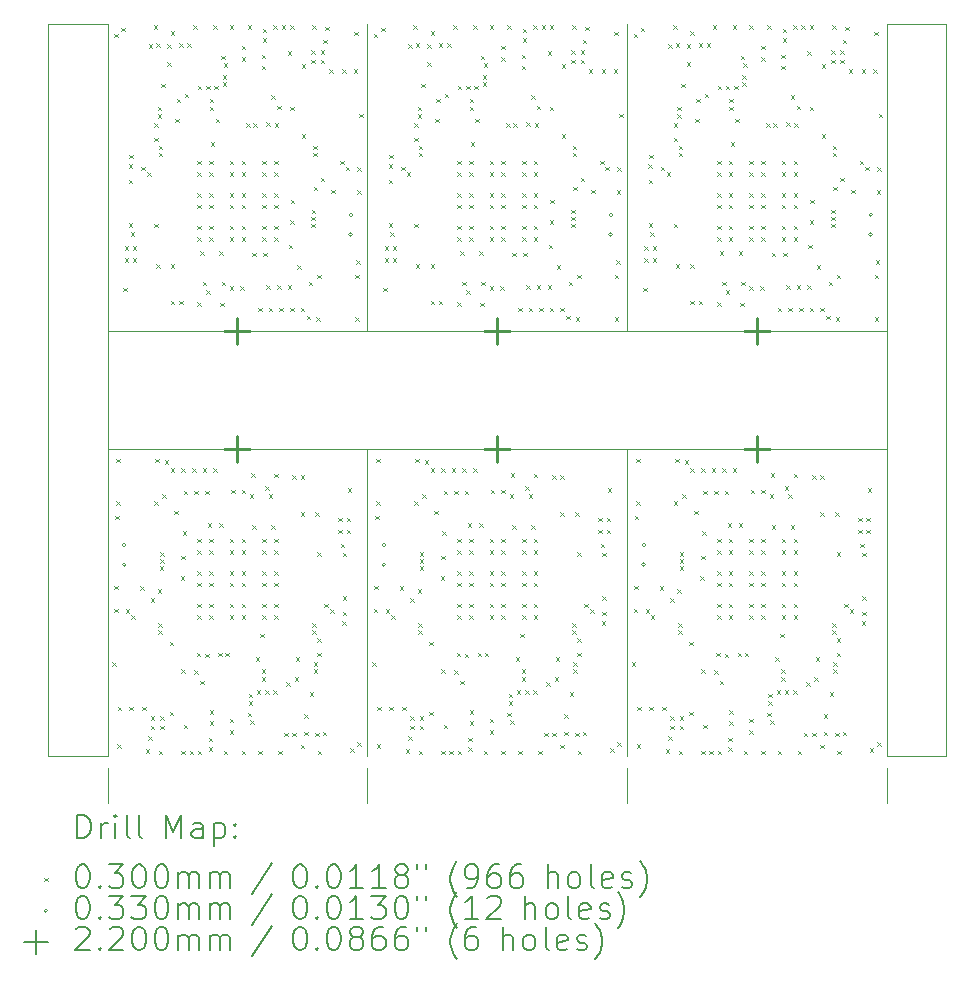
<source format=gbr>
%TF.GenerationSoftware,KiCad,Pcbnew,(7.0.0-rc2-153-g7d6218acb4)*%
%TF.CreationDate,2023-02-19T17:36:38+08:00*%
%TF.ProjectId,RAK3172-M.2-2230-Mod - panel,52414b33-3137-4322-9d4d-2e322d323233,rev?*%
%TF.SameCoordinates,Original*%
%TF.FileFunction,Drillmap*%
%TF.FilePolarity,Positive*%
%FSLAX45Y45*%
G04 Gerber Fmt 4.5, Leading zero omitted, Abs format (unit mm)*
G04 Created by KiCad (PCBNEW (7.0.0-rc2-153-g7d6218acb4)) date 2023-02-19 17:36:38*
%MOMM*%
%LPD*%
G01*
G04 APERTURE LIST*
%ADD10C,0.100000*%
%ADD11C,0.200000*%
%ADD12C,0.030000*%
%ADD13C,0.033020*%
%ADD14C,0.220000*%
G04 APERTURE END LIST*
D10*
X20395000Y-7097500D02*
X20395000Y-8097500D01*
X20395000Y-4497500D02*
X20395000Y-7097500D01*
X18195000Y-8097500D02*
X20395000Y-8097500D01*
X18195000Y-10697500D02*
X18195000Y-8097500D01*
X20395000Y-8097500D02*
X20395000Y-10697500D01*
X20395000Y-7097500D02*
X18195000Y-7097500D01*
X18195000Y-7097500D02*
X18195000Y-4497500D01*
X20395000Y-10797500D02*
X20395000Y-11097500D01*
X13795000Y-10797500D02*
X13795000Y-11097500D01*
X13295000Y-4497500D02*
X13795000Y-4497500D01*
X13295000Y-10697500D02*
X13295000Y-4497500D01*
X13795000Y-10697500D02*
X13295000Y-10697500D01*
X20895000Y-4497500D02*
X20395000Y-4497500D01*
X20895000Y-10697500D02*
X20895000Y-4497500D01*
X20395000Y-10697500D02*
X20895000Y-10697500D01*
X15995000Y-10797500D02*
X15995000Y-11097500D01*
X18195000Y-10797500D02*
X18195000Y-11097500D01*
X13795000Y-7097500D02*
X13795000Y-8097500D01*
X15995000Y-4497500D02*
X15995000Y-7097500D01*
X15995000Y-7097500D02*
X13795000Y-7097500D01*
X13795000Y-7097500D02*
X13795000Y-4497500D01*
X15995000Y-7097500D02*
X15995000Y-4497500D01*
X18195000Y-7097500D02*
X15995000Y-7097500D01*
X18195000Y-4497500D02*
X18195000Y-7097500D01*
X18195000Y-8097500D02*
X18195000Y-10697500D01*
X15995000Y-8097500D02*
X18195000Y-8097500D01*
X15995000Y-10697500D02*
X15995000Y-8097500D01*
X15995000Y-8097500D02*
X15995000Y-10697500D01*
X13795000Y-10697500D02*
X13795000Y-8097500D01*
X13795000Y-8097500D02*
X15995000Y-8097500D01*
D11*
D12*
X13835000Y-9904500D02*
X13865000Y-9934500D01*
X13865000Y-9904500D02*
X13835000Y-9934500D01*
X13850000Y-4582500D02*
X13880000Y-4612500D01*
X13880000Y-4582500D02*
X13850000Y-4612500D01*
X13850000Y-9452500D02*
X13880000Y-9482500D01*
X13880000Y-9452500D02*
X13850000Y-9482500D01*
X13853000Y-9258500D02*
X13883000Y-9288500D01*
X13883000Y-9258500D02*
X13853000Y-9288500D01*
X13860000Y-8665500D02*
X13890000Y-8695500D01*
X13890000Y-8665500D02*
X13860000Y-8695500D01*
X13870000Y-8182500D02*
X13900000Y-8212500D01*
X13900000Y-8182500D02*
X13870000Y-8212500D01*
X13870000Y-8542500D02*
X13900000Y-8572500D01*
X13900000Y-8542500D02*
X13870000Y-8572500D01*
X13875000Y-10597500D02*
X13905000Y-10627500D01*
X13905000Y-10597500D02*
X13875000Y-10627500D01*
X13880000Y-10282500D02*
X13910000Y-10312500D01*
X13910000Y-10282500D02*
X13880000Y-10312500D01*
X13910000Y-4532500D02*
X13940000Y-4562500D01*
X13940000Y-4532500D02*
X13910000Y-4562500D01*
X13930000Y-6732500D02*
X13960000Y-6762500D01*
X13960000Y-6732500D02*
X13930000Y-6762500D01*
X13940000Y-6382500D02*
X13970000Y-6412500D01*
X13970000Y-6382500D02*
X13940000Y-6412500D01*
X13940000Y-6482500D02*
X13970000Y-6512500D01*
X13970000Y-6482500D02*
X13940000Y-6512500D01*
X13950000Y-9457500D02*
X13980000Y-9487500D01*
X13980000Y-9457500D02*
X13950000Y-9487500D01*
X13974954Y-5688652D02*
X14004954Y-5718652D01*
X14004954Y-5688652D02*
X13974954Y-5718652D01*
X13975384Y-5820234D02*
X14005384Y-5850234D01*
X14005384Y-5820234D02*
X13975384Y-5850234D01*
X13975384Y-6186817D02*
X14005384Y-6216817D01*
X14005384Y-6186817D02*
X13975384Y-6216817D01*
X13980000Y-5607500D02*
X14010000Y-5637500D01*
X14010000Y-5607500D02*
X13980000Y-5637500D01*
X13980000Y-10282500D02*
X14010000Y-10312500D01*
X14010000Y-10282500D02*
X13980000Y-10312500D01*
X13990000Y-6262500D02*
X14020000Y-6292500D01*
X14020000Y-6262500D02*
X13990000Y-6292500D01*
X13995000Y-9507500D02*
X14025000Y-9537500D01*
X14025000Y-9507500D02*
X13995000Y-9537500D01*
X14010000Y-6382500D02*
X14040000Y-6412500D01*
X14040000Y-6382500D02*
X14010000Y-6412500D01*
X14010000Y-6482500D02*
X14040000Y-6512500D01*
X14040000Y-6482500D02*
X14010000Y-6512500D01*
X14070000Y-9262500D02*
X14100000Y-9292500D01*
X14100000Y-9262500D02*
X14070000Y-9292500D01*
X14080000Y-5707500D02*
X14110000Y-5737500D01*
X14110000Y-5707500D02*
X14080000Y-5737500D01*
X14090000Y-10282500D02*
X14120000Y-10312500D01*
X14120000Y-10282500D02*
X14090000Y-10312500D01*
X14120000Y-10642500D02*
X14150000Y-10672500D01*
X14150000Y-10642500D02*
X14120000Y-10672500D01*
X14130000Y-5757500D02*
X14160000Y-5787500D01*
X14160000Y-5757500D02*
X14130000Y-5787500D01*
X14140000Y-10532500D02*
X14170000Y-10562500D01*
X14170000Y-10532500D02*
X14140000Y-10562500D01*
X14142162Y-4672298D02*
X14172162Y-4702298D01*
X14172162Y-4672298D02*
X14142162Y-4702298D01*
X14160000Y-9362500D02*
X14190000Y-9392500D01*
X14190000Y-9362500D02*
X14160000Y-9392500D01*
X14160000Y-10362500D02*
X14190000Y-10392500D01*
X14190000Y-10362500D02*
X14160000Y-10392500D01*
X14160000Y-10442500D02*
X14190000Y-10472500D01*
X14190000Y-10442500D02*
X14160000Y-10472500D01*
X14184733Y-4511905D02*
X14214733Y-4541905D01*
X14214733Y-4511905D02*
X14184733Y-4541905D01*
X14190000Y-5342500D02*
X14220000Y-5372500D01*
X14220000Y-5342500D02*
X14190000Y-5372500D01*
X14190000Y-5462500D02*
X14220000Y-5492500D01*
X14220000Y-5462500D02*
X14190000Y-5492500D01*
X14190000Y-6192500D02*
X14220000Y-6222500D01*
X14220000Y-6192500D02*
X14190000Y-6222500D01*
X14190000Y-8542500D02*
X14220000Y-8572500D01*
X14220000Y-8542500D02*
X14190000Y-8572500D01*
X14200000Y-8182500D02*
X14230000Y-8212500D01*
X14230000Y-8182500D02*
X14200000Y-8212500D01*
X14205000Y-4662500D02*
X14235000Y-4692500D01*
X14235000Y-4662500D02*
X14205000Y-4692500D01*
X14205000Y-6532500D02*
X14235000Y-6562500D01*
X14235000Y-6532500D02*
X14205000Y-6562500D01*
X14220000Y-5202500D02*
X14250000Y-5232500D01*
X14250000Y-5202500D02*
X14220000Y-5232500D01*
X14220000Y-5262500D02*
X14250000Y-5292500D01*
X14250000Y-5262500D02*
X14220000Y-5292500D01*
X14220000Y-9287500D02*
X14250000Y-9317500D01*
X14250000Y-9287500D02*
X14220000Y-9317500D01*
X14225000Y-9572500D02*
X14255000Y-9602500D01*
X14255000Y-9572500D02*
X14225000Y-9602500D01*
X14225000Y-9632500D02*
X14255000Y-9662500D01*
X14255000Y-9632500D02*
X14225000Y-9662500D01*
X14230000Y-5532500D02*
X14260000Y-5562500D01*
X14260000Y-5532500D02*
X14230000Y-5562500D01*
X14230000Y-5592500D02*
X14260000Y-5622500D01*
X14260000Y-5592500D02*
X14230000Y-5622500D01*
X14230000Y-10652500D02*
X14260000Y-10682500D01*
X14260000Y-10652500D02*
X14230000Y-10682500D01*
X14237650Y-9092500D02*
X14267650Y-9122500D01*
X14267650Y-9092500D02*
X14237650Y-9122500D01*
X14240000Y-8972500D02*
X14270000Y-9002500D01*
X14270000Y-8972500D02*
X14240000Y-9002500D01*
X14240000Y-9032500D02*
X14270000Y-9062500D01*
X14270000Y-9032500D02*
X14240000Y-9062500D01*
X14240000Y-10362500D02*
X14270000Y-10392500D01*
X14270000Y-10362500D02*
X14240000Y-10392500D01*
X14240000Y-10442500D02*
X14270000Y-10472500D01*
X14270000Y-10442500D02*
X14240000Y-10472500D01*
X14251742Y-5007500D02*
X14281742Y-5037500D01*
X14281742Y-5007500D02*
X14251742Y-5037500D01*
X14260000Y-8482500D02*
X14290000Y-8512500D01*
X14290000Y-8482500D02*
X14260000Y-8512500D01*
X14280000Y-8192500D02*
X14310000Y-8222500D01*
X14310000Y-8192500D02*
X14280000Y-8222500D01*
X14300000Y-4671653D02*
X14330000Y-4701653D01*
X14330000Y-4671653D02*
X14300000Y-4701653D01*
X14300000Y-4822500D02*
X14330000Y-4852500D01*
X14330000Y-4822500D02*
X14300000Y-4852500D01*
X14320000Y-9732500D02*
X14350000Y-9762500D01*
X14350000Y-9732500D02*
X14320000Y-9762500D01*
X14320000Y-10322500D02*
X14350000Y-10352500D01*
X14350000Y-10322500D02*
X14320000Y-10352500D01*
X14330000Y-4562500D02*
X14360000Y-4592500D01*
X14360000Y-4562500D02*
X14330000Y-4592500D01*
X14330000Y-6532500D02*
X14360000Y-6562500D01*
X14360000Y-6532500D02*
X14330000Y-6562500D01*
X14330000Y-6842500D02*
X14360000Y-6872500D01*
X14360000Y-6842500D02*
X14330000Y-6872500D01*
X14330000Y-8262500D02*
X14360000Y-8292500D01*
X14360000Y-8262500D02*
X14330000Y-8292500D01*
X14360000Y-8622500D02*
X14390000Y-8652500D01*
X14390000Y-8622500D02*
X14360000Y-8652500D01*
X14370000Y-5302500D02*
X14400000Y-5332500D01*
X14400000Y-5302500D02*
X14370000Y-5332500D01*
X14380000Y-5132500D02*
X14410000Y-5162500D01*
X14410000Y-5132500D02*
X14380000Y-5162500D01*
X14400000Y-4662500D02*
X14430000Y-4692500D01*
X14430000Y-4662500D02*
X14400000Y-4692500D01*
X14400000Y-6842500D02*
X14430000Y-6872500D01*
X14430000Y-6842500D02*
X14400000Y-6872500D01*
X14415000Y-9177500D02*
X14445000Y-9207500D01*
X14445000Y-9177500D02*
X14415000Y-9207500D01*
X14420000Y-8262500D02*
X14450000Y-8292500D01*
X14450000Y-8262500D02*
X14420000Y-8292500D01*
X14420000Y-9002500D02*
X14450000Y-9032500D01*
X14450000Y-9002500D02*
X14420000Y-9032500D01*
X14420000Y-9962500D02*
X14450000Y-9992500D01*
X14450000Y-9962500D02*
X14420000Y-9992500D01*
X14420000Y-10652500D02*
X14450000Y-10682500D01*
X14450000Y-10652500D02*
X14420000Y-10682500D01*
X14430611Y-8796263D02*
X14460611Y-8826263D01*
X14460611Y-8796263D02*
X14430611Y-8826263D01*
X14440000Y-8452500D02*
X14470000Y-8482500D01*
X14470000Y-8452500D02*
X14440000Y-8482500D01*
X14440000Y-10432500D02*
X14470000Y-10462500D01*
X14470000Y-10432500D02*
X14440000Y-10462500D01*
X14450000Y-5092500D02*
X14480000Y-5122500D01*
X14480000Y-5092500D02*
X14450000Y-5122500D01*
X14470000Y-4662500D02*
X14500000Y-4692500D01*
X14500000Y-4662500D02*
X14470000Y-4692500D01*
X14490000Y-10652500D02*
X14520000Y-10682500D01*
X14520000Y-10652500D02*
X14490000Y-10682500D01*
X14510000Y-8262500D02*
X14540000Y-8292500D01*
X14540000Y-8262500D02*
X14510000Y-8292500D01*
X14520000Y-4512500D02*
X14550000Y-4542500D01*
X14550000Y-4512500D02*
X14520000Y-4542500D01*
X14530000Y-8452500D02*
X14560000Y-8482500D01*
X14560000Y-8452500D02*
X14530000Y-8482500D01*
X14530000Y-9972500D02*
X14560000Y-10002500D01*
X14560000Y-9972500D02*
X14530000Y-10002500D01*
X14550000Y-9822500D02*
X14580000Y-9852500D01*
X14580000Y-9822500D02*
X14550000Y-9852500D01*
X14555000Y-5657500D02*
X14585000Y-5687500D01*
X14585000Y-5657500D02*
X14555000Y-5687500D01*
X14555000Y-5757500D02*
X14585000Y-5787500D01*
X14585000Y-5757500D02*
X14555000Y-5787500D01*
X14555000Y-5932500D02*
X14585000Y-5962500D01*
X14585000Y-5932500D02*
X14555000Y-5962500D01*
X14555000Y-6032500D02*
X14585000Y-6062500D01*
X14585000Y-6032500D02*
X14555000Y-6062500D01*
X14555000Y-6207500D02*
X14585000Y-6237500D01*
X14585000Y-6207500D02*
X14555000Y-6237500D01*
X14555000Y-6307500D02*
X14585000Y-6337500D01*
X14585000Y-6307500D02*
X14555000Y-6337500D01*
X14555000Y-6857500D02*
X14585000Y-6887500D01*
X14585000Y-6857500D02*
X14555000Y-6887500D01*
X14555000Y-8857500D02*
X14585000Y-8887500D01*
X14585000Y-8857500D02*
X14555000Y-8887500D01*
X14555000Y-8957500D02*
X14585000Y-8987500D01*
X14585000Y-8957500D02*
X14555000Y-8987500D01*
X14555000Y-9132500D02*
X14585000Y-9162500D01*
X14585000Y-9132500D02*
X14555000Y-9162500D01*
X14555000Y-9232500D02*
X14585000Y-9262500D01*
X14585000Y-9232500D02*
X14555000Y-9262500D01*
X14555000Y-9407500D02*
X14585000Y-9437500D01*
X14585000Y-9407500D02*
X14555000Y-9437500D01*
X14555000Y-9507500D02*
X14585000Y-9537500D01*
X14585000Y-9507500D02*
X14555000Y-9537500D01*
X14560000Y-5022500D02*
X14590000Y-5052500D01*
X14590000Y-5022500D02*
X14560000Y-5052500D01*
X14560000Y-10652500D02*
X14590000Y-10682500D01*
X14590000Y-10652500D02*
X14560000Y-10682500D01*
X14580000Y-6422500D02*
X14610000Y-6452500D01*
X14610000Y-6422500D02*
X14580000Y-6452500D01*
X14580000Y-10062500D02*
X14610000Y-10092500D01*
X14610000Y-10062500D02*
X14580000Y-10092500D01*
X14600000Y-6682500D02*
X14630000Y-6712500D01*
X14630000Y-6682500D02*
X14600000Y-6712500D01*
X14600000Y-8262500D02*
X14630000Y-8292500D01*
X14630000Y-8262500D02*
X14600000Y-8292500D01*
X14620000Y-8452500D02*
X14650000Y-8482500D01*
X14650000Y-8452500D02*
X14620000Y-8482500D01*
X14620000Y-9832500D02*
X14650000Y-9862500D01*
X14650000Y-9832500D02*
X14620000Y-9862500D01*
X14630000Y-5022500D02*
X14660000Y-5052500D01*
X14660000Y-5022500D02*
X14630000Y-5052500D01*
X14630000Y-6752500D02*
X14660000Y-6782500D01*
X14660000Y-6752500D02*
X14630000Y-6782500D01*
X14645000Y-8727500D02*
X14675000Y-8757500D01*
X14675000Y-8727500D02*
X14645000Y-8757500D01*
X14650000Y-10542500D02*
X14680000Y-10572500D01*
X14680000Y-10542500D02*
X14650000Y-10572500D01*
X14650000Y-10622500D02*
X14680000Y-10652500D01*
X14680000Y-10622500D02*
X14650000Y-10652500D01*
X14655000Y-5657500D02*
X14685000Y-5687500D01*
X14685000Y-5657500D02*
X14655000Y-5687500D01*
X14655000Y-5757500D02*
X14685000Y-5787500D01*
X14685000Y-5757500D02*
X14655000Y-5787500D01*
X14655000Y-5932500D02*
X14685000Y-5962500D01*
X14685000Y-5932500D02*
X14655000Y-5962500D01*
X14655000Y-6032500D02*
X14685000Y-6062500D01*
X14685000Y-6032500D02*
X14655000Y-6062500D01*
X14655000Y-6207500D02*
X14685000Y-6237500D01*
X14685000Y-6207500D02*
X14655000Y-6237500D01*
X14655000Y-6307500D02*
X14685000Y-6337500D01*
X14685000Y-6307500D02*
X14655000Y-6337500D01*
X14655000Y-8857500D02*
X14685000Y-8887500D01*
X14685000Y-8857500D02*
X14655000Y-8887500D01*
X14655000Y-8957500D02*
X14685000Y-8987500D01*
X14685000Y-8957500D02*
X14655000Y-8987500D01*
X14655000Y-9132500D02*
X14685000Y-9162500D01*
X14685000Y-9132500D02*
X14655000Y-9162500D01*
X14655000Y-9232500D02*
X14685000Y-9262500D01*
X14685000Y-9232500D02*
X14655000Y-9262500D01*
X14655000Y-9407500D02*
X14685000Y-9437500D01*
X14685000Y-9407500D02*
X14655000Y-9437500D01*
X14655000Y-9507500D02*
X14685000Y-9537500D01*
X14685000Y-9507500D02*
X14655000Y-9537500D01*
X14660000Y-5132500D02*
X14690000Y-5162500D01*
X14690000Y-5132500D02*
X14660000Y-5162500D01*
X14660000Y-5202500D02*
X14690000Y-5232500D01*
X14690000Y-5202500D02*
X14660000Y-5232500D01*
X14660000Y-10312500D02*
X14690000Y-10342500D01*
X14690000Y-10312500D02*
X14660000Y-10342500D01*
X14660000Y-10402500D02*
X14690000Y-10432500D01*
X14690000Y-10402500D02*
X14660000Y-10432500D01*
X14670000Y-5502500D02*
X14700000Y-5532500D01*
X14700000Y-5502500D02*
X14670000Y-5532500D01*
X14690000Y-4512500D02*
X14720000Y-4542500D01*
X14720000Y-4512500D02*
X14690000Y-4542500D01*
X14690000Y-8262500D02*
X14720000Y-8292500D01*
X14720000Y-8262500D02*
X14690000Y-8292500D01*
X14700000Y-5022500D02*
X14730000Y-5052500D01*
X14730000Y-5022500D02*
X14700000Y-5052500D01*
X14710000Y-5302500D02*
X14740000Y-5332500D01*
X14740000Y-5302500D02*
X14710000Y-5332500D01*
X14730000Y-9822500D02*
X14760000Y-9852500D01*
X14760000Y-9822500D02*
X14730000Y-9852500D01*
X14740000Y-6422500D02*
X14770000Y-6452500D01*
X14770000Y-6422500D02*
X14740000Y-6452500D01*
X14740000Y-8727500D02*
X14770000Y-8757500D01*
X14770000Y-8727500D02*
X14740000Y-8757500D01*
X14750000Y-6862500D02*
X14780000Y-6892500D01*
X14780000Y-6862500D02*
X14750000Y-6892500D01*
X14756000Y-4767500D02*
X14786000Y-4797500D01*
X14786000Y-4767500D02*
X14756000Y-4797500D01*
X14760000Y-6682500D02*
X14790000Y-6712500D01*
X14790000Y-6682500D02*
X14760000Y-6712500D01*
X14770000Y-4932500D02*
X14800000Y-4962500D01*
X14800000Y-4932500D02*
X14770000Y-4962500D01*
X14770000Y-4992500D02*
X14800000Y-5022500D01*
X14800000Y-4992500D02*
X14770000Y-5022500D01*
X14778925Y-4834809D02*
X14808925Y-4864809D01*
X14808925Y-4834809D02*
X14778925Y-4864809D01*
X14780000Y-10652500D02*
X14810000Y-10682500D01*
X14810000Y-10652500D02*
X14780000Y-10682500D01*
X14790000Y-9822500D02*
X14820000Y-9852500D01*
X14820000Y-9822500D02*
X14790000Y-9852500D01*
X14830000Y-4512500D02*
X14860000Y-4542500D01*
X14860000Y-4512500D02*
X14830000Y-4542500D01*
X14830000Y-5657500D02*
X14860000Y-5687500D01*
X14860000Y-5657500D02*
X14830000Y-5687500D01*
X14830000Y-5757500D02*
X14860000Y-5787500D01*
X14860000Y-5757500D02*
X14830000Y-5787500D01*
X14830000Y-5932500D02*
X14860000Y-5962500D01*
X14860000Y-5932500D02*
X14830000Y-5962500D01*
X14830000Y-6032500D02*
X14860000Y-6062500D01*
X14860000Y-6032500D02*
X14830000Y-6062500D01*
X14830000Y-6207500D02*
X14860000Y-6237500D01*
X14860000Y-6207500D02*
X14830000Y-6237500D01*
X14830000Y-6307500D02*
X14860000Y-6337500D01*
X14860000Y-6307500D02*
X14830000Y-6337500D01*
X14830000Y-6722500D02*
X14860000Y-6752500D01*
X14860000Y-6722500D02*
X14830000Y-6752500D01*
X14830000Y-8857500D02*
X14860000Y-8887500D01*
X14860000Y-8857500D02*
X14830000Y-8887500D01*
X14830000Y-8957500D02*
X14860000Y-8987500D01*
X14860000Y-8957500D02*
X14830000Y-8987500D01*
X14830000Y-9132500D02*
X14860000Y-9162500D01*
X14860000Y-9132500D02*
X14830000Y-9162500D01*
X14830000Y-9232500D02*
X14860000Y-9262500D01*
X14860000Y-9232500D02*
X14830000Y-9262500D01*
X14830000Y-9407500D02*
X14860000Y-9437500D01*
X14860000Y-9407500D02*
X14830000Y-9437500D01*
X14830000Y-9507500D02*
X14860000Y-9537500D01*
X14860000Y-9507500D02*
X14830000Y-9537500D01*
X14830000Y-10382500D02*
X14860000Y-10412500D01*
X14860000Y-10382500D02*
X14830000Y-10412500D01*
X14830065Y-10481000D02*
X14860065Y-10511000D01*
X14860065Y-10481000D02*
X14830065Y-10511000D01*
X14840000Y-8442500D02*
X14870000Y-8472500D01*
X14870000Y-8442500D02*
X14840000Y-8472500D01*
X14920000Y-6722500D02*
X14950000Y-6752500D01*
X14950000Y-6722500D02*
X14920000Y-6752500D01*
X14929935Y-4684000D02*
X14959935Y-4714000D01*
X14959935Y-4684000D02*
X14929935Y-4714000D01*
X14930000Y-4782500D02*
X14960000Y-4812500D01*
X14960000Y-4782500D02*
X14930000Y-4812500D01*
X14930000Y-5657500D02*
X14960000Y-5687500D01*
X14960000Y-5657500D02*
X14930000Y-5687500D01*
X14930000Y-5757500D02*
X14960000Y-5787500D01*
X14960000Y-5757500D02*
X14930000Y-5787500D01*
X14930000Y-5932500D02*
X14960000Y-5962500D01*
X14960000Y-5932500D02*
X14930000Y-5962500D01*
X14930000Y-6032500D02*
X14960000Y-6062500D01*
X14960000Y-6032500D02*
X14930000Y-6062500D01*
X14930000Y-6207500D02*
X14960000Y-6237500D01*
X14960000Y-6207500D02*
X14930000Y-6237500D01*
X14930000Y-6307500D02*
X14960000Y-6337500D01*
X14960000Y-6307500D02*
X14930000Y-6337500D01*
X14930000Y-8442500D02*
X14960000Y-8472500D01*
X14960000Y-8442500D02*
X14930000Y-8472500D01*
X14930000Y-8857500D02*
X14960000Y-8887500D01*
X14960000Y-8857500D02*
X14930000Y-8887500D01*
X14930000Y-8957500D02*
X14960000Y-8987500D01*
X14960000Y-8957500D02*
X14930000Y-8987500D01*
X14930000Y-9132500D02*
X14960000Y-9162500D01*
X14960000Y-9132500D02*
X14930000Y-9162500D01*
X14930000Y-9232500D02*
X14960000Y-9262500D01*
X14960000Y-9232500D02*
X14930000Y-9262500D01*
X14930000Y-9407500D02*
X14960000Y-9437500D01*
X14960000Y-9407500D02*
X14930000Y-9437500D01*
X14930000Y-9507500D02*
X14960000Y-9537500D01*
X14960000Y-9507500D02*
X14930000Y-9537500D01*
X14930000Y-10652500D02*
X14960000Y-10682500D01*
X14960000Y-10652500D02*
X14930000Y-10682500D01*
X14970000Y-5342500D02*
X15000000Y-5372500D01*
X15000000Y-5342500D02*
X14970000Y-5372500D01*
X14980000Y-4512500D02*
X15010000Y-4542500D01*
X15010000Y-4512500D02*
X14980000Y-4542500D01*
X14981075Y-10330191D02*
X15011075Y-10360191D01*
X15011075Y-10330191D02*
X14981075Y-10360191D01*
X14990000Y-10172500D02*
X15020000Y-10202500D01*
X15020000Y-10172500D02*
X14990000Y-10202500D01*
X14990000Y-10232500D02*
X15020000Y-10262500D01*
X15020000Y-10232500D02*
X14990000Y-10262500D01*
X15000000Y-8482500D02*
X15030000Y-8512500D01*
X15030000Y-8482500D02*
X15000000Y-8512500D01*
X15004000Y-10397500D02*
X15034000Y-10427500D01*
X15034000Y-10397500D02*
X15004000Y-10427500D01*
X15010000Y-8302500D02*
X15040000Y-8332500D01*
X15040000Y-8302500D02*
X15010000Y-8332500D01*
X15020000Y-6437500D02*
X15050000Y-6467500D01*
X15050000Y-6437500D02*
X15020000Y-6467500D01*
X15020000Y-8742500D02*
X15050000Y-8772500D01*
X15050000Y-8742500D02*
X15020000Y-8772500D01*
X15030000Y-5342500D02*
X15060000Y-5372500D01*
X15060000Y-5342500D02*
X15030000Y-5372500D01*
X15050000Y-9862500D02*
X15080000Y-9892500D01*
X15080000Y-9862500D02*
X15050000Y-9892500D01*
X15060000Y-10142500D02*
X15090000Y-10172500D01*
X15090000Y-10142500D02*
X15060000Y-10172500D01*
X15070000Y-6902500D02*
X15100000Y-6932500D01*
X15100000Y-6902500D02*
X15070000Y-6932500D01*
X15070000Y-10652500D02*
X15100000Y-10682500D01*
X15100000Y-10652500D02*
X15070000Y-10682500D01*
X15090000Y-9662500D02*
X15120000Y-9692500D01*
X15120000Y-9662500D02*
X15090000Y-9692500D01*
X15100000Y-4762500D02*
X15130000Y-4792500D01*
X15130000Y-4762500D02*
X15100000Y-4792500D01*
X15100000Y-4852500D02*
X15130000Y-4882500D01*
X15130000Y-4852500D02*
X15100000Y-4882500D01*
X15100000Y-9962500D02*
X15130000Y-9992500D01*
X15130000Y-9962500D02*
X15100000Y-9992500D01*
X15100000Y-10032500D02*
X15130000Y-10062500D01*
X15130000Y-10032500D02*
X15100000Y-10062500D01*
X15105000Y-5657500D02*
X15135000Y-5687500D01*
X15135000Y-5657500D02*
X15105000Y-5687500D01*
X15105000Y-5757500D02*
X15135000Y-5787500D01*
X15135000Y-5757500D02*
X15105000Y-5787500D01*
X15105000Y-5932500D02*
X15135000Y-5962500D01*
X15135000Y-5932500D02*
X15105000Y-5962500D01*
X15105000Y-6032500D02*
X15135000Y-6062500D01*
X15135000Y-6032500D02*
X15105000Y-6062500D01*
X15105000Y-6207500D02*
X15135000Y-6237500D01*
X15135000Y-6207500D02*
X15105000Y-6237500D01*
X15105000Y-6307500D02*
X15135000Y-6337500D01*
X15135000Y-6307500D02*
X15105000Y-6337500D01*
X15105000Y-8857500D02*
X15135000Y-8887500D01*
X15135000Y-8857500D02*
X15105000Y-8887500D01*
X15105000Y-8957500D02*
X15135000Y-8987500D01*
X15135000Y-8957500D02*
X15105000Y-8987500D01*
X15105000Y-9132500D02*
X15135000Y-9162500D01*
X15135000Y-9132500D02*
X15105000Y-9162500D01*
X15105000Y-9232500D02*
X15135000Y-9262500D01*
X15135000Y-9232500D02*
X15105000Y-9262500D01*
X15105000Y-9407500D02*
X15135000Y-9437500D01*
X15135000Y-9407500D02*
X15105000Y-9437500D01*
X15105000Y-9507500D02*
X15135000Y-9537500D01*
X15135000Y-9507500D02*
X15105000Y-9537500D01*
X15110000Y-4542500D02*
X15140000Y-4572500D01*
X15140000Y-4542500D02*
X15110000Y-4572500D01*
X15110000Y-4622500D02*
X15140000Y-4652500D01*
X15140000Y-4622500D02*
X15110000Y-4652500D01*
X15115000Y-6437500D02*
X15145000Y-6467500D01*
X15145000Y-6437500D02*
X15115000Y-6467500D01*
X15130000Y-8412500D02*
X15160000Y-8442500D01*
X15160000Y-8412500D02*
X15130000Y-8442500D01*
X15130000Y-10142500D02*
X15160000Y-10172500D01*
X15160000Y-10142500D02*
X15130000Y-10172500D01*
X15140000Y-5332500D02*
X15170000Y-5362500D01*
X15170000Y-5332500D02*
X15140000Y-5362500D01*
X15140000Y-6712500D02*
X15170000Y-6742500D01*
X15170000Y-6712500D02*
X15140000Y-6742500D01*
X15160000Y-6902500D02*
X15190000Y-6932500D01*
X15190000Y-6902500D02*
X15160000Y-6932500D01*
X15160000Y-8482500D02*
X15190000Y-8512500D01*
X15190000Y-8482500D02*
X15160000Y-8512500D01*
X15180000Y-5102500D02*
X15210000Y-5132500D01*
X15210000Y-5102500D02*
X15180000Y-5132500D01*
X15180000Y-8742500D02*
X15210000Y-8772500D01*
X15210000Y-8742500D02*
X15180000Y-8772500D01*
X15200000Y-4512500D02*
X15230000Y-4542500D01*
X15230000Y-4512500D02*
X15200000Y-4542500D01*
X15200000Y-10142500D02*
X15230000Y-10172500D01*
X15230000Y-10142500D02*
X15200000Y-10172500D01*
X15205000Y-5657500D02*
X15235000Y-5687500D01*
X15235000Y-5657500D02*
X15205000Y-5687500D01*
X15205000Y-5757500D02*
X15235000Y-5787500D01*
X15235000Y-5757500D02*
X15205000Y-5787500D01*
X15205000Y-5932500D02*
X15235000Y-5962500D01*
X15235000Y-5932500D02*
X15205000Y-5962500D01*
X15205000Y-6032500D02*
X15235000Y-6062500D01*
X15235000Y-6032500D02*
X15205000Y-6062500D01*
X15205000Y-6207500D02*
X15235000Y-6237500D01*
X15235000Y-6207500D02*
X15205000Y-6237500D01*
X15205000Y-6307500D02*
X15235000Y-6337500D01*
X15235000Y-6307500D02*
X15205000Y-6337500D01*
X15205000Y-8307500D02*
X15235000Y-8337500D01*
X15235000Y-8307500D02*
X15205000Y-8337500D01*
X15205000Y-8857500D02*
X15235000Y-8887500D01*
X15235000Y-8857500D02*
X15205000Y-8887500D01*
X15205000Y-8957500D02*
X15235000Y-8987500D01*
X15235000Y-8957500D02*
X15205000Y-8987500D01*
X15205000Y-9132500D02*
X15235000Y-9162500D01*
X15235000Y-9132500D02*
X15205000Y-9162500D01*
X15205000Y-9232500D02*
X15235000Y-9262500D01*
X15235000Y-9232500D02*
X15205000Y-9262500D01*
X15205000Y-9407500D02*
X15235000Y-9437500D01*
X15235000Y-9407500D02*
X15205000Y-9437500D01*
X15205000Y-9507500D02*
X15235000Y-9537500D01*
X15235000Y-9507500D02*
X15205000Y-9537500D01*
X15210000Y-5342500D02*
X15240000Y-5372500D01*
X15240000Y-5342500D02*
X15210000Y-5372500D01*
X15230000Y-5192500D02*
X15260000Y-5222500D01*
X15260000Y-5192500D02*
X15230000Y-5222500D01*
X15230000Y-6712500D02*
X15260000Y-6742500D01*
X15260000Y-6712500D02*
X15230000Y-6742500D01*
X15240000Y-10652500D02*
X15270000Y-10682500D01*
X15270000Y-10652500D02*
X15240000Y-10682500D01*
X15250000Y-6902500D02*
X15280000Y-6932500D01*
X15280000Y-6902500D02*
X15250000Y-6932500D01*
X15270000Y-4512500D02*
X15300000Y-4542500D01*
X15300000Y-4512500D02*
X15270000Y-4542500D01*
X15290000Y-10502500D02*
X15320000Y-10532500D01*
X15320000Y-10502500D02*
X15290000Y-10532500D01*
X15310000Y-10072500D02*
X15340000Y-10102500D01*
X15340000Y-10072500D02*
X15310000Y-10102500D01*
X15320000Y-4732500D02*
X15350000Y-4762500D01*
X15350000Y-4732500D02*
X15320000Y-4762500D01*
X15320000Y-6712500D02*
X15350000Y-6742500D01*
X15350000Y-6712500D02*
X15320000Y-6742500D01*
X15329389Y-6368737D02*
X15359389Y-6398737D01*
X15359389Y-6368737D02*
X15329389Y-6398737D01*
X15340000Y-4512500D02*
X15370000Y-4542500D01*
X15370000Y-4512500D02*
X15340000Y-4542500D01*
X15340000Y-5202500D02*
X15370000Y-5232500D01*
X15370000Y-5202500D02*
X15340000Y-5232500D01*
X15340000Y-6162500D02*
X15370000Y-6192500D01*
X15370000Y-6162500D02*
X15340000Y-6192500D01*
X15340000Y-6902500D02*
X15370000Y-6932500D01*
X15370000Y-6902500D02*
X15340000Y-6932500D01*
X15345000Y-5987500D02*
X15375000Y-6017500D01*
X15375000Y-5987500D02*
X15345000Y-6017500D01*
X15360000Y-8322500D02*
X15390000Y-8352500D01*
X15390000Y-8322500D02*
X15360000Y-8352500D01*
X15360000Y-10502500D02*
X15390000Y-10532500D01*
X15390000Y-10502500D02*
X15360000Y-10532500D01*
X15380000Y-10032500D02*
X15410000Y-10062500D01*
X15410000Y-10032500D02*
X15380000Y-10062500D01*
X15390000Y-9862500D02*
X15420000Y-9892500D01*
X15420000Y-9862500D02*
X15390000Y-9892500D01*
X15400000Y-6542500D02*
X15430000Y-6572500D01*
X15430000Y-6542500D02*
X15400000Y-6572500D01*
X15430000Y-6902500D02*
X15460000Y-6932500D01*
X15460000Y-6902500D02*
X15430000Y-6932500D01*
X15430000Y-8322500D02*
X15460000Y-8352500D01*
X15460000Y-8322500D02*
X15430000Y-8352500D01*
X15430000Y-8632500D02*
X15460000Y-8662500D01*
X15460000Y-8632500D02*
X15430000Y-8662500D01*
X15430000Y-10602500D02*
X15460000Y-10632500D01*
X15460000Y-10602500D02*
X15430000Y-10632500D01*
X15440000Y-4842500D02*
X15470000Y-4872500D01*
X15470000Y-4842500D02*
X15440000Y-4872500D01*
X15440000Y-5432500D02*
X15470000Y-5462500D01*
X15470000Y-5432500D02*
X15440000Y-5462500D01*
X15460000Y-10342500D02*
X15490000Y-10372500D01*
X15490000Y-10342500D02*
X15460000Y-10372500D01*
X15460000Y-10493347D02*
X15490000Y-10523347D01*
X15490000Y-10493347D02*
X15460000Y-10523347D01*
X15480000Y-6972500D02*
X15510000Y-7002500D01*
X15510000Y-6972500D02*
X15480000Y-7002500D01*
X15500000Y-6682500D02*
X15530000Y-6712500D01*
X15530000Y-6682500D02*
X15500000Y-6712500D01*
X15508258Y-10157500D02*
X15538258Y-10187500D01*
X15538258Y-10157500D02*
X15508258Y-10187500D01*
X15520000Y-4722500D02*
X15550000Y-4752500D01*
X15550000Y-4722500D02*
X15520000Y-4752500D01*
X15520000Y-4802500D02*
X15550000Y-4832500D01*
X15550000Y-4802500D02*
X15520000Y-4832500D01*
X15520000Y-6132500D02*
X15550000Y-6162500D01*
X15550000Y-6132500D02*
X15520000Y-6162500D01*
X15520000Y-6192500D02*
X15550000Y-6222500D01*
X15550000Y-6192500D02*
X15520000Y-6222500D01*
X15522350Y-6072500D02*
X15552350Y-6102500D01*
X15552350Y-6072500D02*
X15522350Y-6102500D01*
X15530000Y-4512500D02*
X15560000Y-4542500D01*
X15560000Y-4512500D02*
X15530000Y-4542500D01*
X15530000Y-9572500D02*
X15560000Y-9602500D01*
X15560000Y-9572500D02*
X15530000Y-9602500D01*
X15530000Y-9632500D02*
X15560000Y-9662500D01*
X15560000Y-9632500D02*
X15530000Y-9662500D01*
X15535000Y-5532500D02*
X15565000Y-5562500D01*
X15565000Y-5532500D02*
X15535000Y-5562500D01*
X15535000Y-5592500D02*
X15565000Y-5622500D01*
X15565000Y-5592500D02*
X15535000Y-5622500D01*
X15540000Y-5877500D02*
X15570000Y-5907500D01*
X15570000Y-5877500D02*
X15540000Y-5907500D01*
X15540000Y-9902500D02*
X15570000Y-9932500D01*
X15570000Y-9902500D02*
X15540000Y-9932500D01*
X15540000Y-9962500D02*
X15570000Y-9992500D01*
X15570000Y-9962500D02*
X15540000Y-9992500D01*
X15555000Y-8632500D02*
X15585000Y-8662500D01*
X15585000Y-8632500D02*
X15555000Y-8662500D01*
X15555000Y-10502500D02*
X15585000Y-10532500D01*
X15585000Y-10502500D02*
X15555000Y-10532500D01*
X15560000Y-6982500D02*
X15590000Y-7012500D01*
X15590000Y-6982500D02*
X15560000Y-7012500D01*
X15570000Y-6622500D02*
X15600000Y-6652500D01*
X15600000Y-6622500D02*
X15570000Y-6652500D01*
X15570000Y-8972500D02*
X15600000Y-9002500D01*
X15600000Y-8972500D02*
X15570000Y-9002500D01*
X15570000Y-9702500D02*
X15600000Y-9732500D01*
X15600000Y-9702500D02*
X15570000Y-9732500D01*
X15570000Y-9822500D02*
X15600000Y-9852500D01*
X15600000Y-9822500D02*
X15570000Y-9852500D01*
X15575267Y-10653095D02*
X15605267Y-10683095D01*
X15605267Y-10653095D02*
X15575267Y-10683095D01*
X15600000Y-4722500D02*
X15630000Y-4752500D01*
X15630000Y-4722500D02*
X15600000Y-4752500D01*
X15600000Y-4802500D02*
X15630000Y-4832500D01*
X15630000Y-4802500D02*
X15600000Y-4832500D01*
X15600000Y-5802500D02*
X15630000Y-5832500D01*
X15630000Y-5802500D02*
X15600000Y-5832500D01*
X15617838Y-10492702D02*
X15647838Y-10522702D01*
X15647838Y-10492702D02*
X15617838Y-10522702D01*
X15620000Y-4632500D02*
X15650000Y-4662500D01*
X15650000Y-4632500D02*
X15620000Y-4662500D01*
X15630000Y-9407500D02*
X15660000Y-9437500D01*
X15660000Y-9407500D02*
X15630000Y-9437500D01*
X15640000Y-4522500D02*
X15670000Y-4552500D01*
X15670000Y-4522500D02*
X15640000Y-4552500D01*
X15670000Y-4882500D02*
X15700000Y-4912500D01*
X15700000Y-4882500D02*
X15670000Y-4912500D01*
X15680000Y-9457500D02*
X15710000Y-9487500D01*
X15710000Y-9457500D02*
X15680000Y-9487500D01*
X15690000Y-5902500D02*
X15720000Y-5932500D01*
X15720000Y-5902500D02*
X15690000Y-5932500D01*
X15750000Y-8682500D02*
X15780000Y-8712500D01*
X15780000Y-8682500D02*
X15750000Y-8712500D01*
X15750000Y-8782500D02*
X15780000Y-8812500D01*
X15780000Y-8782500D02*
X15750000Y-8812500D01*
X15765000Y-5657500D02*
X15795000Y-5687500D01*
X15795000Y-5657500D02*
X15765000Y-5687500D01*
X15770000Y-8902500D02*
X15800000Y-8932500D01*
X15800000Y-8902500D02*
X15770000Y-8932500D01*
X15780000Y-4882500D02*
X15810000Y-4912500D01*
X15810000Y-4882500D02*
X15780000Y-4912500D01*
X15780000Y-9557500D02*
X15810000Y-9587500D01*
X15810000Y-9557500D02*
X15780000Y-9587500D01*
X15784616Y-8978183D02*
X15814616Y-9008183D01*
X15814616Y-8978183D02*
X15784616Y-9008183D01*
X15784616Y-9344766D02*
X15814616Y-9374766D01*
X15814616Y-9344766D02*
X15784616Y-9374766D01*
X15785046Y-9476348D02*
X15815046Y-9506348D01*
X15815046Y-9476348D02*
X15785046Y-9506348D01*
X15810000Y-5707500D02*
X15840000Y-5737500D01*
X15840000Y-5707500D02*
X15810000Y-5737500D01*
X15820000Y-8682500D02*
X15850000Y-8712500D01*
X15850000Y-8682500D02*
X15820000Y-8712500D01*
X15820000Y-8782500D02*
X15850000Y-8812500D01*
X15850000Y-8782500D02*
X15820000Y-8812500D01*
X15830000Y-8432500D02*
X15860000Y-8462500D01*
X15860000Y-8432500D02*
X15830000Y-8462500D01*
X15850000Y-10632500D02*
X15880000Y-10662500D01*
X15880000Y-10632500D02*
X15850000Y-10662500D01*
X15880000Y-4882500D02*
X15910000Y-4912500D01*
X15910000Y-4882500D02*
X15880000Y-4912500D01*
X15885000Y-4567500D02*
X15915000Y-4597500D01*
X15915000Y-4567500D02*
X15885000Y-4597500D01*
X15890000Y-6622500D02*
X15920000Y-6652500D01*
X15920000Y-6622500D02*
X15890000Y-6652500D01*
X15890000Y-6982500D02*
X15920000Y-7012500D01*
X15920000Y-6982500D02*
X15890000Y-7012500D01*
X15900000Y-6499500D02*
X15930000Y-6529500D01*
X15930000Y-6499500D02*
X15900000Y-6529500D01*
X15907000Y-5906500D02*
X15937000Y-5936500D01*
X15937000Y-5906500D02*
X15907000Y-5936500D01*
X15910000Y-5712500D02*
X15940000Y-5742500D01*
X15940000Y-5712500D02*
X15910000Y-5742500D01*
X15910000Y-10582500D02*
X15940000Y-10612500D01*
X15940000Y-10582500D02*
X15910000Y-10612500D01*
X15925000Y-5260500D02*
X15955000Y-5290500D01*
X15955000Y-5260500D02*
X15925000Y-5290500D01*
X16035000Y-9904500D02*
X16065000Y-9934500D01*
X16065000Y-9904500D02*
X16035000Y-9934500D01*
X16050000Y-4582500D02*
X16080000Y-4612500D01*
X16080000Y-4582500D02*
X16050000Y-4612500D01*
X16050000Y-9452500D02*
X16080000Y-9482500D01*
X16080000Y-9452500D02*
X16050000Y-9482500D01*
X16053000Y-9258500D02*
X16083000Y-9288500D01*
X16083000Y-9258500D02*
X16053000Y-9288500D01*
X16060000Y-8665500D02*
X16090000Y-8695500D01*
X16090000Y-8665500D02*
X16060000Y-8695500D01*
X16070000Y-8182500D02*
X16100000Y-8212500D01*
X16100000Y-8182500D02*
X16070000Y-8212500D01*
X16070000Y-8542500D02*
X16100000Y-8572500D01*
X16100000Y-8542500D02*
X16070000Y-8572500D01*
X16075000Y-10597500D02*
X16105000Y-10627500D01*
X16105000Y-10597500D02*
X16075000Y-10627500D01*
X16080000Y-10282500D02*
X16110000Y-10312500D01*
X16110000Y-10282500D02*
X16080000Y-10312500D01*
X16110000Y-4532500D02*
X16140000Y-4562500D01*
X16140000Y-4532500D02*
X16110000Y-4562500D01*
X16130000Y-6732500D02*
X16160000Y-6762500D01*
X16160000Y-6732500D02*
X16130000Y-6762500D01*
X16140000Y-6382500D02*
X16170000Y-6412500D01*
X16170000Y-6382500D02*
X16140000Y-6412500D01*
X16140000Y-6482500D02*
X16170000Y-6512500D01*
X16170000Y-6482500D02*
X16140000Y-6512500D01*
X16150000Y-9457500D02*
X16180000Y-9487500D01*
X16180000Y-9457500D02*
X16150000Y-9487500D01*
X16174954Y-5688652D02*
X16204954Y-5718652D01*
X16204954Y-5688652D02*
X16174954Y-5718652D01*
X16175384Y-5820234D02*
X16205384Y-5850234D01*
X16205384Y-5820234D02*
X16175384Y-5850234D01*
X16175384Y-6186817D02*
X16205384Y-6216817D01*
X16205384Y-6186817D02*
X16175384Y-6216817D01*
X16180000Y-5607500D02*
X16210000Y-5637500D01*
X16210000Y-5607500D02*
X16180000Y-5637500D01*
X16180000Y-10282500D02*
X16210000Y-10312500D01*
X16210000Y-10282500D02*
X16180000Y-10312500D01*
X16190000Y-6262500D02*
X16220000Y-6292500D01*
X16220000Y-6262500D02*
X16190000Y-6292500D01*
X16195000Y-9507500D02*
X16225000Y-9537500D01*
X16225000Y-9507500D02*
X16195000Y-9537500D01*
X16210000Y-6382500D02*
X16240000Y-6412500D01*
X16240000Y-6382500D02*
X16210000Y-6412500D01*
X16210000Y-6482500D02*
X16240000Y-6512500D01*
X16240000Y-6482500D02*
X16210000Y-6512500D01*
X16270000Y-9262500D02*
X16300000Y-9292500D01*
X16300000Y-9262500D02*
X16270000Y-9292500D01*
X16280000Y-5707500D02*
X16310000Y-5737500D01*
X16310000Y-5707500D02*
X16280000Y-5737500D01*
X16290000Y-10282500D02*
X16320000Y-10312500D01*
X16320000Y-10282500D02*
X16290000Y-10312500D01*
X16320000Y-10642500D02*
X16350000Y-10672500D01*
X16350000Y-10642500D02*
X16320000Y-10672500D01*
X16330000Y-5757500D02*
X16360000Y-5787500D01*
X16360000Y-5757500D02*
X16330000Y-5787500D01*
X16340000Y-10532500D02*
X16370000Y-10562500D01*
X16370000Y-10532500D02*
X16340000Y-10562500D01*
X16342162Y-4672298D02*
X16372162Y-4702298D01*
X16372162Y-4672298D02*
X16342162Y-4702298D01*
X16360000Y-9362500D02*
X16390000Y-9392500D01*
X16390000Y-9362500D02*
X16360000Y-9392500D01*
X16360000Y-10362500D02*
X16390000Y-10392500D01*
X16390000Y-10362500D02*
X16360000Y-10392500D01*
X16360000Y-10442500D02*
X16390000Y-10472500D01*
X16390000Y-10442500D02*
X16360000Y-10472500D01*
X16384733Y-4511905D02*
X16414733Y-4541905D01*
X16414733Y-4511905D02*
X16384733Y-4541905D01*
X16390000Y-5342500D02*
X16420000Y-5372500D01*
X16420000Y-5342500D02*
X16390000Y-5372500D01*
X16390000Y-5462500D02*
X16420000Y-5492500D01*
X16420000Y-5462500D02*
X16390000Y-5492500D01*
X16390000Y-6192500D02*
X16420000Y-6222500D01*
X16420000Y-6192500D02*
X16390000Y-6222500D01*
X16390000Y-8542500D02*
X16420000Y-8572500D01*
X16420000Y-8542500D02*
X16390000Y-8572500D01*
X16400000Y-8182500D02*
X16430000Y-8212500D01*
X16430000Y-8182500D02*
X16400000Y-8212500D01*
X16405000Y-4662500D02*
X16435000Y-4692500D01*
X16435000Y-4662500D02*
X16405000Y-4692500D01*
X16405000Y-6532500D02*
X16435000Y-6562500D01*
X16435000Y-6532500D02*
X16405000Y-6562500D01*
X16420000Y-5202500D02*
X16450000Y-5232500D01*
X16450000Y-5202500D02*
X16420000Y-5232500D01*
X16420000Y-5262500D02*
X16450000Y-5292500D01*
X16450000Y-5262500D02*
X16420000Y-5292500D01*
X16420000Y-9287500D02*
X16450000Y-9317500D01*
X16450000Y-9287500D02*
X16420000Y-9317500D01*
X16425000Y-9572500D02*
X16455000Y-9602500D01*
X16455000Y-9572500D02*
X16425000Y-9602500D01*
X16425000Y-9632500D02*
X16455000Y-9662500D01*
X16455000Y-9632500D02*
X16425000Y-9662500D01*
X16430000Y-5532500D02*
X16460000Y-5562500D01*
X16460000Y-5532500D02*
X16430000Y-5562500D01*
X16430000Y-5592500D02*
X16460000Y-5622500D01*
X16460000Y-5592500D02*
X16430000Y-5622500D01*
X16430000Y-10652500D02*
X16460000Y-10682500D01*
X16460000Y-10652500D02*
X16430000Y-10682500D01*
X16437650Y-9092500D02*
X16467650Y-9122500D01*
X16467650Y-9092500D02*
X16437650Y-9122500D01*
X16440000Y-8972500D02*
X16470000Y-9002500D01*
X16470000Y-8972500D02*
X16440000Y-9002500D01*
X16440000Y-9032500D02*
X16470000Y-9062500D01*
X16470000Y-9032500D02*
X16440000Y-9062500D01*
X16440000Y-10362500D02*
X16470000Y-10392500D01*
X16470000Y-10362500D02*
X16440000Y-10392500D01*
X16440000Y-10442500D02*
X16470000Y-10472500D01*
X16470000Y-10442500D02*
X16440000Y-10472500D01*
X16451742Y-5007500D02*
X16481742Y-5037500D01*
X16481742Y-5007500D02*
X16451742Y-5037500D01*
X16460000Y-8482500D02*
X16490000Y-8512500D01*
X16490000Y-8482500D02*
X16460000Y-8512500D01*
X16480000Y-8192500D02*
X16510000Y-8222500D01*
X16510000Y-8192500D02*
X16480000Y-8222500D01*
X16500000Y-4671653D02*
X16530000Y-4701653D01*
X16530000Y-4671653D02*
X16500000Y-4701653D01*
X16500000Y-4822500D02*
X16530000Y-4852500D01*
X16530000Y-4822500D02*
X16500000Y-4852500D01*
X16520000Y-9732500D02*
X16550000Y-9762500D01*
X16550000Y-9732500D02*
X16520000Y-9762500D01*
X16520000Y-10322500D02*
X16550000Y-10352500D01*
X16550000Y-10322500D02*
X16520000Y-10352500D01*
X16530000Y-4562500D02*
X16560000Y-4592500D01*
X16560000Y-4562500D02*
X16530000Y-4592500D01*
X16530000Y-6532500D02*
X16560000Y-6562500D01*
X16560000Y-6532500D02*
X16530000Y-6562500D01*
X16530000Y-6842500D02*
X16560000Y-6872500D01*
X16560000Y-6842500D02*
X16530000Y-6872500D01*
X16530000Y-8262500D02*
X16560000Y-8292500D01*
X16560000Y-8262500D02*
X16530000Y-8292500D01*
X16560000Y-8622500D02*
X16590000Y-8652500D01*
X16590000Y-8622500D02*
X16560000Y-8652500D01*
X16570000Y-5302500D02*
X16600000Y-5332500D01*
X16600000Y-5302500D02*
X16570000Y-5332500D01*
X16580000Y-5132500D02*
X16610000Y-5162500D01*
X16610000Y-5132500D02*
X16580000Y-5162500D01*
X16600000Y-4662500D02*
X16630000Y-4692500D01*
X16630000Y-4662500D02*
X16600000Y-4692500D01*
X16600000Y-6842500D02*
X16630000Y-6872500D01*
X16630000Y-6842500D02*
X16600000Y-6872500D01*
X16615000Y-9177500D02*
X16645000Y-9207500D01*
X16645000Y-9177500D02*
X16615000Y-9207500D01*
X16620000Y-8262500D02*
X16650000Y-8292500D01*
X16650000Y-8262500D02*
X16620000Y-8292500D01*
X16620000Y-9002500D02*
X16650000Y-9032500D01*
X16650000Y-9002500D02*
X16620000Y-9032500D01*
X16620000Y-9962500D02*
X16650000Y-9992500D01*
X16650000Y-9962500D02*
X16620000Y-9992500D01*
X16620000Y-10652500D02*
X16650000Y-10682500D01*
X16650000Y-10652500D02*
X16620000Y-10682500D01*
X16630611Y-8796263D02*
X16660611Y-8826263D01*
X16660611Y-8796263D02*
X16630611Y-8826263D01*
X16640000Y-8452500D02*
X16670000Y-8482500D01*
X16670000Y-8452500D02*
X16640000Y-8482500D01*
X16640000Y-10432500D02*
X16670000Y-10462500D01*
X16670000Y-10432500D02*
X16640000Y-10462500D01*
X16650000Y-5092500D02*
X16680000Y-5122500D01*
X16680000Y-5092500D02*
X16650000Y-5122500D01*
X16670000Y-4662500D02*
X16700000Y-4692500D01*
X16700000Y-4662500D02*
X16670000Y-4692500D01*
X16690000Y-10652500D02*
X16720000Y-10682500D01*
X16720000Y-10652500D02*
X16690000Y-10682500D01*
X16710000Y-8262500D02*
X16740000Y-8292500D01*
X16740000Y-8262500D02*
X16710000Y-8292500D01*
X16720000Y-4512500D02*
X16750000Y-4542500D01*
X16750000Y-4512500D02*
X16720000Y-4542500D01*
X16730000Y-8452500D02*
X16760000Y-8482500D01*
X16760000Y-8452500D02*
X16730000Y-8482500D01*
X16730000Y-9972500D02*
X16760000Y-10002500D01*
X16760000Y-9972500D02*
X16730000Y-10002500D01*
X16750000Y-9822500D02*
X16780000Y-9852500D01*
X16780000Y-9822500D02*
X16750000Y-9852500D01*
X16755000Y-5657500D02*
X16785000Y-5687500D01*
X16785000Y-5657500D02*
X16755000Y-5687500D01*
X16755000Y-5757500D02*
X16785000Y-5787500D01*
X16785000Y-5757500D02*
X16755000Y-5787500D01*
X16755000Y-5932500D02*
X16785000Y-5962500D01*
X16785000Y-5932500D02*
X16755000Y-5962500D01*
X16755000Y-6032500D02*
X16785000Y-6062500D01*
X16785000Y-6032500D02*
X16755000Y-6062500D01*
X16755000Y-6207500D02*
X16785000Y-6237500D01*
X16785000Y-6207500D02*
X16755000Y-6237500D01*
X16755000Y-6307500D02*
X16785000Y-6337500D01*
X16785000Y-6307500D02*
X16755000Y-6337500D01*
X16755000Y-6857500D02*
X16785000Y-6887500D01*
X16785000Y-6857500D02*
X16755000Y-6887500D01*
X16755000Y-8857500D02*
X16785000Y-8887500D01*
X16785000Y-8857500D02*
X16755000Y-8887500D01*
X16755000Y-8957500D02*
X16785000Y-8987500D01*
X16785000Y-8957500D02*
X16755000Y-8987500D01*
X16755000Y-9132500D02*
X16785000Y-9162500D01*
X16785000Y-9132500D02*
X16755000Y-9162500D01*
X16755000Y-9232500D02*
X16785000Y-9262500D01*
X16785000Y-9232500D02*
X16755000Y-9262500D01*
X16755000Y-9407500D02*
X16785000Y-9437500D01*
X16785000Y-9407500D02*
X16755000Y-9437500D01*
X16755000Y-9507500D02*
X16785000Y-9537500D01*
X16785000Y-9507500D02*
X16755000Y-9537500D01*
X16760000Y-5022500D02*
X16790000Y-5052500D01*
X16790000Y-5022500D02*
X16760000Y-5052500D01*
X16760000Y-10652500D02*
X16790000Y-10682500D01*
X16790000Y-10652500D02*
X16760000Y-10682500D01*
X16780000Y-6422500D02*
X16810000Y-6452500D01*
X16810000Y-6422500D02*
X16780000Y-6452500D01*
X16780000Y-10062500D02*
X16810000Y-10092500D01*
X16810000Y-10062500D02*
X16780000Y-10092500D01*
X16800000Y-6682500D02*
X16830000Y-6712500D01*
X16830000Y-6682500D02*
X16800000Y-6712500D01*
X16800000Y-8262500D02*
X16830000Y-8292500D01*
X16830000Y-8262500D02*
X16800000Y-8292500D01*
X16820000Y-8452500D02*
X16850000Y-8482500D01*
X16850000Y-8452500D02*
X16820000Y-8482500D01*
X16820000Y-9832500D02*
X16850000Y-9862500D01*
X16850000Y-9832500D02*
X16820000Y-9862500D01*
X16830000Y-5022500D02*
X16860000Y-5052500D01*
X16860000Y-5022500D02*
X16830000Y-5052500D01*
X16830000Y-6752500D02*
X16860000Y-6782500D01*
X16860000Y-6752500D02*
X16830000Y-6782500D01*
X16845000Y-8727500D02*
X16875000Y-8757500D01*
X16875000Y-8727500D02*
X16845000Y-8757500D01*
X16850000Y-10542500D02*
X16880000Y-10572500D01*
X16880000Y-10542500D02*
X16850000Y-10572500D01*
X16850000Y-10622500D02*
X16880000Y-10652500D01*
X16880000Y-10622500D02*
X16850000Y-10652500D01*
X16855000Y-5657500D02*
X16885000Y-5687500D01*
X16885000Y-5657500D02*
X16855000Y-5687500D01*
X16855000Y-5757500D02*
X16885000Y-5787500D01*
X16885000Y-5757500D02*
X16855000Y-5787500D01*
X16855000Y-5932500D02*
X16885000Y-5962500D01*
X16885000Y-5932500D02*
X16855000Y-5962500D01*
X16855000Y-6032500D02*
X16885000Y-6062500D01*
X16885000Y-6032500D02*
X16855000Y-6062500D01*
X16855000Y-6207500D02*
X16885000Y-6237500D01*
X16885000Y-6207500D02*
X16855000Y-6237500D01*
X16855000Y-6307500D02*
X16885000Y-6337500D01*
X16885000Y-6307500D02*
X16855000Y-6337500D01*
X16855000Y-8857500D02*
X16885000Y-8887500D01*
X16885000Y-8857500D02*
X16855000Y-8887500D01*
X16855000Y-8957500D02*
X16885000Y-8987500D01*
X16885000Y-8957500D02*
X16855000Y-8987500D01*
X16855000Y-9132500D02*
X16885000Y-9162500D01*
X16885000Y-9132500D02*
X16855000Y-9162500D01*
X16855000Y-9232500D02*
X16885000Y-9262500D01*
X16885000Y-9232500D02*
X16855000Y-9262500D01*
X16855000Y-9407500D02*
X16885000Y-9437500D01*
X16885000Y-9407500D02*
X16855000Y-9437500D01*
X16855000Y-9507500D02*
X16885000Y-9537500D01*
X16885000Y-9507500D02*
X16855000Y-9537500D01*
X16860000Y-5132500D02*
X16890000Y-5162500D01*
X16890000Y-5132500D02*
X16860000Y-5162500D01*
X16860000Y-5202500D02*
X16890000Y-5232500D01*
X16890000Y-5202500D02*
X16860000Y-5232500D01*
X16860000Y-10312500D02*
X16890000Y-10342500D01*
X16890000Y-10312500D02*
X16860000Y-10342500D01*
X16860000Y-10402500D02*
X16890000Y-10432500D01*
X16890000Y-10402500D02*
X16860000Y-10432500D01*
X16870000Y-5502500D02*
X16900000Y-5532500D01*
X16900000Y-5502500D02*
X16870000Y-5532500D01*
X16890000Y-4512500D02*
X16920000Y-4542500D01*
X16920000Y-4512500D02*
X16890000Y-4542500D01*
X16890000Y-8262500D02*
X16920000Y-8292500D01*
X16920000Y-8262500D02*
X16890000Y-8292500D01*
X16900000Y-5022500D02*
X16930000Y-5052500D01*
X16930000Y-5022500D02*
X16900000Y-5052500D01*
X16910000Y-5302500D02*
X16940000Y-5332500D01*
X16940000Y-5302500D02*
X16910000Y-5332500D01*
X16930000Y-9822500D02*
X16960000Y-9852500D01*
X16960000Y-9822500D02*
X16930000Y-9852500D01*
X16940000Y-6422500D02*
X16970000Y-6452500D01*
X16970000Y-6422500D02*
X16940000Y-6452500D01*
X16940000Y-8727500D02*
X16970000Y-8757500D01*
X16970000Y-8727500D02*
X16940000Y-8757500D01*
X16950000Y-6862500D02*
X16980000Y-6892500D01*
X16980000Y-6862500D02*
X16950000Y-6892500D01*
X16956000Y-4767500D02*
X16986000Y-4797500D01*
X16986000Y-4767500D02*
X16956000Y-4797500D01*
X16960000Y-6682500D02*
X16990000Y-6712500D01*
X16990000Y-6682500D02*
X16960000Y-6712500D01*
X16970000Y-4932500D02*
X17000000Y-4962500D01*
X17000000Y-4932500D02*
X16970000Y-4962500D01*
X16970000Y-4992500D02*
X17000000Y-5022500D01*
X17000000Y-4992500D02*
X16970000Y-5022500D01*
X16978925Y-4834809D02*
X17008925Y-4864809D01*
X17008925Y-4834809D02*
X16978925Y-4864809D01*
X16980000Y-10652500D02*
X17010000Y-10682500D01*
X17010000Y-10652500D02*
X16980000Y-10682500D01*
X16990000Y-9822500D02*
X17020000Y-9852500D01*
X17020000Y-9822500D02*
X16990000Y-9852500D01*
X17030000Y-4512500D02*
X17060000Y-4542500D01*
X17060000Y-4512500D02*
X17030000Y-4542500D01*
X17030000Y-5657500D02*
X17060000Y-5687500D01*
X17060000Y-5657500D02*
X17030000Y-5687500D01*
X17030000Y-5757500D02*
X17060000Y-5787500D01*
X17060000Y-5757500D02*
X17030000Y-5787500D01*
X17030000Y-5932500D02*
X17060000Y-5962500D01*
X17060000Y-5932500D02*
X17030000Y-5962500D01*
X17030000Y-6032500D02*
X17060000Y-6062500D01*
X17060000Y-6032500D02*
X17030000Y-6062500D01*
X17030000Y-6207500D02*
X17060000Y-6237500D01*
X17060000Y-6207500D02*
X17030000Y-6237500D01*
X17030000Y-6307500D02*
X17060000Y-6337500D01*
X17060000Y-6307500D02*
X17030000Y-6337500D01*
X17030000Y-6722500D02*
X17060000Y-6752500D01*
X17060000Y-6722500D02*
X17030000Y-6752500D01*
X17030000Y-8857500D02*
X17060000Y-8887500D01*
X17060000Y-8857500D02*
X17030000Y-8887500D01*
X17030000Y-8957500D02*
X17060000Y-8987500D01*
X17060000Y-8957500D02*
X17030000Y-8987500D01*
X17030000Y-9132500D02*
X17060000Y-9162500D01*
X17060000Y-9132500D02*
X17030000Y-9162500D01*
X17030000Y-9232500D02*
X17060000Y-9262500D01*
X17060000Y-9232500D02*
X17030000Y-9262500D01*
X17030000Y-9407500D02*
X17060000Y-9437500D01*
X17060000Y-9407500D02*
X17030000Y-9437500D01*
X17030000Y-9507500D02*
X17060000Y-9537500D01*
X17060000Y-9507500D02*
X17030000Y-9537500D01*
X17030000Y-10382500D02*
X17060000Y-10412500D01*
X17060000Y-10382500D02*
X17030000Y-10412500D01*
X17030065Y-10481000D02*
X17060065Y-10511000D01*
X17060065Y-10481000D02*
X17030065Y-10511000D01*
X17040000Y-8442500D02*
X17070000Y-8472500D01*
X17070000Y-8442500D02*
X17040000Y-8472500D01*
X17120000Y-6722500D02*
X17150000Y-6752500D01*
X17150000Y-6722500D02*
X17120000Y-6752500D01*
X17129935Y-4684000D02*
X17159935Y-4714000D01*
X17159935Y-4684000D02*
X17129935Y-4714000D01*
X17130000Y-4782500D02*
X17160000Y-4812500D01*
X17160000Y-4782500D02*
X17130000Y-4812500D01*
X17130000Y-5657500D02*
X17160000Y-5687500D01*
X17160000Y-5657500D02*
X17130000Y-5687500D01*
X17130000Y-5757500D02*
X17160000Y-5787500D01*
X17160000Y-5757500D02*
X17130000Y-5787500D01*
X17130000Y-5932500D02*
X17160000Y-5962500D01*
X17160000Y-5932500D02*
X17130000Y-5962500D01*
X17130000Y-6032500D02*
X17160000Y-6062500D01*
X17160000Y-6032500D02*
X17130000Y-6062500D01*
X17130000Y-6207500D02*
X17160000Y-6237500D01*
X17160000Y-6207500D02*
X17130000Y-6237500D01*
X17130000Y-6307500D02*
X17160000Y-6337500D01*
X17160000Y-6307500D02*
X17130000Y-6337500D01*
X17130000Y-8442500D02*
X17160000Y-8472500D01*
X17160000Y-8442500D02*
X17130000Y-8472500D01*
X17130000Y-8857500D02*
X17160000Y-8887500D01*
X17160000Y-8857500D02*
X17130000Y-8887500D01*
X17130000Y-8957500D02*
X17160000Y-8987500D01*
X17160000Y-8957500D02*
X17130000Y-8987500D01*
X17130000Y-9132500D02*
X17160000Y-9162500D01*
X17160000Y-9132500D02*
X17130000Y-9162500D01*
X17130000Y-9232500D02*
X17160000Y-9262500D01*
X17160000Y-9232500D02*
X17130000Y-9262500D01*
X17130000Y-9407500D02*
X17160000Y-9437500D01*
X17160000Y-9407500D02*
X17130000Y-9437500D01*
X17130000Y-9507500D02*
X17160000Y-9537500D01*
X17160000Y-9507500D02*
X17130000Y-9537500D01*
X17130000Y-10652500D02*
X17160000Y-10682500D01*
X17160000Y-10652500D02*
X17130000Y-10682500D01*
X17170000Y-5342500D02*
X17200000Y-5372500D01*
X17200000Y-5342500D02*
X17170000Y-5372500D01*
X17180000Y-4512500D02*
X17210000Y-4542500D01*
X17210000Y-4512500D02*
X17180000Y-4542500D01*
X17181075Y-10330191D02*
X17211075Y-10360191D01*
X17211075Y-10330191D02*
X17181075Y-10360191D01*
X17190000Y-10172500D02*
X17220000Y-10202500D01*
X17220000Y-10172500D02*
X17190000Y-10202500D01*
X17190000Y-10232500D02*
X17220000Y-10262500D01*
X17220000Y-10232500D02*
X17190000Y-10262500D01*
X17200000Y-8482500D02*
X17230000Y-8512500D01*
X17230000Y-8482500D02*
X17200000Y-8512500D01*
X17204000Y-10397500D02*
X17234000Y-10427500D01*
X17234000Y-10397500D02*
X17204000Y-10427500D01*
X17210000Y-8302500D02*
X17240000Y-8332500D01*
X17240000Y-8302500D02*
X17210000Y-8332500D01*
X17220000Y-6437500D02*
X17250000Y-6467500D01*
X17250000Y-6437500D02*
X17220000Y-6467500D01*
X17220000Y-8742500D02*
X17250000Y-8772500D01*
X17250000Y-8742500D02*
X17220000Y-8772500D01*
X17230000Y-5342500D02*
X17260000Y-5372500D01*
X17260000Y-5342500D02*
X17230000Y-5372500D01*
X17250000Y-9862500D02*
X17280000Y-9892500D01*
X17280000Y-9862500D02*
X17250000Y-9892500D01*
X17260000Y-10142500D02*
X17290000Y-10172500D01*
X17290000Y-10142500D02*
X17260000Y-10172500D01*
X17270000Y-6902500D02*
X17300000Y-6932500D01*
X17300000Y-6902500D02*
X17270000Y-6932500D01*
X17270000Y-10652500D02*
X17300000Y-10682500D01*
X17300000Y-10652500D02*
X17270000Y-10682500D01*
X17290000Y-9662500D02*
X17320000Y-9692500D01*
X17320000Y-9662500D02*
X17290000Y-9692500D01*
X17300000Y-4762500D02*
X17330000Y-4792500D01*
X17330000Y-4762500D02*
X17300000Y-4792500D01*
X17300000Y-4852500D02*
X17330000Y-4882500D01*
X17330000Y-4852500D02*
X17300000Y-4882500D01*
X17300000Y-9962500D02*
X17330000Y-9992500D01*
X17330000Y-9962500D02*
X17300000Y-9992500D01*
X17300000Y-10032500D02*
X17330000Y-10062500D01*
X17330000Y-10032500D02*
X17300000Y-10062500D01*
X17305000Y-5657500D02*
X17335000Y-5687500D01*
X17335000Y-5657500D02*
X17305000Y-5687500D01*
X17305000Y-5757500D02*
X17335000Y-5787500D01*
X17335000Y-5757500D02*
X17305000Y-5787500D01*
X17305000Y-5932500D02*
X17335000Y-5962500D01*
X17335000Y-5932500D02*
X17305000Y-5962500D01*
X17305000Y-6032500D02*
X17335000Y-6062500D01*
X17335000Y-6032500D02*
X17305000Y-6062500D01*
X17305000Y-6207500D02*
X17335000Y-6237500D01*
X17335000Y-6207500D02*
X17305000Y-6237500D01*
X17305000Y-6307500D02*
X17335000Y-6337500D01*
X17335000Y-6307500D02*
X17305000Y-6337500D01*
X17305000Y-8857500D02*
X17335000Y-8887500D01*
X17335000Y-8857500D02*
X17305000Y-8887500D01*
X17305000Y-8957500D02*
X17335000Y-8987500D01*
X17335000Y-8957500D02*
X17305000Y-8987500D01*
X17305000Y-9132500D02*
X17335000Y-9162500D01*
X17335000Y-9132500D02*
X17305000Y-9162500D01*
X17305000Y-9232500D02*
X17335000Y-9262500D01*
X17335000Y-9232500D02*
X17305000Y-9262500D01*
X17305000Y-9407500D02*
X17335000Y-9437500D01*
X17335000Y-9407500D02*
X17305000Y-9437500D01*
X17305000Y-9507500D02*
X17335000Y-9537500D01*
X17335000Y-9507500D02*
X17305000Y-9537500D01*
X17310000Y-4542500D02*
X17340000Y-4572500D01*
X17340000Y-4542500D02*
X17310000Y-4572500D01*
X17310000Y-4622500D02*
X17340000Y-4652500D01*
X17340000Y-4622500D02*
X17310000Y-4652500D01*
X17315000Y-6437500D02*
X17345000Y-6467500D01*
X17345000Y-6437500D02*
X17315000Y-6467500D01*
X17330000Y-8412500D02*
X17360000Y-8442500D01*
X17360000Y-8412500D02*
X17330000Y-8442500D01*
X17330000Y-10142500D02*
X17360000Y-10172500D01*
X17360000Y-10142500D02*
X17330000Y-10172500D01*
X17340000Y-5332500D02*
X17370000Y-5362500D01*
X17370000Y-5332500D02*
X17340000Y-5362500D01*
X17340000Y-6712500D02*
X17370000Y-6742500D01*
X17370000Y-6712500D02*
X17340000Y-6742500D01*
X17360000Y-6902500D02*
X17390000Y-6932500D01*
X17390000Y-6902500D02*
X17360000Y-6932500D01*
X17360000Y-8482500D02*
X17390000Y-8512500D01*
X17390000Y-8482500D02*
X17360000Y-8512500D01*
X17380000Y-5102500D02*
X17410000Y-5132500D01*
X17410000Y-5102500D02*
X17380000Y-5132500D01*
X17380000Y-8742500D02*
X17410000Y-8772500D01*
X17410000Y-8742500D02*
X17380000Y-8772500D01*
X17400000Y-4512500D02*
X17430000Y-4542500D01*
X17430000Y-4512500D02*
X17400000Y-4542500D01*
X17400000Y-10142500D02*
X17430000Y-10172500D01*
X17430000Y-10142500D02*
X17400000Y-10172500D01*
X17405000Y-5657500D02*
X17435000Y-5687500D01*
X17435000Y-5657500D02*
X17405000Y-5687500D01*
X17405000Y-5757500D02*
X17435000Y-5787500D01*
X17435000Y-5757500D02*
X17405000Y-5787500D01*
X17405000Y-5932500D02*
X17435000Y-5962500D01*
X17435000Y-5932500D02*
X17405000Y-5962500D01*
X17405000Y-6032500D02*
X17435000Y-6062500D01*
X17435000Y-6032500D02*
X17405000Y-6062500D01*
X17405000Y-6207500D02*
X17435000Y-6237500D01*
X17435000Y-6207500D02*
X17405000Y-6237500D01*
X17405000Y-6307500D02*
X17435000Y-6337500D01*
X17435000Y-6307500D02*
X17405000Y-6337500D01*
X17405000Y-8307500D02*
X17435000Y-8337500D01*
X17435000Y-8307500D02*
X17405000Y-8337500D01*
X17405000Y-8857500D02*
X17435000Y-8887500D01*
X17435000Y-8857500D02*
X17405000Y-8887500D01*
X17405000Y-8957500D02*
X17435000Y-8987500D01*
X17435000Y-8957500D02*
X17405000Y-8987500D01*
X17405000Y-9132500D02*
X17435000Y-9162500D01*
X17435000Y-9132500D02*
X17405000Y-9162500D01*
X17405000Y-9232500D02*
X17435000Y-9262500D01*
X17435000Y-9232500D02*
X17405000Y-9262500D01*
X17405000Y-9407500D02*
X17435000Y-9437500D01*
X17435000Y-9407500D02*
X17405000Y-9437500D01*
X17405000Y-9507500D02*
X17435000Y-9537500D01*
X17435000Y-9507500D02*
X17405000Y-9537500D01*
X17410000Y-5342500D02*
X17440000Y-5372500D01*
X17440000Y-5342500D02*
X17410000Y-5372500D01*
X17430000Y-5192500D02*
X17460000Y-5222500D01*
X17460000Y-5192500D02*
X17430000Y-5222500D01*
X17430000Y-6712500D02*
X17460000Y-6742500D01*
X17460000Y-6712500D02*
X17430000Y-6742500D01*
X17440000Y-10652500D02*
X17470000Y-10682500D01*
X17470000Y-10652500D02*
X17440000Y-10682500D01*
X17450000Y-6902500D02*
X17480000Y-6932500D01*
X17480000Y-6902500D02*
X17450000Y-6932500D01*
X17470000Y-4512500D02*
X17500000Y-4542500D01*
X17500000Y-4512500D02*
X17470000Y-4542500D01*
X17490000Y-10502500D02*
X17520000Y-10532500D01*
X17520000Y-10502500D02*
X17490000Y-10532500D01*
X17510000Y-10072500D02*
X17540000Y-10102500D01*
X17540000Y-10072500D02*
X17510000Y-10102500D01*
X17520000Y-4732500D02*
X17550000Y-4762500D01*
X17550000Y-4732500D02*
X17520000Y-4762500D01*
X17520000Y-6712500D02*
X17550000Y-6742500D01*
X17550000Y-6712500D02*
X17520000Y-6742500D01*
X17529389Y-6368737D02*
X17559389Y-6398737D01*
X17559389Y-6368737D02*
X17529389Y-6398737D01*
X17540000Y-4512500D02*
X17570000Y-4542500D01*
X17570000Y-4512500D02*
X17540000Y-4542500D01*
X17540000Y-5202500D02*
X17570000Y-5232500D01*
X17570000Y-5202500D02*
X17540000Y-5232500D01*
X17540000Y-6162500D02*
X17570000Y-6192500D01*
X17570000Y-6162500D02*
X17540000Y-6192500D01*
X17540000Y-6902500D02*
X17570000Y-6932500D01*
X17570000Y-6902500D02*
X17540000Y-6932500D01*
X17545000Y-5987500D02*
X17575000Y-6017500D01*
X17575000Y-5987500D02*
X17545000Y-6017500D01*
X17560000Y-8322500D02*
X17590000Y-8352500D01*
X17590000Y-8322500D02*
X17560000Y-8352500D01*
X17560000Y-10502500D02*
X17590000Y-10532500D01*
X17590000Y-10502500D02*
X17560000Y-10532500D01*
X17580000Y-10032500D02*
X17610000Y-10062500D01*
X17610000Y-10032500D02*
X17580000Y-10062500D01*
X17590000Y-9862500D02*
X17620000Y-9892500D01*
X17620000Y-9862500D02*
X17590000Y-9892500D01*
X17600000Y-6542500D02*
X17630000Y-6572500D01*
X17630000Y-6542500D02*
X17600000Y-6572500D01*
X17630000Y-6902500D02*
X17660000Y-6932500D01*
X17660000Y-6902500D02*
X17630000Y-6932500D01*
X17630000Y-8322500D02*
X17660000Y-8352500D01*
X17660000Y-8322500D02*
X17630000Y-8352500D01*
X17630000Y-8632500D02*
X17660000Y-8662500D01*
X17660000Y-8632500D02*
X17630000Y-8662500D01*
X17630000Y-10602500D02*
X17660000Y-10632500D01*
X17660000Y-10602500D02*
X17630000Y-10632500D01*
X17640000Y-4842500D02*
X17670000Y-4872500D01*
X17670000Y-4842500D02*
X17640000Y-4872500D01*
X17640000Y-5432500D02*
X17670000Y-5462500D01*
X17670000Y-5432500D02*
X17640000Y-5462500D01*
X17660000Y-10342500D02*
X17690000Y-10372500D01*
X17690000Y-10342500D02*
X17660000Y-10372500D01*
X17660000Y-10493347D02*
X17690000Y-10523347D01*
X17690000Y-10493347D02*
X17660000Y-10523347D01*
X17680000Y-6972500D02*
X17710000Y-7002500D01*
X17710000Y-6972500D02*
X17680000Y-7002500D01*
X17700000Y-6682500D02*
X17730000Y-6712500D01*
X17730000Y-6682500D02*
X17700000Y-6712500D01*
X17708258Y-10157500D02*
X17738258Y-10187500D01*
X17738258Y-10157500D02*
X17708258Y-10187500D01*
X17720000Y-4722500D02*
X17750000Y-4752500D01*
X17750000Y-4722500D02*
X17720000Y-4752500D01*
X17720000Y-4802500D02*
X17750000Y-4832500D01*
X17750000Y-4802500D02*
X17720000Y-4832500D01*
X17720000Y-6132500D02*
X17750000Y-6162500D01*
X17750000Y-6132500D02*
X17720000Y-6162500D01*
X17720000Y-6192500D02*
X17750000Y-6222500D01*
X17750000Y-6192500D02*
X17720000Y-6222500D01*
X17722350Y-6072500D02*
X17752350Y-6102500D01*
X17752350Y-6072500D02*
X17722350Y-6102500D01*
X17730000Y-4512500D02*
X17760000Y-4542500D01*
X17760000Y-4512500D02*
X17730000Y-4542500D01*
X17730000Y-9572500D02*
X17760000Y-9602500D01*
X17760000Y-9572500D02*
X17730000Y-9602500D01*
X17730000Y-9632500D02*
X17760000Y-9662500D01*
X17760000Y-9632500D02*
X17730000Y-9662500D01*
X17735000Y-5532500D02*
X17765000Y-5562500D01*
X17765000Y-5532500D02*
X17735000Y-5562500D01*
X17735000Y-5592500D02*
X17765000Y-5622500D01*
X17765000Y-5592500D02*
X17735000Y-5622500D01*
X17740000Y-5877500D02*
X17770000Y-5907500D01*
X17770000Y-5877500D02*
X17740000Y-5907500D01*
X17740000Y-9902500D02*
X17770000Y-9932500D01*
X17770000Y-9902500D02*
X17740000Y-9932500D01*
X17740000Y-9962500D02*
X17770000Y-9992500D01*
X17770000Y-9962500D02*
X17740000Y-9992500D01*
X17755000Y-8632500D02*
X17785000Y-8662500D01*
X17785000Y-8632500D02*
X17755000Y-8662500D01*
X17755000Y-10502500D02*
X17785000Y-10532500D01*
X17785000Y-10502500D02*
X17755000Y-10532500D01*
X17760000Y-6982500D02*
X17790000Y-7012500D01*
X17790000Y-6982500D02*
X17760000Y-7012500D01*
X17770000Y-6622500D02*
X17800000Y-6652500D01*
X17800000Y-6622500D02*
X17770000Y-6652500D01*
X17770000Y-8972500D02*
X17800000Y-9002500D01*
X17800000Y-8972500D02*
X17770000Y-9002500D01*
X17770000Y-9702500D02*
X17800000Y-9732500D01*
X17800000Y-9702500D02*
X17770000Y-9732500D01*
X17770000Y-9822500D02*
X17800000Y-9852500D01*
X17800000Y-9822500D02*
X17770000Y-9852500D01*
X17775267Y-10653095D02*
X17805267Y-10683095D01*
X17805267Y-10653095D02*
X17775267Y-10683095D01*
X17800000Y-4722500D02*
X17830000Y-4752500D01*
X17830000Y-4722500D02*
X17800000Y-4752500D01*
X17800000Y-4802500D02*
X17830000Y-4832500D01*
X17830000Y-4802500D02*
X17800000Y-4832500D01*
X17800000Y-5802500D02*
X17830000Y-5832500D01*
X17830000Y-5802500D02*
X17800000Y-5832500D01*
X17817838Y-10492702D02*
X17847838Y-10522702D01*
X17847838Y-10492702D02*
X17817838Y-10522702D01*
X17820000Y-4632500D02*
X17850000Y-4662500D01*
X17850000Y-4632500D02*
X17820000Y-4662500D01*
X17830000Y-9407500D02*
X17860000Y-9437500D01*
X17860000Y-9407500D02*
X17830000Y-9437500D01*
X17840000Y-4522500D02*
X17870000Y-4552500D01*
X17870000Y-4522500D02*
X17840000Y-4552500D01*
X17870000Y-4882500D02*
X17900000Y-4912500D01*
X17900000Y-4882500D02*
X17870000Y-4912500D01*
X17880000Y-9457500D02*
X17910000Y-9487500D01*
X17910000Y-9457500D02*
X17880000Y-9487500D01*
X17890000Y-5902500D02*
X17920000Y-5932500D01*
X17920000Y-5902500D02*
X17890000Y-5932500D01*
X17950000Y-8682500D02*
X17980000Y-8712500D01*
X17980000Y-8682500D02*
X17950000Y-8712500D01*
X17950000Y-8782500D02*
X17980000Y-8812500D01*
X17980000Y-8782500D02*
X17950000Y-8812500D01*
X17965000Y-5657500D02*
X17995000Y-5687500D01*
X17995000Y-5657500D02*
X17965000Y-5687500D01*
X17970000Y-8902500D02*
X18000000Y-8932500D01*
X18000000Y-8902500D02*
X17970000Y-8932500D01*
X17980000Y-4882500D02*
X18010000Y-4912500D01*
X18010000Y-4882500D02*
X17980000Y-4912500D01*
X17980000Y-9557500D02*
X18010000Y-9587500D01*
X18010000Y-9557500D02*
X17980000Y-9587500D01*
X17984616Y-8978183D02*
X18014616Y-9008183D01*
X18014616Y-8978183D02*
X17984616Y-9008183D01*
X17984616Y-9344766D02*
X18014616Y-9374766D01*
X18014616Y-9344766D02*
X17984616Y-9374766D01*
X17985046Y-9476348D02*
X18015046Y-9506348D01*
X18015046Y-9476348D02*
X17985046Y-9506348D01*
X18010000Y-5707500D02*
X18040000Y-5737500D01*
X18040000Y-5707500D02*
X18010000Y-5737500D01*
X18020000Y-8682500D02*
X18050000Y-8712500D01*
X18050000Y-8682500D02*
X18020000Y-8712500D01*
X18020000Y-8782500D02*
X18050000Y-8812500D01*
X18050000Y-8782500D02*
X18020000Y-8812500D01*
X18030000Y-8432500D02*
X18060000Y-8462500D01*
X18060000Y-8432500D02*
X18030000Y-8462500D01*
X18050000Y-10632500D02*
X18080000Y-10662500D01*
X18080000Y-10632500D02*
X18050000Y-10662500D01*
X18080000Y-4882500D02*
X18110000Y-4912500D01*
X18110000Y-4882500D02*
X18080000Y-4912500D01*
X18085000Y-4567500D02*
X18115000Y-4597500D01*
X18115000Y-4567500D02*
X18085000Y-4597500D01*
X18090000Y-6622500D02*
X18120000Y-6652500D01*
X18120000Y-6622500D02*
X18090000Y-6652500D01*
X18090000Y-6982500D02*
X18120000Y-7012500D01*
X18120000Y-6982500D02*
X18090000Y-7012500D01*
X18100000Y-6499500D02*
X18130000Y-6529500D01*
X18130000Y-6499500D02*
X18100000Y-6529500D01*
X18107000Y-5906500D02*
X18137000Y-5936500D01*
X18137000Y-5906500D02*
X18107000Y-5936500D01*
X18110000Y-5712500D02*
X18140000Y-5742500D01*
X18140000Y-5712500D02*
X18110000Y-5742500D01*
X18110000Y-10582500D02*
X18140000Y-10612500D01*
X18140000Y-10582500D02*
X18110000Y-10612500D01*
X18125000Y-5260500D02*
X18155000Y-5290500D01*
X18155000Y-5260500D02*
X18125000Y-5290500D01*
X18235000Y-9904500D02*
X18265000Y-9934500D01*
X18265000Y-9904500D02*
X18235000Y-9934500D01*
X18250000Y-4582500D02*
X18280000Y-4612500D01*
X18280000Y-4582500D02*
X18250000Y-4612500D01*
X18250000Y-9452500D02*
X18280000Y-9482500D01*
X18280000Y-9452500D02*
X18250000Y-9482500D01*
X18253000Y-9258500D02*
X18283000Y-9288500D01*
X18283000Y-9258500D02*
X18253000Y-9288500D01*
X18260000Y-8665500D02*
X18290000Y-8695500D01*
X18290000Y-8665500D02*
X18260000Y-8695500D01*
X18270000Y-8182500D02*
X18300000Y-8212500D01*
X18300000Y-8182500D02*
X18270000Y-8212500D01*
X18270000Y-8542500D02*
X18300000Y-8572500D01*
X18300000Y-8542500D02*
X18270000Y-8572500D01*
X18275000Y-10597500D02*
X18305000Y-10627500D01*
X18305000Y-10597500D02*
X18275000Y-10627500D01*
X18280000Y-10282500D02*
X18310000Y-10312500D01*
X18310000Y-10282500D02*
X18280000Y-10312500D01*
X18310000Y-4532500D02*
X18340000Y-4562500D01*
X18340000Y-4532500D02*
X18310000Y-4562500D01*
X18330000Y-6732500D02*
X18360000Y-6762500D01*
X18360000Y-6732500D02*
X18330000Y-6762500D01*
X18340000Y-6382500D02*
X18370000Y-6412500D01*
X18370000Y-6382500D02*
X18340000Y-6412500D01*
X18340000Y-6482500D02*
X18370000Y-6512500D01*
X18370000Y-6482500D02*
X18340000Y-6512500D01*
X18350000Y-9457500D02*
X18380000Y-9487500D01*
X18380000Y-9457500D02*
X18350000Y-9487500D01*
X18374954Y-5688652D02*
X18404954Y-5718652D01*
X18404954Y-5688652D02*
X18374954Y-5718652D01*
X18375384Y-5820234D02*
X18405384Y-5850234D01*
X18405384Y-5820234D02*
X18375384Y-5850234D01*
X18375384Y-6186817D02*
X18405384Y-6216817D01*
X18405384Y-6186817D02*
X18375384Y-6216817D01*
X18380000Y-5607500D02*
X18410000Y-5637500D01*
X18410000Y-5607500D02*
X18380000Y-5637500D01*
X18380000Y-10282500D02*
X18410000Y-10312500D01*
X18410000Y-10282500D02*
X18380000Y-10312500D01*
X18390000Y-6262500D02*
X18420000Y-6292500D01*
X18420000Y-6262500D02*
X18390000Y-6292500D01*
X18395000Y-9507500D02*
X18425000Y-9537500D01*
X18425000Y-9507500D02*
X18395000Y-9537500D01*
X18410000Y-6382500D02*
X18440000Y-6412500D01*
X18440000Y-6382500D02*
X18410000Y-6412500D01*
X18410000Y-6482500D02*
X18440000Y-6512500D01*
X18440000Y-6482500D02*
X18410000Y-6512500D01*
X18470000Y-9262500D02*
X18500000Y-9292500D01*
X18500000Y-9262500D02*
X18470000Y-9292500D01*
X18480000Y-5707500D02*
X18510000Y-5737500D01*
X18510000Y-5707500D02*
X18480000Y-5737500D01*
X18490000Y-10282500D02*
X18520000Y-10312500D01*
X18520000Y-10282500D02*
X18490000Y-10312500D01*
X18520000Y-10642500D02*
X18550000Y-10672500D01*
X18550000Y-10642500D02*
X18520000Y-10672500D01*
X18530000Y-5757500D02*
X18560000Y-5787500D01*
X18560000Y-5757500D02*
X18530000Y-5787500D01*
X18540000Y-10532500D02*
X18570000Y-10562500D01*
X18570000Y-10532500D02*
X18540000Y-10562500D01*
X18542162Y-4672298D02*
X18572162Y-4702298D01*
X18572162Y-4672298D02*
X18542162Y-4702298D01*
X18560000Y-9362500D02*
X18590000Y-9392500D01*
X18590000Y-9362500D02*
X18560000Y-9392500D01*
X18560000Y-10362500D02*
X18590000Y-10392500D01*
X18590000Y-10362500D02*
X18560000Y-10392500D01*
X18560000Y-10442500D02*
X18590000Y-10472500D01*
X18590000Y-10442500D02*
X18560000Y-10472500D01*
X18584733Y-4511905D02*
X18614733Y-4541905D01*
X18614733Y-4511905D02*
X18584733Y-4541905D01*
X18590000Y-5342500D02*
X18620000Y-5372500D01*
X18620000Y-5342500D02*
X18590000Y-5372500D01*
X18590000Y-5462500D02*
X18620000Y-5492500D01*
X18620000Y-5462500D02*
X18590000Y-5492500D01*
X18590000Y-6192500D02*
X18620000Y-6222500D01*
X18620000Y-6192500D02*
X18590000Y-6222500D01*
X18590000Y-8542500D02*
X18620000Y-8572500D01*
X18620000Y-8542500D02*
X18590000Y-8572500D01*
X18600000Y-8182500D02*
X18630000Y-8212500D01*
X18630000Y-8182500D02*
X18600000Y-8212500D01*
X18605000Y-4662500D02*
X18635000Y-4692500D01*
X18635000Y-4662500D02*
X18605000Y-4692500D01*
X18605000Y-6532500D02*
X18635000Y-6562500D01*
X18635000Y-6532500D02*
X18605000Y-6562500D01*
X18620000Y-5202500D02*
X18650000Y-5232500D01*
X18650000Y-5202500D02*
X18620000Y-5232500D01*
X18620000Y-5262500D02*
X18650000Y-5292500D01*
X18650000Y-5262500D02*
X18620000Y-5292500D01*
X18620000Y-9287500D02*
X18650000Y-9317500D01*
X18650000Y-9287500D02*
X18620000Y-9317500D01*
X18625000Y-9572500D02*
X18655000Y-9602500D01*
X18655000Y-9572500D02*
X18625000Y-9602500D01*
X18625000Y-9632500D02*
X18655000Y-9662500D01*
X18655000Y-9632500D02*
X18625000Y-9662500D01*
X18630000Y-5532500D02*
X18660000Y-5562500D01*
X18660000Y-5532500D02*
X18630000Y-5562500D01*
X18630000Y-5592500D02*
X18660000Y-5622500D01*
X18660000Y-5592500D02*
X18630000Y-5622500D01*
X18630000Y-10652500D02*
X18660000Y-10682500D01*
X18660000Y-10652500D02*
X18630000Y-10682500D01*
X18637650Y-9092500D02*
X18667650Y-9122500D01*
X18667650Y-9092500D02*
X18637650Y-9122500D01*
X18640000Y-8972500D02*
X18670000Y-9002500D01*
X18670000Y-8972500D02*
X18640000Y-9002500D01*
X18640000Y-9032500D02*
X18670000Y-9062500D01*
X18670000Y-9032500D02*
X18640000Y-9062500D01*
X18640000Y-10362500D02*
X18670000Y-10392500D01*
X18670000Y-10362500D02*
X18640000Y-10392500D01*
X18640000Y-10442500D02*
X18670000Y-10472500D01*
X18670000Y-10442500D02*
X18640000Y-10472500D01*
X18651742Y-5007500D02*
X18681742Y-5037500D01*
X18681742Y-5007500D02*
X18651742Y-5037500D01*
X18660000Y-8482500D02*
X18690000Y-8512500D01*
X18690000Y-8482500D02*
X18660000Y-8512500D01*
X18680000Y-8192500D02*
X18710000Y-8222500D01*
X18710000Y-8192500D02*
X18680000Y-8222500D01*
X18700000Y-4671653D02*
X18730000Y-4701653D01*
X18730000Y-4671653D02*
X18700000Y-4701653D01*
X18700000Y-4822500D02*
X18730000Y-4852500D01*
X18730000Y-4822500D02*
X18700000Y-4852500D01*
X18720000Y-9732500D02*
X18750000Y-9762500D01*
X18750000Y-9732500D02*
X18720000Y-9762500D01*
X18720000Y-10322500D02*
X18750000Y-10352500D01*
X18750000Y-10322500D02*
X18720000Y-10352500D01*
X18730000Y-4562500D02*
X18760000Y-4592500D01*
X18760000Y-4562500D02*
X18730000Y-4592500D01*
X18730000Y-6532500D02*
X18760000Y-6562500D01*
X18760000Y-6532500D02*
X18730000Y-6562500D01*
X18730000Y-6842500D02*
X18760000Y-6872500D01*
X18760000Y-6842500D02*
X18730000Y-6872500D01*
X18730000Y-8262500D02*
X18760000Y-8292500D01*
X18760000Y-8262500D02*
X18730000Y-8292500D01*
X18760000Y-8622500D02*
X18790000Y-8652500D01*
X18790000Y-8622500D02*
X18760000Y-8652500D01*
X18770000Y-5302500D02*
X18800000Y-5332500D01*
X18800000Y-5302500D02*
X18770000Y-5332500D01*
X18780000Y-5132500D02*
X18810000Y-5162500D01*
X18810000Y-5132500D02*
X18780000Y-5162500D01*
X18800000Y-4662500D02*
X18830000Y-4692500D01*
X18830000Y-4662500D02*
X18800000Y-4692500D01*
X18800000Y-6842500D02*
X18830000Y-6872500D01*
X18830000Y-6842500D02*
X18800000Y-6872500D01*
X18815000Y-9177500D02*
X18845000Y-9207500D01*
X18845000Y-9177500D02*
X18815000Y-9207500D01*
X18820000Y-8262500D02*
X18850000Y-8292500D01*
X18850000Y-8262500D02*
X18820000Y-8292500D01*
X18820000Y-9002500D02*
X18850000Y-9032500D01*
X18850000Y-9002500D02*
X18820000Y-9032500D01*
X18820000Y-9962500D02*
X18850000Y-9992500D01*
X18850000Y-9962500D02*
X18820000Y-9992500D01*
X18820000Y-10652500D02*
X18850000Y-10682500D01*
X18850000Y-10652500D02*
X18820000Y-10682500D01*
X18830611Y-8796263D02*
X18860611Y-8826263D01*
X18860611Y-8796263D02*
X18830611Y-8826263D01*
X18840000Y-8452500D02*
X18870000Y-8482500D01*
X18870000Y-8452500D02*
X18840000Y-8482500D01*
X18840000Y-10432500D02*
X18870000Y-10462500D01*
X18870000Y-10432500D02*
X18840000Y-10462500D01*
X18850000Y-5092500D02*
X18880000Y-5122500D01*
X18880000Y-5092500D02*
X18850000Y-5122500D01*
X18870000Y-4662500D02*
X18900000Y-4692500D01*
X18900000Y-4662500D02*
X18870000Y-4692500D01*
X18890000Y-10652500D02*
X18920000Y-10682500D01*
X18920000Y-10652500D02*
X18890000Y-10682500D01*
X18910000Y-8262500D02*
X18940000Y-8292500D01*
X18940000Y-8262500D02*
X18910000Y-8292500D01*
X18920000Y-4512500D02*
X18950000Y-4542500D01*
X18950000Y-4512500D02*
X18920000Y-4542500D01*
X18930000Y-8452500D02*
X18960000Y-8482500D01*
X18960000Y-8452500D02*
X18930000Y-8482500D01*
X18930000Y-9972500D02*
X18960000Y-10002500D01*
X18960000Y-9972500D02*
X18930000Y-10002500D01*
X18950000Y-9822500D02*
X18980000Y-9852500D01*
X18980000Y-9822500D02*
X18950000Y-9852500D01*
X18955000Y-5657500D02*
X18985000Y-5687500D01*
X18985000Y-5657500D02*
X18955000Y-5687500D01*
X18955000Y-5757500D02*
X18985000Y-5787500D01*
X18985000Y-5757500D02*
X18955000Y-5787500D01*
X18955000Y-5932500D02*
X18985000Y-5962500D01*
X18985000Y-5932500D02*
X18955000Y-5962500D01*
X18955000Y-6032500D02*
X18985000Y-6062500D01*
X18985000Y-6032500D02*
X18955000Y-6062500D01*
X18955000Y-6207500D02*
X18985000Y-6237500D01*
X18985000Y-6207500D02*
X18955000Y-6237500D01*
X18955000Y-6307500D02*
X18985000Y-6337500D01*
X18985000Y-6307500D02*
X18955000Y-6337500D01*
X18955000Y-6857500D02*
X18985000Y-6887500D01*
X18985000Y-6857500D02*
X18955000Y-6887500D01*
X18955000Y-8857500D02*
X18985000Y-8887500D01*
X18985000Y-8857500D02*
X18955000Y-8887500D01*
X18955000Y-8957500D02*
X18985000Y-8987500D01*
X18985000Y-8957500D02*
X18955000Y-8987500D01*
X18955000Y-9132500D02*
X18985000Y-9162500D01*
X18985000Y-9132500D02*
X18955000Y-9162500D01*
X18955000Y-9232500D02*
X18985000Y-9262500D01*
X18985000Y-9232500D02*
X18955000Y-9262500D01*
X18955000Y-9407500D02*
X18985000Y-9437500D01*
X18985000Y-9407500D02*
X18955000Y-9437500D01*
X18955000Y-9507500D02*
X18985000Y-9537500D01*
X18985000Y-9507500D02*
X18955000Y-9537500D01*
X18960000Y-5022500D02*
X18990000Y-5052500D01*
X18990000Y-5022500D02*
X18960000Y-5052500D01*
X18960000Y-10652500D02*
X18990000Y-10682500D01*
X18990000Y-10652500D02*
X18960000Y-10682500D01*
X18980000Y-6422500D02*
X19010000Y-6452500D01*
X19010000Y-6422500D02*
X18980000Y-6452500D01*
X18980000Y-10062500D02*
X19010000Y-10092500D01*
X19010000Y-10062500D02*
X18980000Y-10092500D01*
X19000000Y-6682500D02*
X19030000Y-6712500D01*
X19030000Y-6682500D02*
X19000000Y-6712500D01*
X19000000Y-8262500D02*
X19030000Y-8292500D01*
X19030000Y-8262500D02*
X19000000Y-8292500D01*
X19020000Y-8452500D02*
X19050000Y-8482500D01*
X19050000Y-8452500D02*
X19020000Y-8482500D01*
X19020000Y-9832500D02*
X19050000Y-9862500D01*
X19050000Y-9832500D02*
X19020000Y-9862500D01*
X19030000Y-5022500D02*
X19060000Y-5052500D01*
X19060000Y-5022500D02*
X19030000Y-5052500D01*
X19030000Y-6752500D02*
X19060000Y-6782500D01*
X19060000Y-6752500D02*
X19030000Y-6782500D01*
X19045000Y-8727500D02*
X19075000Y-8757500D01*
X19075000Y-8727500D02*
X19045000Y-8757500D01*
X19050000Y-10542500D02*
X19080000Y-10572500D01*
X19080000Y-10542500D02*
X19050000Y-10572500D01*
X19050000Y-10622500D02*
X19080000Y-10652500D01*
X19080000Y-10622500D02*
X19050000Y-10652500D01*
X19055000Y-5657500D02*
X19085000Y-5687500D01*
X19085000Y-5657500D02*
X19055000Y-5687500D01*
X19055000Y-5757500D02*
X19085000Y-5787500D01*
X19085000Y-5757500D02*
X19055000Y-5787500D01*
X19055000Y-5932500D02*
X19085000Y-5962500D01*
X19085000Y-5932500D02*
X19055000Y-5962500D01*
X19055000Y-6032500D02*
X19085000Y-6062500D01*
X19085000Y-6032500D02*
X19055000Y-6062500D01*
X19055000Y-6207500D02*
X19085000Y-6237500D01*
X19085000Y-6207500D02*
X19055000Y-6237500D01*
X19055000Y-6307500D02*
X19085000Y-6337500D01*
X19085000Y-6307500D02*
X19055000Y-6337500D01*
X19055000Y-8857500D02*
X19085000Y-8887500D01*
X19085000Y-8857500D02*
X19055000Y-8887500D01*
X19055000Y-8957500D02*
X19085000Y-8987500D01*
X19085000Y-8957500D02*
X19055000Y-8987500D01*
X19055000Y-9132500D02*
X19085000Y-9162500D01*
X19085000Y-9132500D02*
X19055000Y-9162500D01*
X19055000Y-9232500D02*
X19085000Y-9262500D01*
X19085000Y-9232500D02*
X19055000Y-9262500D01*
X19055000Y-9407500D02*
X19085000Y-9437500D01*
X19085000Y-9407500D02*
X19055000Y-9437500D01*
X19055000Y-9507500D02*
X19085000Y-9537500D01*
X19085000Y-9507500D02*
X19055000Y-9537500D01*
X19060000Y-5132500D02*
X19090000Y-5162500D01*
X19090000Y-5132500D02*
X19060000Y-5162500D01*
X19060000Y-5202500D02*
X19090000Y-5232500D01*
X19090000Y-5202500D02*
X19060000Y-5232500D01*
X19060000Y-10312500D02*
X19090000Y-10342500D01*
X19090000Y-10312500D02*
X19060000Y-10342500D01*
X19060000Y-10402500D02*
X19090000Y-10432500D01*
X19090000Y-10402500D02*
X19060000Y-10432500D01*
X19070000Y-5502500D02*
X19100000Y-5532500D01*
X19100000Y-5502500D02*
X19070000Y-5532500D01*
X19090000Y-4512500D02*
X19120000Y-4542500D01*
X19120000Y-4512500D02*
X19090000Y-4542500D01*
X19090000Y-8262500D02*
X19120000Y-8292500D01*
X19120000Y-8262500D02*
X19090000Y-8292500D01*
X19100000Y-5022500D02*
X19130000Y-5052500D01*
X19130000Y-5022500D02*
X19100000Y-5052500D01*
X19110000Y-5302500D02*
X19140000Y-5332500D01*
X19140000Y-5302500D02*
X19110000Y-5332500D01*
X19130000Y-9822500D02*
X19160000Y-9852500D01*
X19160000Y-9822500D02*
X19130000Y-9852500D01*
X19140000Y-6422500D02*
X19170000Y-6452500D01*
X19170000Y-6422500D02*
X19140000Y-6452500D01*
X19140000Y-8727500D02*
X19170000Y-8757500D01*
X19170000Y-8727500D02*
X19140000Y-8757500D01*
X19150000Y-6862500D02*
X19180000Y-6892500D01*
X19180000Y-6862500D02*
X19150000Y-6892500D01*
X19156000Y-4767500D02*
X19186000Y-4797500D01*
X19186000Y-4767500D02*
X19156000Y-4797500D01*
X19160000Y-6682500D02*
X19190000Y-6712500D01*
X19190000Y-6682500D02*
X19160000Y-6712500D01*
X19170000Y-4932500D02*
X19200000Y-4962500D01*
X19200000Y-4932500D02*
X19170000Y-4962500D01*
X19170000Y-4992500D02*
X19200000Y-5022500D01*
X19200000Y-4992500D02*
X19170000Y-5022500D01*
X19178925Y-4834809D02*
X19208925Y-4864809D01*
X19208925Y-4834809D02*
X19178925Y-4864809D01*
X19180000Y-10652500D02*
X19210000Y-10682500D01*
X19210000Y-10652500D02*
X19180000Y-10682500D01*
X19190000Y-9822500D02*
X19220000Y-9852500D01*
X19220000Y-9822500D02*
X19190000Y-9852500D01*
X19230000Y-4512500D02*
X19260000Y-4542500D01*
X19260000Y-4512500D02*
X19230000Y-4542500D01*
X19230000Y-5657500D02*
X19260000Y-5687500D01*
X19260000Y-5657500D02*
X19230000Y-5687500D01*
X19230000Y-5757500D02*
X19260000Y-5787500D01*
X19260000Y-5757500D02*
X19230000Y-5787500D01*
X19230000Y-5932500D02*
X19260000Y-5962500D01*
X19260000Y-5932500D02*
X19230000Y-5962500D01*
X19230000Y-6032500D02*
X19260000Y-6062500D01*
X19260000Y-6032500D02*
X19230000Y-6062500D01*
X19230000Y-6207500D02*
X19260000Y-6237500D01*
X19260000Y-6207500D02*
X19230000Y-6237500D01*
X19230000Y-6307500D02*
X19260000Y-6337500D01*
X19260000Y-6307500D02*
X19230000Y-6337500D01*
X19230000Y-6722500D02*
X19260000Y-6752500D01*
X19260000Y-6722500D02*
X19230000Y-6752500D01*
X19230000Y-8857500D02*
X19260000Y-8887500D01*
X19260000Y-8857500D02*
X19230000Y-8887500D01*
X19230000Y-8957500D02*
X19260000Y-8987500D01*
X19260000Y-8957500D02*
X19230000Y-8987500D01*
X19230000Y-9132500D02*
X19260000Y-9162500D01*
X19260000Y-9132500D02*
X19230000Y-9162500D01*
X19230000Y-9232500D02*
X19260000Y-9262500D01*
X19260000Y-9232500D02*
X19230000Y-9262500D01*
X19230000Y-9407500D02*
X19260000Y-9437500D01*
X19260000Y-9407500D02*
X19230000Y-9437500D01*
X19230000Y-9507500D02*
X19260000Y-9537500D01*
X19260000Y-9507500D02*
X19230000Y-9537500D01*
X19230000Y-10382500D02*
X19260000Y-10412500D01*
X19260000Y-10382500D02*
X19230000Y-10412500D01*
X19230065Y-10481000D02*
X19260065Y-10511000D01*
X19260065Y-10481000D02*
X19230065Y-10511000D01*
X19240000Y-8442500D02*
X19270000Y-8472500D01*
X19270000Y-8442500D02*
X19240000Y-8472500D01*
X19320000Y-6722500D02*
X19350000Y-6752500D01*
X19350000Y-6722500D02*
X19320000Y-6752500D01*
X19329935Y-4684000D02*
X19359935Y-4714000D01*
X19359935Y-4684000D02*
X19329935Y-4714000D01*
X19330000Y-4782500D02*
X19360000Y-4812500D01*
X19360000Y-4782500D02*
X19330000Y-4812500D01*
X19330000Y-5657500D02*
X19360000Y-5687500D01*
X19360000Y-5657500D02*
X19330000Y-5687500D01*
X19330000Y-5757500D02*
X19360000Y-5787500D01*
X19360000Y-5757500D02*
X19330000Y-5787500D01*
X19330000Y-5932500D02*
X19360000Y-5962500D01*
X19360000Y-5932500D02*
X19330000Y-5962500D01*
X19330000Y-6032500D02*
X19360000Y-6062500D01*
X19360000Y-6032500D02*
X19330000Y-6062500D01*
X19330000Y-6207500D02*
X19360000Y-6237500D01*
X19360000Y-6207500D02*
X19330000Y-6237500D01*
X19330000Y-6307500D02*
X19360000Y-6337500D01*
X19360000Y-6307500D02*
X19330000Y-6337500D01*
X19330000Y-8442500D02*
X19360000Y-8472500D01*
X19360000Y-8442500D02*
X19330000Y-8472500D01*
X19330000Y-8857500D02*
X19360000Y-8887500D01*
X19360000Y-8857500D02*
X19330000Y-8887500D01*
X19330000Y-8957500D02*
X19360000Y-8987500D01*
X19360000Y-8957500D02*
X19330000Y-8987500D01*
X19330000Y-9132500D02*
X19360000Y-9162500D01*
X19360000Y-9132500D02*
X19330000Y-9162500D01*
X19330000Y-9232500D02*
X19360000Y-9262500D01*
X19360000Y-9232500D02*
X19330000Y-9262500D01*
X19330000Y-9407500D02*
X19360000Y-9437500D01*
X19360000Y-9407500D02*
X19330000Y-9437500D01*
X19330000Y-9507500D02*
X19360000Y-9537500D01*
X19360000Y-9507500D02*
X19330000Y-9537500D01*
X19330000Y-10652500D02*
X19360000Y-10682500D01*
X19360000Y-10652500D02*
X19330000Y-10682500D01*
X19370000Y-5342500D02*
X19400000Y-5372500D01*
X19400000Y-5342500D02*
X19370000Y-5372500D01*
X19380000Y-4512500D02*
X19410000Y-4542500D01*
X19410000Y-4512500D02*
X19380000Y-4542500D01*
X19381075Y-10330191D02*
X19411075Y-10360191D01*
X19411075Y-10330191D02*
X19381075Y-10360191D01*
X19390000Y-10172500D02*
X19420000Y-10202500D01*
X19420000Y-10172500D02*
X19390000Y-10202500D01*
X19390000Y-10232500D02*
X19420000Y-10262500D01*
X19420000Y-10232500D02*
X19390000Y-10262500D01*
X19400000Y-8482500D02*
X19430000Y-8512500D01*
X19430000Y-8482500D02*
X19400000Y-8512500D01*
X19404000Y-10397500D02*
X19434000Y-10427500D01*
X19434000Y-10397500D02*
X19404000Y-10427500D01*
X19410000Y-8302500D02*
X19440000Y-8332500D01*
X19440000Y-8302500D02*
X19410000Y-8332500D01*
X19420000Y-6437500D02*
X19450000Y-6467500D01*
X19450000Y-6437500D02*
X19420000Y-6467500D01*
X19420000Y-8742500D02*
X19450000Y-8772500D01*
X19450000Y-8742500D02*
X19420000Y-8772500D01*
X19430000Y-5342500D02*
X19460000Y-5372500D01*
X19460000Y-5342500D02*
X19430000Y-5372500D01*
X19450000Y-9862500D02*
X19480000Y-9892500D01*
X19480000Y-9862500D02*
X19450000Y-9892500D01*
X19460000Y-10142500D02*
X19490000Y-10172500D01*
X19490000Y-10142500D02*
X19460000Y-10172500D01*
X19470000Y-6902500D02*
X19500000Y-6932500D01*
X19500000Y-6902500D02*
X19470000Y-6932500D01*
X19470000Y-10652500D02*
X19500000Y-10682500D01*
X19500000Y-10652500D02*
X19470000Y-10682500D01*
X19490000Y-9662500D02*
X19520000Y-9692500D01*
X19520000Y-9662500D02*
X19490000Y-9692500D01*
X19500000Y-4762500D02*
X19530000Y-4792500D01*
X19530000Y-4762500D02*
X19500000Y-4792500D01*
X19500000Y-4852500D02*
X19530000Y-4882500D01*
X19530000Y-4852500D02*
X19500000Y-4882500D01*
X19500000Y-9962500D02*
X19530000Y-9992500D01*
X19530000Y-9962500D02*
X19500000Y-9992500D01*
X19500000Y-10032500D02*
X19530000Y-10062500D01*
X19530000Y-10032500D02*
X19500000Y-10062500D01*
X19505000Y-5657500D02*
X19535000Y-5687500D01*
X19535000Y-5657500D02*
X19505000Y-5687500D01*
X19505000Y-5757500D02*
X19535000Y-5787500D01*
X19535000Y-5757500D02*
X19505000Y-5787500D01*
X19505000Y-5932500D02*
X19535000Y-5962500D01*
X19535000Y-5932500D02*
X19505000Y-5962500D01*
X19505000Y-6032500D02*
X19535000Y-6062500D01*
X19535000Y-6032500D02*
X19505000Y-6062500D01*
X19505000Y-6207500D02*
X19535000Y-6237500D01*
X19535000Y-6207500D02*
X19505000Y-6237500D01*
X19505000Y-6307500D02*
X19535000Y-6337500D01*
X19535000Y-6307500D02*
X19505000Y-6337500D01*
X19505000Y-8857500D02*
X19535000Y-8887500D01*
X19535000Y-8857500D02*
X19505000Y-8887500D01*
X19505000Y-8957500D02*
X19535000Y-8987500D01*
X19535000Y-8957500D02*
X19505000Y-8987500D01*
X19505000Y-9132500D02*
X19535000Y-9162500D01*
X19535000Y-9132500D02*
X19505000Y-9162500D01*
X19505000Y-9232500D02*
X19535000Y-9262500D01*
X19535000Y-9232500D02*
X19505000Y-9262500D01*
X19505000Y-9407500D02*
X19535000Y-9437500D01*
X19535000Y-9407500D02*
X19505000Y-9437500D01*
X19505000Y-9507500D02*
X19535000Y-9537500D01*
X19535000Y-9507500D02*
X19505000Y-9537500D01*
X19510000Y-4542500D02*
X19540000Y-4572500D01*
X19540000Y-4542500D02*
X19510000Y-4572500D01*
X19510000Y-4622500D02*
X19540000Y-4652500D01*
X19540000Y-4622500D02*
X19510000Y-4652500D01*
X19515000Y-6437500D02*
X19545000Y-6467500D01*
X19545000Y-6437500D02*
X19515000Y-6467500D01*
X19530000Y-8412500D02*
X19560000Y-8442500D01*
X19560000Y-8412500D02*
X19530000Y-8442500D01*
X19530000Y-10142500D02*
X19560000Y-10172500D01*
X19560000Y-10142500D02*
X19530000Y-10172500D01*
X19540000Y-5332500D02*
X19570000Y-5362500D01*
X19570000Y-5332500D02*
X19540000Y-5362500D01*
X19540000Y-6712500D02*
X19570000Y-6742500D01*
X19570000Y-6712500D02*
X19540000Y-6742500D01*
X19560000Y-6902500D02*
X19590000Y-6932500D01*
X19590000Y-6902500D02*
X19560000Y-6932500D01*
X19560000Y-8482500D02*
X19590000Y-8512500D01*
X19590000Y-8482500D02*
X19560000Y-8512500D01*
X19580000Y-5102500D02*
X19610000Y-5132500D01*
X19610000Y-5102500D02*
X19580000Y-5132500D01*
X19580000Y-8742500D02*
X19610000Y-8772500D01*
X19610000Y-8742500D02*
X19580000Y-8772500D01*
X19600000Y-4512500D02*
X19630000Y-4542500D01*
X19630000Y-4512500D02*
X19600000Y-4542500D01*
X19600000Y-10142500D02*
X19630000Y-10172500D01*
X19630000Y-10142500D02*
X19600000Y-10172500D01*
X19605000Y-5657500D02*
X19635000Y-5687500D01*
X19635000Y-5657500D02*
X19605000Y-5687500D01*
X19605000Y-5757500D02*
X19635000Y-5787500D01*
X19635000Y-5757500D02*
X19605000Y-5787500D01*
X19605000Y-5932500D02*
X19635000Y-5962500D01*
X19635000Y-5932500D02*
X19605000Y-5962500D01*
X19605000Y-6032500D02*
X19635000Y-6062500D01*
X19635000Y-6032500D02*
X19605000Y-6062500D01*
X19605000Y-6207500D02*
X19635000Y-6237500D01*
X19635000Y-6207500D02*
X19605000Y-6237500D01*
X19605000Y-6307500D02*
X19635000Y-6337500D01*
X19635000Y-6307500D02*
X19605000Y-6337500D01*
X19605000Y-8307500D02*
X19635000Y-8337500D01*
X19635000Y-8307500D02*
X19605000Y-8337500D01*
X19605000Y-8857500D02*
X19635000Y-8887500D01*
X19635000Y-8857500D02*
X19605000Y-8887500D01*
X19605000Y-8957500D02*
X19635000Y-8987500D01*
X19635000Y-8957500D02*
X19605000Y-8987500D01*
X19605000Y-9132500D02*
X19635000Y-9162500D01*
X19635000Y-9132500D02*
X19605000Y-9162500D01*
X19605000Y-9232500D02*
X19635000Y-9262500D01*
X19635000Y-9232500D02*
X19605000Y-9262500D01*
X19605000Y-9407500D02*
X19635000Y-9437500D01*
X19635000Y-9407500D02*
X19605000Y-9437500D01*
X19605000Y-9507500D02*
X19635000Y-9537500D01*
X19635000Y-9507500D02*
X19605000Y-9537500D01*
X19610000Y-5342500D02*
X19640000Y-5372500D01*
X19640000Y-5342500D02*
X19610000Y-5372500D01*
X19630000Y-5192500D02*
X19660000Y-5222500D01*
X19660000Y-5192500D02*
X19630000Y-5222500D01*
X19630000Y-6712500D02*
X19660000Y-6742500D01*
X19660000Y-6712500D02*
X19630000Y-6742500D01*
X19640000Y-10652500D02*
X19670000Y-10682500D01*
X19670000Y-10652500D02*
X19640000Y-10682500D01*
X19650000Y-6902500D02*
X19680000Y-6932500D01*
X19680000Y-6902500D02*
X19650000Y-6932500D01*
X19670000Y-4512500D02*
X19700000Y-4542500D01*
X19700000Y-4512500D02*
X19670000Y-4542500D01*
X19690000Y-10502500D02*
X19720000Y-10532500D01*
X19720000Y-10502500D02*
X19690000Y-10532500D01*
X19710000Y-10072500D02*
X19740000Y-10102500D01*
X19740000Y-10072500D02*
X19710000Y-10102500D01*
X19720000Y-4732500D02*
X19750000Y-4762500D01*
X19750000Y-4732500D02*
X19720000Y-4762500D01*
X19720000Y-6712500D02*
X19750000Y-6742500D01*
X19750000Y-6712500D02*
X19720000Y-6742500D01*
X19729389Y-6368737D02*
X19759389Y-6398737D01*
X19759389Y-6368737D02*
X19729389Y-6398737D01*
X19740000Y-4512500D02*
X19770000Y-4542500D01*
X19770000Y-4512500D02*
X19740000Y-4542500D01*
X19740000Y-5202500D02*
X19770000Y-5232500D01*
X19770000Y-5202500D02*
X19740000Y-5232500D01*
X19740000Y-6162500D02*
X19770000Y-6192500D01*
X19770000Y-6162500D02*
X19740000Y-6192500D01*
X19740000Y-6902500D02*
X19770000Y-6932500D01*
X19770000Y-6902500D02*
X19740000Y-6932500D01*
X19745000Y-5987500D02*
X19775000Y-6017500D01*
X19775000Y-5987500D02*
X19745000Y-6017500D01*
X19760000Y-8322500D02*
X19790000Y-8352500D01*
X19790000Y-8322500D02*
X19760000Y-8352500D01*
X19760000Y-10502500D02*
X19790000Y-10532500D01*
X19790000Y-10502500D02*
X19760000Y-10532500D01*
X19780000Y-10032500D02*
X19810000Y-10062500D01*
X19810000Y-10032500D02*
X19780000Y-10062500D01*
X19790000Y-9862500D02*
X19820000Y-9892500D01*
X19820000Y-9862500D02*
X19790000Y-9892500D01*
X19800000Y-6542500D02*
X19830000Y-6572500D01*
X19830000Y-6542500D02*
X19800000Y-6572500D01*
X19830000Y-6902500D02*
X19860000Y-6932500D01*
X19860000Y-6902500D02*
X19830000Y-6932500D01*
X19830000Y-8322500D02*
X19860000Y-8352500D01*
X19860000Y-8322500D02*
X19830000Y-8352500D01*
X19830000Y-8632500D02*
X19860000Y-8662500D01*
X19860000Y-8632500D02*
X19830000Y-8662500D01*
X19830000Y-10602500D02*
X19860000Y-10632500D01*
X19860000Y-10602500D02*
X19830000Y-10632500D01*
X19840000Y-4842500D02*
X19870000Y-4872500D01*
X19870000Y-4842500D02*
X19840000Y-4872500D01*
X19840000Y-5432500D02*
X19870000Y-5462500D01*
X19870000Y-5432500D02*
X19840000Y-5462500D01*
X19860000Y-10342500D02*
X19890000Y-10372500D01*
X19890000Y-10342500D02*
X19860000Y-10372500D01*
X19860000Y-10493347D02*
X19890000Y-10523347D01*
X19890000Y-10493347D02*
X19860000Y-10523347D01*
X19880000Y-6972500D02*
X19910000Y-7002500D01*
X19910000Y-6972500D02*
X19880000Y-7002500D01*
X19900000Y-6682500D02*
X19930000Y-6712500D01*
X19930000Y-6682500D02*
X19900000Y-6712500D01*
X19908258Y-10157500D02*
X19938258Y-10187500D01*
X19938258Y-10157500D02*
X19908258Y-10187500D01*
X19920000Y-4722500D02*
X19950000Y-4752500D01*
X19950000Y-4722500D02*
X19920000Y-4752500D01*
X19920000Y-4802500D02*
X19950000Y-4832500D01*
X19950000Y-4802500D02*
X19920000Y-4832500D01*
X19920000Y-6132500D02*
X19950000Y-6162500D01*
X19950000Y-6132500D02*
X19920000Y-6162500D01*
X19920000Y-6192500D02*
X19950000Y-6222500D01*
X19950000Y-6192500D02*
X19920000Y-6222500D01*
X19922350Y-6072500D02*
X19952350Y-6102500D01*
X19952350Y-6072500D02*
X19922350Y-6102500D01*
X19930000Y-4512500D02*
X19960000Y-4542500D01*
X19960000Y-4512500D02*
X19930000Y-4542500D01*
X19930000Y-9572500D02*
X19960000Y-9602500D01*
X19960000Y-9572500D02*
X19930000Y-9602500D01*
X19930000Y-9632500D02*
X19960000Y-9662500D01*
X19960000Y-9632500D02*
X19930000Y-9662500D01*
X19935000Y-5532500D02*
X19965000Y-5562500D01*
X19965000Y-5532500D02*
X19935000Y-5562500D01*
X19935000Y-5592500D02*
X19965000Y-5622500D01*
X19965000Y-5592500D02*
X19935000Y-5622500D01*
X19940000Y-5877500D02*
X19970000Y-5907500D01*
X19970000Y-5877500D02*
X19940000Y-5907500D01*
X19940000Y-9902500D02*
X19970000Y-9932500D01*
X19970000Y-9902500D02*
X19940000Y-9932500D01*
X19940000Y-9962500D02*
X19970000Y-9992500D01*
X19970000Y-9962500D02*
X19940000Y-9992500D01*
X19955000Y-8632500D02*
X19985000Y-8662500D01*
X19985000Y-8632500D02*
X19955000Y-8662500D01*
X19955000Y-10502500D02*
X19985000Y-10532500D01*
X19985000Y-10502500D02*
X19955000Y-10532500D01*
X19960000Y-6982500D02*
X19990000Y-7012500D01*
X19990000Y-6982500D02*
X19960000Y-7012500D01*
X19970000Y-6622500D02*
X20000000Y-6652500D01*
X20000000Y-6622500D02*
X19970000Y-6652500D01*
X19970000Y-8972500D02*
X20000000Y-9002500D01*
X20000000Y-8972500D02*
X19970000Y-9002500D01*
X19970000Y-9702500D02*
X20000000Y-9732500D01*
X20000000Y-9702500D02*
X19970000Y-9732500D01*
X19970000Y-9822500D02*
X20000000Y-9852500D01*
X20000000Y-9822500D02*
X19970000Y-9852500D01*
X19975267Y-10653095D02*
X20005267Y-10683095D01*
X20005267Y-10653095D02*
X19975267Y-10683095D01*
X20000000Y-4722500D02*
X20030000Y-4752500D01*
X20030000Y-4722500D02*
X20000000Y-4752500D01*
X20000000Y-4802500D02*
X20030000Y-4832500D01*
X20030000Y-4802500D02*
X20000000Y-4832500D01*
X20000000Y-5802500D02*
X20030000Y-5832500D01*
X20030000Y-5802500D02*
X20000000Y-5832500D01*
X20017838Y-10492702D02*
X20047838Y-10522702D01*
X20047838Y-10492702D02*
X20017838Y-10522702D01*
X20020000Y-4632500D02*
X20050000Y-4662500D01*
X20050000Y-4632500D02*
X20020000Y-4662500D01*
X20030000Y-9407500D02*
X20060000Y-9437500D01*
X20060000Y-9407500D02*
X20030000Y-9437500D01*
X20040000Y-4522500D02*
X20070000Y-4552500D01*
X20070000Y-4522500D02*
X20040000Y-4552500D01*
X20070000Y-4882500D02*
X20100000Y-4912500D01*
X20100000Y-4882500D02*
X20070000Y-4912500D01*
X20080000Y-9457500D02*
X20110000Y-9487500D01*
X20110000Y-9457500D02*
X20080000Y-9487500D01*
X20090000Y-5902500D02*
X20120000Y-5932500D01*
X20120000Y-5902500D02*
X20090000Y-5932500D01*
X20150000Y-8682500D02*
X20180000Y-8712500D01*
X20180000Y-8682500D02*
X20150000Y-8712500D01*
X20150000Y-8782500D02*
X20180000Y-8812500D01*
X20180000Y-8782500D02*
X20150000Y-8812500D01*
X20165000Y-5657500D02*
X20195000Y-5687500D01*
X20195000Y-5657500D02*
X20165000Y-5687500D01*
X20170000Y-8902500D02*
X20200000Y-8932500D01*
X20200000Y-8902500D02*
X20170000Y-8932500D01*
X20180000Y-4882500D02*
X20210000Y-4912500D01*
X20210000Y-4882500D02*
X20180000Y-4912500D01*
X20180000Y-9557500D02*
X20210000Y-9587500D01*
X20210000Y-9557500D02*
X20180000Y-9587500D01*
X20184616Y-8978183D02*
X20214616Y-9008183D01*
X20214616Y-8978183D02*
X20184616Y-9008183D01*
X20184616Y-9344766D02*
X20214616Y-9374766D01*
X20214616Y-9344766D02*
X20184616Y-9374766D01*
X20185046Y-9476348D02*
X20215046Y-9506348D01*
X20215046Y-9476348D02*
X20185046Y-9506348D01*
X20210000Y-5707500D02*
X20240000Y-5737500D01*
X20240000Y-5707500D02*
X20210000Y-5737500D01*
X20220000Y-8682500D02*
X20250000Y-8712500D01*
X20250000Y-8682500D02*
X20220000Y-8712500D01*
X20220000Y-8782500D02*
X20250000Y-8812500D01*
X20250000Y-8782500D02*
X20220000Y-8812500D01*
X20230000Y-8432500D02*
X20260000Y-8462500D01*
X20260000Y-8432500D02*
X20230000Y-8462500D01*
X20250000Y-10632500D02*
X20280000Y-10662500D01*
X20280000Y-10632500D02*
X20250000Y-10662500D01*
X20280000Y-4882500D02*
X20310000Y-4912500D01*
X20310000Y-4882500D02*
X20280000Y-4912500D01*
X20285000Y-4567500D02*
X20315000Y-4597500D01*
X20315000Y-4567500D02*
X20285000Y-4597500D01*
X20290000Y-6622500D02*
X20320000Y-6652500D01*
X20320000Y-6622500D02*
X20290000Y-6652500D01*
X20290000Y-6982500D02*
X20320000Y-7012500D01*
X20320000Y-6982500D02*
X20290000Y-7012500D01*
X20300000Y-6499500D02*
X20330000Y-6529500D01*
X20330000Y-6499500D02*
X20300000Y-6529500D01*
X20307000Y-5906500D02*
X20337000Y-5936500D01*
X20337000Y-5906500D02*
X20307000Y-5936500D01*
X20310000Y-5712500D02*
X20340000Y-5742500D01*
X20340000Y-5712500D02*
X20310000Y-5742500D01*
X20310000Y-10582500D02*
X20340000Y-10612500D01*
X20340000Y-10582500D02*
X20310000Y-10612500D01*
X20325000Y-5260500D02*
X20355000Y-5290500D01*
X20355000Y-5260500D02*
X20325000Y-5290500D01*
D13*
X13951510Y-8912500D02*
G75*
G03*
X13951510Y-8912500I-16510J0D01*
G01*
X13951510Y-9077500D02*
G75*
G03*
X13951510Y-9077500I-16510J0D01*
G01*
X15871510Y-6117500D02*
G75*
G03*
X15871510Y-6117500I-16510J0D01*
G01*
X15871510Y-6282500D02*
G75*
G03*
X15871510Y-6282500I-16510J0D01*
G01*
X16151510Y-8912500D02*
G75*
G03*
X16151510Y-8912500I-16510J0D01*
G01*
X16151510Y-9077500D02*
G75*
G03*
X16151510Y-9077500I-16510J0D01*
G01*
X18071510Y-6117500D02*
G75*
G03*
X18071510Y-6117500I-16510J0D01*
G01*
X18071510Y-6282500D02*
G75*
G03*
X18071510Y-6282500I-16510J0D01*
G01*
X18351510Y-8912500D02*
G75*
G03*
X18351510Y-8912500I-16510J0D01*
G01*
X18351510Y-9077500D02*
G75*
G03*
X18351510Y-9077500I-16510J0D01*
G01*
X20271510Y-6117500D02*
G75*
G03*
X20271510Y-6117500I-16510J0D01*
G01*
X20271510Y-6282500D02*
G75*
G03*
X20271510Y-6282500I-16510J0D01*
G01*
D14*
X14895000Y-6987500D02*
X14895000Y-7207500D01*
X14785000Y-7097500D02*
X15005000Y-7097500D01*
X14895000Y-7987500D02*
X14895000Y-8207500D01*
X14785000Y-8097500D02*
X15005000Y-8097500D01*
X17095000Y-6987500D02*
X17095000Y-7207500D01*
X16985000Y-7097500D02*
X17205000Y-7097500D01*
X17095000Y-7987500D02*
X17095000Y-8207500D01*
X16985000Y-8097500D02*
X17205000Y-8097500D01*
X19295000Y-6987500D02*
X19295000Y-7207500D01*
X19185000Y-7097500D02*
X19405000Y-7097500D01*
X19295000Y-7987500D02*
X19295000Y-8207500D01*
X19185000Y-8097500D02*
X19405000Y-8097500D01*
D11*
X13537619Y-11395976D02*
X13537619Y-11195976D01*
X13537619Y-11195976D02*
X13585238Y-11195976D01*
X13585238Y-11195976D02*
X13613809Y-11205500D01*
X13613809Y-11205500D02*
X13632857Y-11224548D01*
X13632857Y-11224548D02*
X13642381Y-11243595D01*
X13642381Y-11243595D02*
X13651905Y-11281690D01*
X13651905Y-11281690D02*
X13651905Y-11310262D01*
X13651905Y-11310262D02*
X13642381Y-11348357D01*
X13642381Y-11348357D02*
X13632857Y-11367405D01*
X13632857Y-11367405D02*
X13613809Y-11386452D01*
X13613809Y-11386452D02*
X13585238Y-11395976D01*
X13585238Y-11395976D02*
X13537619Y-11395976D01*
X13737619Y-11395976D02*
X13737619Y-11262643D01*
X13737619Y-11300738D02*
X13747143Y-11281690D01*
X13747143Y-11281690D02*
X13756667Y-11272167D01*
X13756667Y-11272167D02*
X13775714Y-11262643D01*
X13775714Y-11262643D02*
X13794762Y-11262643D01*
X13861428Y-11395976D02*
X13861428Y-11262643D01*
X13861428Y-11195976D02*
X13851905Y-11205500D01*
X13851905Y-11205500D02*
X13861428Y-11215024D01*
X13861428Y-11215024D02*
X13870952Y-11205500D01*
X13870952Y-11205500D02*
X13861428Y-11195976D01*
X13861428Y-11195976D02*
X13861428Y-11215024D01*
X13985238Y-11395976D02*
X13966190Y-11386452D01*
X13966190Y-11386452D02*
X13956667Y-11367405D01*
X13956667Y-11367405D02*
X13956667Y-11195976D01*
X14090000Y-11395976D02*
X14070952Y-11386452D01*
X14070952Y-11386452D02*
X14061428Y-11367405D01*
X14061428Y-11367405D02*
X14061428Y-11195976D01*
X14286190Y-11395976D02*
X14286190Y-11195976D01*
X14286190Y-11195976D02*
X14352857Y-11338833D01*
X14352857Y-11338833D02*
X14419524Y-11195976D01*
X14419524Y-11195976D02*
X14419524Y-11395976D01*
X14600476Y-11395976D02*
X14600476Y-11291214D01*
X14600476Y-11291214D02*
X14590952Y-11272167D01*
X14590952Y-11272167D02*
X14571905Y-11262643D01*
X14571905Y-11262643D02*
X14533809Y-11262643D01*
X14533809Y-11262643D02*
X14514762Y-11272167D01*
X14600476Y-11386452D02*
X14581428Y-11395976D01*
X14581428Y-11395976D02*
X14533809Y-11395976D01*
X14533809Y-11395976D02*
X14514762Y-11386452D01*
X14514762Y-11386452D02*
X14505238Y-11367405D01*
X14505238Y-11367405D02*
X14505238Y-11348357D01*
X14505238Y-11348357D02*
X14514762Y-11329309D01*
X14514762Y-11329309D02*
X14533809Y-11319786D01*
X14533809Y-11319786D02*
X14581428Y-11319786D01*
X14581428Y-11319786D02*
X14600476Y-11310262D01*
X14695714Y-11262643D02*
X14695714Y-11462643D01*
X14695714Y-11272167D02*
X14714762Y-11262643D01*
X14714762Y-11262643D02*
X14752857Y-11262643D01*
X14752857Y-11262643D02*
X14771905Y-11272167D01*
X14771905Y-11272167D02*
X14781428Y-11281690D01*
X14781428Y-11281690D02*
X14790952Y-11300738D01*
X14790952Y-11300738D02*
X14790952Y-11357881D01*
X14790952Y-11357881D02*
X14781428Y-11376928D01*
X14781428Y-11376928D02*
X14771905Y-11386452D01*
X14771905Y-11386452D02*
X14752857Y-11395976D01*
X14752857Y-11395976D02*
X14714762Y-11395976D01*
X14714762Y-11395976D02*
X14695714Y-11386452D01*
X14876667Y-11376928D02*
X14886190Y-11386452D01*
X14886190Y-11386452D02*
X14876667Y-11395976D01*
X14876667Y-11395976D02*
X14867143Y-11386452D01*
X14867143Y-11386452D02*
X14876667Y-11376928D01*
X14876667Y-11376928D02*
X14876667Y-11395976D01*
X14876667Y-11272167D02*
X14886190Y-11281690D01*
X14886190Y-11281690D02*
X14876667Y-11291214D01*
X14876667Y-11291214D02*
X14867143Y-11281690D01*
X14867143Y-11281690D02*
X14876667Y-11272167D01*
X14876667Y-11272167D02*
X14876667Y-11291214D01*
D12*
X13260000Y-11727500D02*
X13290000Y-11757500D01*
X13290000Y-11727500D02*
X13260000Y-11757500D01*
D11*
X13575714Y-11615976D02*
X13594762Y-11615976D01*
X13594762Y-11615976D02*
X13613809Y-11625500D01*
X13613809Y-11625500D02*
X13623333Y-11635024D01*
X13623333Y-11635024D02*
X13632857Y-11654071D01*
X13632857Y-11654071D02*
X13642381Y-11692167D01*
X13642381Y-11692167D02*
X13642381Y-11739786D01*
X13642381Y-11739786D02*
X13632857Y-11777881D01*
X13632857Y-11777881D02*
X13623333Y-11796928D01*
X13623333Y-11796928D02*
X13613809Y-11806452D01*
X13613809Y-11806452D02*
X13594762Y-11815976D01*
X13594762Y-11815976D02*
X13575714Y-11815976D01*
X13575714Y-11815976D02*
X13556667Y-11806452D01*
X13556667Y-11806452D02*
X13547143Y-11796928D01*
X13547143Y-11796928D02*
X13537619Y-11777881D01*
X13537619Y-11777881D02*
X13528095Y-11739786D01*
X13528095Y-11739786D02*
X13528095Y-11692167D01*
X13528095Y-11692167D02*
X13537619Y-11654071D01*
X13537619Y-11654071D02*
X13547143Y-11635024D01*
X13547143Y-11635024D02*
X13556667Y-11625500D01*
X13556667Y-11625500D02*
X13575714Y-11615976D01*
X13728095Y-11796928D02*
X13737619Y-11806452D01*
X13737619Y-11806452D02*
X13728095Y-11815976D01*
X13728095Y-11815976D02*
X13718571Y-11806452D01*
X13718571Y-11806452D02*
X13728095Y-11796928D01*
X13728095Y-11796928D02*
X13728095Y-11815976D01*
X13804286Y-11615976D02*
X13928095Y-11615976D01*
X13928095Y-11615976D02*
X13861428Y-11692167D01*
X13861428Y-11692167D02*
X13890000Y-11692167D01*
X13890000Y-11692167D02*
X13909048Y-11701690D01*
X13909048Y-11701690D02*
X13918571Y-11711214D01*
X13918571Y-11711214D02*
X13928095Y-11730262D01*
X13928095Y-11730262D02*
X13928095Y-11777881D01*
X13928095Y-11777881D02*
X13918571Y-11796928D01*
X13918571Y-11796928D02*
X13909048Y-11806452D01*
X13909048Y-11806452D02*
X13890000Y-11815976D01*
X13890000Y-11815976D02*
X13832857Y-11815976D01*
X13832857Y-11815976D02*
X13813809Y-11806452D01*
X13813809Y-11806452D02*
X13804286Y-11796928D01*
X14051905Y-11615976D02*
X14070952Y-11615976D01*
X14070952Y-11615976D02*
X14090000Y-11625500D01*
X14090000Y-11625500D02*
X14099524Y-11635024D01*
X14099524Y-11635024D02*
X14109048Y-11654071D01*
X14109048Y-11654071D02*
X14118571Y-11692167D01*
X14118571Y-11692167D02*
X14118571Y-11739786D01*
X14118571Y-11739786D02*
X14109048Y-11777881D01*
X14109048Y-11777881D02*
X14099524Y-11796928D01*
X14099524Y-11796928D02*
X14090000Y-11806452D01*
X14090000Y-11806452D02*
X14070952Y-11815976D01*
X14070952Y-11815976D02*
X14051905Y-11815976D01*
X14051905Y-11815976D02*
X14032857Y-11806452D01*
X14032857Y-11806452D02*
X14023333Y-11796928D01*
X14023333Y-11796928D02*
X14013809Y-11777881D01*
X14013809Y-11777881D02*
X14004286Y-11739786D01*
X14004286Y-11739786D02*
X14004286Y-11692167D01*
X14004286Y-11692167D02*
X14013809Y-11654071D01*
X14013809Y-11654071D02*
X14023333Y-11635024D01*
X14023333Y-11635024D02*
X14032857Y-11625500D01*
X14032857Y-11625500D02*
X14051905Y-11615976D01*
X14242381Y-11615976D02*
X14261429Y-11615976D01*
X14261429Y-11615976D02*
X14280476Y-11625500D01*
X14280476Y-11625500D02*
X14290000Y-11635024D01*
X14290000Y-11635024D02*
X14299524Y-11654071D01*
X14299524Y-11654071D02*
X14309048Y-11692167D01*
X14309048Y-11692167D02*
X14309048Y-11739786D01*
X14309048Y-11739786D02*
X14299524Y-11777881D01*
X14299524Y-11777881D02*
X14290000Y-11796928D01*
X14290000Y-11796928D02*
X14280476Y-11806452D01*
X14280476Y-11806452D02*
X14261429Y-11815976D01*
X14261429Y-11815976D02*
X14242381Y-11815976D01*
X14242381Y-11815976D02*
X14223333Y-11806452D01*
X14223333Y-11806452D02*
X14213809Y-11796928D01*
X14213809Y-11796928D02*
X14204286Y-11777881D01*
X14204286Y-11777881D02*
X14194762Y-11739786D01*
X14194762Y-11739786D02*
X14194762Y-11692167D01*
X14194762Y-11692167D02*
X14204286Y-11654071D01*
X14204286Y-11654071D02*
X14213809Y-11635024D01*
X14213809Y-11635024D02*
X14223333Y-11625500D01*
X14223333Y-11625500D02*
X14242381Y-11615976D01*
X14394762Y-11815976D02*
X14394762Y-11682643D01*
X14394762Y-11701690D02*
X14404286Y-11692167D01*
X14404286Y-11692167D02*
X14423333Y-11682643D01*
X14423333Y-11682643D02*
X14451905Y-11682643D01*
X14451905Y-11682643D02*
X14470952Y-11692167D01*
X14470952Y-11692167D02*
X14480476Y-11711214D01*
X14480476Y-11711214D02*
X14480476Y-11815976D01*
X14480476Y-11711214D02*
X14490000Y-11692167D01*
X14490000Y-11692167D02*
X14509048Y-11682643D01*
X14509048Y-11682643D02*
X14537619Y-11682643D01*
X14537619Y-11682643D02*
X14556667Y-11692167D01*
X14556667Y-11692167D02*
X14566190Y-11711214D01*
X14566190Y-11711214D02*
X14566190Y-11815976D01*
X14661429Y-11815976D02*
X14661429Y-11682643D01*
X14661429Y-11701690D02*
X14670952Y-11692167D01*
X14670952Y-11692167D02*
X14690000Y-11682643D01*
X14690000Y-11682643D02*
X14718571Y-11682643D01*
X14718571Y-11682643D02*
X14737619Y-11692167D01*
X14737619Y-11692167D02*
X14747143Y-11711214D01*
X14747143Y-11711214D02*
X14747143Y-11815976D01*
X14747143Y-11711214D02*
X14756667Y-11692167D01*
X14756667Y-11692167D02*
X14775714Y-11682643D01*
X14775714Y-11682643D02*
X14804286Y-11682643D01*
X14804286Y-11682643D02*
X14823333Y-11692167D01*
X14823333Y-11692167D02*
X14832857Y-11711214D01*
X14832857Y-11711214D02*
X14832857Y-11815976D01*
X15190952Y-11606452D02*
X15019524Y-11863595D01*
X15415714Y-11615976D02*
X15434762Y-11615976D01*
X15434762Y-11615976D02*
X15453810Y-11625500D01*
X15453810Y-11625500D02*
X15463333Y-11635024D01*
X15463333Y-11635024D02*
X15472857Y-11654071D01*
X15472857Y-11654071D02*
X15482381Y-11692167D01*
X15482381Y-11692167D02*
X15482381Y-11739786D01*
X15482381Y-11739786D02*
X15472857Y-11777881D01*
X15472857Y-11777881D02*
X15463333Y-11796928D01*
X15463333Y-11796928D02*
X15453810Y-11806452D01*
X15453810Y-11806452D02*
X15434762Y-11815976D01*
X15434762Y-11815976D02*
X15415714Y-11815976D01*
X15415714Y-11815976D02*
X15396667Y-11806452D01*
X15396667Y-11806452D02*
X15387143Y-11796928D01*
X15387143Y-11796928D02*
X15377619Y-11777881D01*
X15377619Y-11777881D02*
X15368095Y-11739786D01*
X15368095Y-11739786D02*
X15368095Y-11692167D01*
X15368095Y-11692167D02*
X15377619Y-11654071D01*
X15377619Y-11654071D02*
X15387143Y-11635024D01*
X15387143Y-11635024D02*
X15396667Y-11625500D01*
X15396667Y-11625500D02*
X15415714Y-11615976D01*
X15568095Y-11796928D02*
X15577619Y-11806452D01*
X15577619Y-11806452D02*
X15568095Y-11815976D01*
X15568095Y-11815976D02*
X15558571Y-11806452D01*
X15558571Y-11806452D02*
X15568095Y-11796928D01*
X15568095Y-11796928D02*
X15568095Y-11815976D01*
X15701429Y-11615976D02*
X15720476Y-11615976D01*
X15720476Y-11615976D02*
X15739524Y-11625500D01*
X15739524Y-11625500D02*
X15749048Y-11635024D01*
X15749048Y-11635024D02*
X15758571Y-11654071D01*
X15758571Y-11654071D02*
X15768095Y-11692167D01*
X15768095Y-11692167D02*
X15768095Y-11739786D01*
X15768095Y-11739786D02*
X15758571Y-11777881D01*
X15758571Y-11777881D02*
X15749048Y-11796928D01*
X15749048Y-11796928D02*
X15739524Y-11806452D01*
X15739524Y-11806452D02*
X15720476Y-11815976D01*
X15720476Y-11815976D02*
X15701429Y-11815976D01*
X15701429Y-11815976D02*
X15682381Y-11806452D01*
X15682381Y-11806452D02*
X15672857Y-11796928D01*
X15672857Y-11796928D02*
X15663333Y-11777881D01*
X15663333Y-11777881D02*
X15653810Y-11739786D01*
X15653810Y-11739786D02*
X15653810Y-11692167D01*
X15653810Y-11692167D02*
X15663333Y-11654071D01*
X15663333Y-11654071D02*
X15672857Y-11635024D01*
X15672857Y-11635024D02*
X15682381Y-11625500D01*
X15682381Y-11625500D02*
X15701429Y-11615976D01*
X15958571Y-11815976D02*
X15844286Y-11815976D01*
X15901429Y-11815976D02*
X15901429Y-11615976D01*
X15901429Y-11615976D02*
X15882381Y-11644548D01*
X15882381Y-11644548D02*
X15863333Y-11663595D01*
X15863333Y-11663595D02*
X15844286Y-11673119D01*
X16149048Y-11815976D02*
X16034762Y-11815976D01*
X16091905Y-11815976D02*
X16091905Y-11615976D01*
X16091905Y-11615976D02*
X16072857Y-11644548D01*
X16072857Y-11644548D02*
X16053810Y-11663595D01*
X16053810Y-11663595D02*
X16034762Y-11673119D01*
X16263333Y-11701690D02*
X16244286Y-11692167D01*
X16244286Y-11692167D02*
X16234762Y-11682643D01*
X16234762Y-11682643D02*
X16225238Y-11663595D01*
X16225238Y-11663595D02*
X16225238Y-11654071D01*
X16225238Y-11654071D02*
X16234762Y-11635024D01*
X16234762Y-11635024D02*
X16244286Y-11625500D01*
X16244286Y-11625500D02*
X16263333Y-11615976D01*
X16263333Y-11615976D02*
X16301429Y-11615976D01*
X16301429Y-11615976D02*
X16320476Y-11625500D01*
X16320476Y-11625500D02*
X16330000Y-11635024D01*
X16330000Y-11635024D02*
X16339524Y-11654071D01*
X16339524Y-11654071D02*
X16339524Y-11663595D01*
X16339524Y-11663595D02*
X16330000Y-11682643D01*
X16330000Y-11682643D02*
X16320476Y-11692167D01*
X16320476Y-11692167D02*
X16301429Y-11701690D01*
X16301429Y-11701690D02*
X16263333Y-11701690D01*
X16263333Y-11701690D02*
X16244286Y-11711214D01*
X16244286Y-11711214D02*
X16234762Y-11720738D01*
X16234762Y-11720738D02*
X16225238Y-11739786D01*
X16225238Y-11739786D02*
X16225238Y-11777881D01*
X16225238Y-11777881D02*
X16234762Y-11796928D01*
X16234762Y-11796928D02*
X16244286Y-11806452D01*
X16244286Y-11806452D02*
X16263333Y-11815976D01*
X16263333Y-11815976D02*
X16301429Y-11815976D01*
X16301429Y-11815976D02*
X16320476Y-11806452D01*
X16320476Y-11806452D02*
X16330000Y-11796928D01*
X16330000Y-11796928D02*
X16339524Y-11777881D01*
X16339524Y-11777881D02*
X16339524Y-11739786D01*
X16339524Y-11739786D02*
X16330000Y-11720738D01*
X16330000Y-11720738D02*
X16320476Y-11711214D01*
X16320476Y-11711214D02*
X16301429Y-11701690D01*
X16415714Y-11615976D02*
X16415714Y-11654071D01*
X16491905Y-11615976D02*
X16491905Y-11654071D01*
X16754762Y-11892167D02*
X16745238Y-11882643D01*
X16745238Y-11882643D02*
X16726191Y-11854071D01*
X16726191Y-11854071D02*
X16716667Y-11835024D01*
X16716667Y-11835024D02*
X16707143Y-11806452D01*
X16707143Y-11806452D02*
X16697619Y-11758833D01*
X16697619Y-11758833D02*
X16697619Y-11720738D01*
X16697619Y-11720738D02*
X16707143Y-11673119D01*
X16707143Y-11673119D02*
X16716667Y-11644548D01*
X16716667Y-11644548D02*
X16726191Y-11625500D01*
X16726191Y-11625500D02*
X16745238Y-11596928D01*
X16745238Y-11596928D02*
X16754762Y-11587405D01*
X16840476Y-11815976D02*
X16878572Y-11815976D01*
X16878572Y-11815976D02*
X16897619Y-11806452D01*
X16897619Y-11806452D02*
X16907143Y-11796928D01*
X16907143Y-11796928D02*
X16926191Y-11768357D01*
X16926191Y-11768357D02*
X16935714Y-11730262D01*
X16935714Y-11730262D02*
X16935714Y-11654071D01*
X16935714Y-11654071D02*
X16926191Y-11635024D01*
X16926191Y-11635024D02*
X16916667Y-11625500D01*
X16916667Y-11625500D02*
X16897619Y-11615976D01*
X16897619Y-11615976D02*
X16859524Y-11615976D01*
X16859524Y-11615976D02*
X16840476Y-11625500D01*
X16840476Y-11625500D02*
X16830953Y-11635024D01*
X16830953Y-11635024D02*
X16821429Y-11654071D01*
X16821429Y-11654071D02*
X16821429Y-11701690D01*
X16821429Y-11701690D02*
X16830953Y-11720738D01*
X16830953Y-11720738D02*
X16840476Y-11730262D01*
X16840476Y-11730262D02*
X16859524Y-11739786D01*
X16859524Y-11739786D02*
X16897619Y-11739786D01*
X16897619Y-11739786D02*
X16916667Y-11730262D01*
X16916667Y-11730262D02*
X16926191Y-11720738D01*
X16926191Y-11720738D02*
X16935714Y-11701690D01*
X17107143Y-11615976D02*
X17069048Y-11615976D01*
X17069048Y-11615976D02*
X17050000Y-11625500D01*
X17050000Y-11625500D02*
X17040476Y-11635024D01*
X17040476Y-11635024D02*
X17021429Y-11663595D01*
X17021429Y-11663595D02*
X17011905Y-11701690D01*
X17011905Y-11701690D02*
X17011905Y-11777881D01*
X17011905Y-11777881D02*
X17021429Y-11796928D01*
X17021429Y-11796928D02*
X17030953Y-11806452D01*
X17030953Y-11806452D02*
X17050000Y-11815976D01*
X17050000Y-11815976D02*
X17088095Y-11815976D01*
X17088095Y-11815976D02*
X17107143Y-11806452D01*
X17107143Y-11806452D02*
X17116667Y-11796928D01*
X17116667Y-11796928D02*
X17126191Y-11777881D01*
X17126191Y-11777881D02*
X17126191Y-11730262D01*
X17126191Y-11730262D02*
X17116667Y-11711214D01*
X17116667Y-11711214D02*
X17107143Y-11701690D01*
X17107143Y-11701690D02*
X17088095Y-11692167D01*
X17088095Y-11692167D02*
X17050000Y-11692167D01*
X17050000Y-11692167D02*
X17030953Y-11701690D01*
X17030953Y-11701690D02*
X17021429Y-11711214D01*
X17021429Y-11711214D02*
X17011905Y-11730262D01*
X17297619Y-11615976D02*
X17259524Y-11615976D01*
X17259524Y-11615976D02*
X17240476Y-11625500D01*
X17240476Y-11625500D02*
X17230953Y-11635024D01*
X17230953Y-11635024D02*
X17211905Y-11663595D01*
X17211905Y-11663595D02*
X17202381Y-11701690D01*
X17202381Y-11701690D02*
X17202381Y-11777881D01*
X17202381Y-11777881D02*
X17211905Y-11796928D01*
X17211905Y-11796928D02*
X17221429Y-11806452D01*
X17221429Y-11806452D02*
X17240476Y-11815976D01*
X17240476Y-11815976D02*
X17278572Y-11815976D01*
X17278572Y-11815976D02*
X17297619Y-11806452D01*
X17297619Y-11806452D02*
X17307143Y-11796928D01*
X17307143Y-11796928D02*
X17316667Y-11777881D01*
X17316667Y-11777881D02*
X17316667Y-11730262D01*
X17316667Y-11730262D02*
X17307143Y-11711214D01*
X17307143Y-11711214D02*
X17297619Y-11701690D01*
X17297619Y-11701690D02*
X17278572Y-11692167D01*
X17278572Y-11692167D02*
X17240476Y-11692167D01*
X17240476Y-11692167D02*
X17221429Y-11701690D01*
X17221429Y-11701690D02*
X17211905Y-11711214D01*
X17211905Y-11711214D02*
X17202381Y-11730262D01*
X17522381Y-11815976D02*
X17522381Y-11615976D01*
X17608095Y-11815976D02*
X17608095Y-11711214D01*
X17608095Y-11711214D02*
X17598572Y-11692167D01*
X17598572Y-11692167D02*
X17579524Y-11682643D01*
X17579524Y-11682643D02*
X17550953Y-11682643D01*
X17550953Y-11682643D02*
X17531905Y-11692167D01*
X17531905Y-11692167D02*
X17522381Y-11701690D01*
X17731905Y-11815976D02*
X17712857Y-11806452D01*
X17712857Y-11806452D02*
X17703334Y-11796928D01*
X17703334Y-11796928D02*
X17693810Y-11777881D01*
X17693810Y-11777881D02*
X17693810Y-11720738D01*
X17693810Y-11720738D02*
X17703334Y-11701690D01*
X17703334Y-11701690D02*
X17712857Y-11692167D01*
X17712857Y-11692167D02*
X17731905Y-11682643D01*
X17731905Y-11682643D02*
X17760476Y-11682643D01*
X17760476Y-11682643D02*
X17779524Y-11692167D01*
X17779524Y-11692167D02*
X17789048Y-11701690D01*
X17789048Y-11701690D02*
X17798572Y-11720738D01*
X17798572Y-11720738D02*
X17798572Y-11777881D01*
X17798572Y-11777881D02*
X17789048Y-11796928D01*
X17789048Y-11796928D02*
X17779524Y-11806452D01*
X17779524Y-11806452D02*
X17760476Y-11815976D01*
X17760476Y-11815976D02*
X17731905Y-11815976D01*
X17912857Y-11815976D02*
X17893810Y-11806452D01*
X17893810Y-11806452D02*
X17884286Y-11787405D01*
X17884286Y-11787405D02*
X17884286Y-11615976D01*
X18065238Y-11806452D02*
X18046191Y-11815976D01*
X18046191Y-11815976D02*
X18008095Y-11815976D01*
X18008095Y-11815976D02*
X17989048Y-11806452D01*
X17989048Y-11806452D02*
X17979524Y-11787405D01*
X17979524Y-11787405D02*
X17979524Y-11711214D01*
X17979524Y-11711214D02*
X17989048Y-11692167D01*
X17989048Y-11692167D02*
X18008095Y-11682643D01*
X18008095Y-11682643D02*
X18046191Y-11682643D01*
X18046191Y-11682643D02*
X18065238Y-11692167D01*
X18065238Y-11692167D02*
X18074762Y-11711214D01*
X18074762Y-11711214D02*
X18074762Y-11730262D01*
X18074762Y-11730262D02*
X17979524Y-11749309D01*
X18150953Y-11806452D02*
X18170000Y-11815976D01*
X18170000Y-11815976D02*
X18208095Y-11815976D01*
X18208095Y-11815976D02*
X18227143Y-11806452D01*
X18227143Y-11806452D02*
X18236667Y-11787405D01*
X18236667Y-11787405D02*
X18236667Y-11777881D01*
X18236667Y-11777881D02*
X18227143Y-11758833D01*
X18227143Y-11758833D02*
X18208095Y-11749309D01*
X18208095Y-11749309D02*
X18179524Y-11749309D01*
X18179524Y-11749309D02*
X18160476Y-11739786D01*
X18160476Y-11739786D02*
X18150953Y-11720738D01*
X18150953Y-11720738D02*
X18150953Y-11711214D01*
X18150953Y-11711214D02*
X18160476Y-11692167D01*
X18160476Y-11692167D02*
X18179524Y-11682643D01*
X18179524Y-11682643D02*
X18208095Y-11682643D01*
X18208095Y-11682643D02*
X18227143Y-11692167D01*
X18303334Y-11892167D02*
X18312857Y-11882643D01*
X18312857Y-11882643D02*
X18331905Y-11854071D01*
X18331905Y-11854071D02*
X18341429Y-11835024D01*
X18341429Y-11835024D02*
X18350953Y-11806452D01*
X18350953Y-11806452D02*
X18360476Y-11758833D01*
X18360476Y-11758833D02*
X18360476Y-11720738D01*
X18360476Y-11720738D02*
X18350953Y-11673119D01*
X18350953Y-11673119D02*
X18341429Y-11644548D01*
X18341429Y-11644548D02*
X18331905Y-11625500D01*
X18331905Y-11625500D02*
X18312857Y-11596928D01*
X18312857Y-11596928D02*
X18303334Y-11587405D01*
D13*
X13290000Y-12006500D02*
G75*
G03*
X13290000Y-12006500I-16510J0D01*
G01*
D11*
X13575714Y-11879976D02*
X13594762Y-11879976D01*
X13594762Y-11879976D02*
X13613809Y-11889500D01*
X13613809Y-11889500D02*
X13623333Y-11899024D01*
X13623333Y-11899024D02*
X13632857Y-11918071D01*
X13632857Y-11918071D02*
X13642381Y-11956167D01*
X13642381Y-11956167D02*
X13642381Y-12003786D01*
X13642381Y-12003786D02*
X13632857Y-12041881D01*
X13632857Y-12041881D02*
X13623333Y-12060928D01*
X13623333Y-12060928D02*
X13613809Y-12070452D01*
X13613809Y-12070452D02*
X13594762Y-12079976D01*
X13594762Y-12079976D02*
X13575714Y-12079976D01*
X13575714Y-12079976D02*
X13556667Y-12070452D01*
X13556667Y-12070452D02*
X13547143Y-12060928D01*
X13547143Y-12060928D02*
X13537619Y-12041881D01*
X13537619Y-12041881D02*
X13528095Y-12003786D01*
X13528095Y-12003786D02*
X13528095Y-11956167D01*
X13528095Y-11956167D02*
X13537619Y-11918071D01*
X13537619Y-11918071D02*
X13547143Y-11899024D01*
X13547143Y-11899024D02*
X13556667Y-11889500D01*
X13556667Y-11889500D02*
X13575714Y-11879976D01*
X13728095Y-12060928D02*
X13737619Y-12070452D01*
X13737619Y-12070452D02*
X13728095Y-12079976D01*
X13728095Y-12079976D02*
X13718571Y-12070452D01*
X13718571Y-12070452D02*
X13728095Y-12060928D01*
X13728095Y-12060928D02*
X13728095Y-12079976D01*
X13804286Y-11879976D02*
X13928095Y-11879976D01*
X13928095Y-11879976D02*
X13861428Y-11956167D01*
X13861428Y-11956167D02*
X13890000Y-11956167D01*
X13890000Y-11956167D02*
X13909048Y-11965690D01*
X13909048Y-11965690D02*
X13918571Y-11975214D01*
X13918571Y-11975214D02*
X13928095Y-11994262D01*
X13928095Y-11994262D02*
X13928095Y-12041881D01*
X13928095Y-12041881D02*
X13918571Y-12060928D01*
X13918571Y-12060928D02*
X13909048Y-12070452D01*
X13909048Y-12070452D02*
X13890000Y-12079976D01*
X13890000Y-12079976D02*
X13832857Y-12079976D01*
X13832857Y-12079976D02*
X13813809Y-12070452D01*
X13813809Y-12070452D02*
X13804286Y-12060928D01*
X13994762Y-11879976D02*
X14118571Y-11879976D01*
X14118571Y-11879976D02*
X14051905Y-11956167D01*
X14051905Y-11956167D02*
X14080476Y-11956167D01*
X14080476Y-11956167D02*
X14099524Y-11965690D01*
X14099524Y-11965690D02*
X14109048Y-11975214D01*
X14109048Y-11975214D02*
X14118571Y-11994262D01*
X14118571Y-11994262D02*
X14118571Y-12041881D01*
X14118571Y-12041881D02*
X14109048Y-12060928D01*
X14109048Y-12060928D02*
X14099524Y-12070452D01*
X14099524Y-12070452D02*
X14080476Y-12079976D01*
X14080476Y-12079976D02*
X14023333Y-12079976D01*
X14023333Y-12079976D02*
X14004286Y-12070452D01*
X14004286Y-12070452D02*
X13994762Y-12060928D01*
X14242381Y-11879976D02*
X14261429Y-11879976D01*
X14261429Y-11879976D02*
X14280476Y-11889500D01*
X14280476Y-11889500D02*
X14290000Y-11899024D01*
X14290000Y-11899024D02*
X14299524Y-11918071D01*
X14299524Y-11918071D02*
X14309048Y-11956167D01*
X14309048Y-11956167D02*
X14309048Y-12003786D01*
X14309048Y-12003786D02*
X14299524Y-12041881D01*
X14299524Y-12041881D02*
X14290000Y-12060928D01*
X14290000Y-12060928D02*
X14280476Y-12070452D01*
X14280476Y-12070452D02*
X14261429Y-12079976D01*
X14261429Y-12079976D02*
X14242381Y-12079976D01*
X14242381Y-12079976D02*
X14223333Y-12070452D01*
X14223333Y-12070452D02*
X14213809Y-12060928D01*
X14213809Y-12060928D02*
X14204286Y-12041881D01*
X14204286Y-12041881D02*
X14194762Y-12003786D01*
X14194762Y-12003786D02*
X14194762Y-11956167D01*
X14194762Y-11956167D02*
X14204286Y-11918071D01*
X14204286Y-11918071D02*
X14213809Y-11899024D01*
X14213809Y-11899024D02*
X14223333Y-11889500D01*
X14223333Y-11889500D02*
X14242381Y-11879976D01*
X14394762Y-12079976D02*
X14394762Y-11946643D01*
X14394762Y-11965690D02*
X14404286Y-11956167D01*
X14404286Y-11956167D02*
X14423333Y-11946643D01*
X14423333Y-11946643D02*
X14451905Y-11946643D01*
X14451905Y-11946643D02*
X14470952Y-11956167D01*
X14470952Y-11956167D02*
X14480476Y-11975214D01*
X14480476Y-11975214D02*
X14480476Y-12079976D01*
X14480476Y-11975214D02*
X14490000Y-11956167D01*
X14490000Y-11956167D02*
X14509048Y-11946643D01*
X14509048Y-11946643D02*
X14537619Y-11946643D01*
X14537619Y-11946643D02*
X14556667Y-11956167D01*
X14556667Y-11956167D02*
X14566190Y-11975214D01*
X14566190Y-11975214D02*
X14566190Y-12079976D01*
X14661429Y-12079976D02*
X14661429Y-11946643D01*
X14661429Y-11965690D02*
X14670952Y-11956167D01*
X14670952Y-11956167D02*
X14690000Y-11946643D01*
X14690000Y-11946643D02*
X14718571Y-11946643D01*
X14718571Y-11946643D02*
X14737619Y-11956167D01*
X14737619Y-11956167D02*
X14747143Y-11975214D01*
X14747143Y-11975214D02*
X14747143Y-12079976D01*
X14747143Y-11975214D02*
X14756667Y-11956167D01*
X14756667Y-11956167D02*
X14775714Y-11946643D01*
X14775714Y-11946643D02*
X14804286Y-11946643D01*
X14804286Y-11946643D02*
X14823333Y-11956167D01*
X14823333Y-11956167D02*
X14832857Y-11975214D01*
X14832857Y-11975214D02*
X14832857Y-12079976D01*
X15190952Y-11870452D02*
X15019524Y-12127595D01*
X15415714Y-11879976D02*
X15434762Y-11879976D01*
X15434762Y-11879976D02*
X15453810Y-11889500D01*
X15453810Y-11889500D02*
X15463333Y-11899024D01*
X15463333Y-11899024D02*
X15472857Y-11918071D01*
X15472857Y-11918071D02*
X15482381Y-11956167D01*
X15482381Y-11956167D02*
X15482381Y-12003786D01*
X15482381Y-12003786D02*
X15472857Y-12041881D01*
X15472857Y-12041881D02*
X15463333Y-12060928D01*
X15463333Y-12060928D02*
X15453810Y-12070452D01*
X15453810Y-12070452D02*
X15434762Y-12079976D01*
X15434762Y-12079976D02*
X15415714Y-12079976D01*
X15415714Y-12079976D02*
X15396667Y-12070452D01*
X15396667Y-12070452D02*
X15387143Y-12060928D01*
X15387143Y-12060928D02*
X15377619Y-12041881D01*
X15377619Y-12041881D02*
X15368095Y-12003786D01*
X15368095Y-12003786D02*
X15368095Y-11956167D01*
X15368095Y-11956167D02*
X15377619Y-11918071D01*
X15377619Y-11918071D02*
X15387143Y-11899024D01*
X15387143Y-11899024D02*
X15396667Y-11889500D01*
X15396667Y-11889500D02*
X15415714Y-11879976D01*
X15568095Y-12060928D02*
X15577619Y-12070452D01*
X15577619Y-12070452D02*
X15568095Y-12079976D01*
X15568095Y-12079976D02*
X15558571Y-12070452D01*
X15558571Y-12070452D02*
X15568095Y-12060928D01*
X15568095Y-12060928D02*
X15568095Y-12079976D01*
X15701429Y-11879976D02*
X15720476Y-11879976D01*
X15720476Y-11879976D02*
X15739524Y-11889500D01*
X15739524Y-11889500D02*
X15749048Y-11899024D01*
X15749048Y-11899024D02*
X15758571Y-11918071D01*
X15758571Y-11918071D02*
X15768095Y-11956167D01*
X15768095Y-11956167D02*
X15768095Y-12003786D01*
X15768095Y-12003786D02*
X15758571Y-12041881D01*
X15758571Y-12041881D02*
X15749048Y-12060928D01*
X15749048Y-12060928D02*
X15739524Y-12070452D01*
X15739524Y-12070452D02*
X15720476Y-12079976D01*
X15720476Y-12079976D02*
X15701429Y-12079976D01*
X15701429Y-12079976D02*
X15682381Y-12070452D01*
X15682381Y-12070452D02*
X15672857Y-12060928D01*
X15672857Y-12060928D02*
X15663333Y-12041881D01*
X15663333Y-12041881D02*
X15653810Y-12003786D01*
X15653810Y-12003786D02*
X15653810Y-11956167D01*
X15653810Y-11956167D02*
X15663333Y-11918071D01*
X15663333Y-11918071D02*
X15672857Y-11899024D01*
X15672857Y-11899024D02*
X15682381Y-11889500D01*
X15682381Y-11889500D02*
X15701429Y-11879976D01*
X15958571Y-12079976D02*
X15844286Y-12079976D01*
X15901429Y-12079976D02*
X15901429Y-11879976D01*
X15901429Y-11879976D02*
X15882381Y-11908548D01*
X15882381Y-11908548D02*
X15863333Y-11927595D01*
X15863333Y-11927595D02*
X15844286Y-11937119D01*
X16025238Y-11879976D02*
X16149048Y-11879976D01*
X16149048Y-11879976D02*
X16082381Y-11956167D01*
X16082381Y-11956167D02*
X16110952Y-11956167D01*
X16110952Y-11956167D02*
X16130000Y-11965690D01*
X16130000Y-11965690D02*
X16139524Y-11975214D01*
X16139524Y-11975214D02*
X16149048Y-11994262D01*
X16149048Y-11994262D02*
X16149048Y-12041881D01*
X16149048Y-12041881D02*
X16139524Y-12060928D01*
X16139524Y-12060928D02*
X16130000Y-12070452D01*
X16130000Y-12070452D02*
X16110952Y-12079976D01*
X16110952Y-12079976D02*
X16053810Y-12079976D01*
X16053810Y-12079976D02*
X16034762Y-12070452D01*
X16034762Y-12070452D02*
X16025238Y-12060928D01*
X16272857Y-11879976D02*
X16291905Y-11879976D01*
X16291905Y-11879976D02*
X16310952Y-11889500D01*
X16310952Y-11889500D02*
X16320476Y-11899024D01*
X16320476Y-11899024D02*
X16330000Y-11918071D01*
X16330000Y-11918071D02*
X16339524Y-11956167D01*
X16339524Y-11956167D02*
X16339524Y-12003786D01*
X16339524Y-12003786D02*
X16330000Y-12041881D01*
X16330000Y-12041881D02*
X16320476Y-12060928D01*
X16320476Y-12060928D02*
X16310952Y-12070452D01*
X16310952Y-12070452D02*
X16291905Y-12079976D01*
X16291905Y-12079976D02*
X16272857Y-12079976D01*
X16272857Y-12079976D02*
X16253810Y-12070452D01*
X16253810Y-12070452D02*
X16244286Y-12060928D01*
X16244286Y-12060928D02*
X16234762Y-12041881D01*
X16234762Y-12041881D02*
X16225238Y-12003786D01*
X16225238Y-12003786D02*
X16225238Y-11956167D01*
X16225238Y-11956167D02*
X16234762Y-11918071D01*
X16234762Y-11918071D02*
X16244286Y-11899024D01*
X16244286Y-11899024D02*
X16253810Y-11889500D01*
X16253810Y-11889500D02*
X16272857Y-11879976D01*
X16415714Y-11879976D02*
X16415714Y-11918071D01*
X16491905Y-11879976D02*
X16491905Y-11918071D01*
X16754762Y-12156167D02*
X16745238Y-12146643D01*
X16745238Y-12146643D02*
X16726191Y-12118071D01*
X16726191Y-12118071D02*
X16716667Y-12099024D01*
X16716667Y-12099024D02*
X16707143Y-12070452D01*
X16707143Y-12070452D02*
X16697619Y-12022833D01*
X16697619Y-12022833D02*
X16697619Y-11984738D01*
X16697619Y-11984738D02*
X16707143Y-11937119D01*
X16707143Y-11937119D02*
X16716667Y-11908548D01*
X16716667Y-11908548D02*
X16726191Y-11889500D01*
X16726191Y-11889500D02*
X16745238Y-11860928D01*
X16745238Y-11860928D02*
X16754762Y-11851405D01*
X16935714Y-12079976D02*
X16821429Y-12079976D01*
X16878572Y-12079976D02*
X16878572Y-11879976D01*
X16878572Y-11879976D02*
X16859524Y-11908548D01*
X16859524Y-11908548D02*
X16840476Y-11927595D01*
X16840476Y-11927595D02*
X16821429Y-11937119D01*
X17011905Y-11899024D02*
X17021429Y-11889500D01*
X17021429Y-11889500D02*
X17040476Y-11879976D01*
X17040476Y-11879976D02*
X17088095Y-11879976D01*
X17088095Y-11879976D02*
X17107143Y-11889500D01*
X17107143Y-11889500D02*
X17116667Y-11899024D01*
X17116667Y-11899024D02*
X17126191Y-11918071D01*
X17126191Y-11918071D02*
X17126191Y-11937119D01*
X17126191Y-11937119D02*
X17116667Y-11965690D01*
X17116667Y-11965690D02*
X17002381Y-12079976D01*
X17002381Y-12079976D02*
X17126191Y-12079976D01*
X17331905Y-12079976D02*
X17331905Y-11879976D01*
X17417619Y-12079976D02*
X17417619Y-11975214D01*
X17417619Y-11975214D02*
X17408095Y-11956167D01*
X17408095Y-11956167D02*
X17389048Y-11946643D01*
X17389048Y-11946643D02*
X17360476Y-11946643D01*
X17360476Y-11946643D02*
X17341429Y-11956167D01*
X17341429Y-11956167D02*
X17331905Y-11965690D01*
X17541429Y-12079976D02*
X17522381Y-12070452D01*
X17522381Y-12070452D02*
X17512857Y-12060928D01*
X17512857Y-12060928D02*
X17503334Y-12041881D01*
X17503334Y-12041881D02*
X17503334Y-11984738D01*
X17503334Y-11984738D02*
X17512857Y-11965690D01*
X17512857Y-11965690D02*
X17522381Y-11956167D01*
X17522381Y-11956167D02*
X17541429Y-11946643D01*
X17541429Y-11946643D02*
X17570000Y-11946643D01*
X17570000Y-11946643D02*
X17589048Y-11956167D01*
X17589048Y-11956167D02*
X17598572Y-11965690D01*
X17598572Y-11965690D02*
X17608095Y-11984738D01*
X17608095Y-11984738D02*
X17608095Y-12041881D01*
X17608095Y-12041881D02*
X17598572Y-12060928D01*
X17598572Y-12060928D02*
X17589048Y-12070452D01*
X17589048Y-12070452D02*
X17570000Y-12079976D01*
X17570000Y-12079976D02*
X17541429Y-12079976D01*
X17722381Y-12079976D02*
X17703334Y-12070452D01*
X17703334Y-12070452D02*
X17693810Y-12051405D01*
X17693810Y-12051405D02*
X17693810Y-11879976D01*
X17874762Y-12070452D02*
X17855715Y-12079976D01*
X17855715Y-12079976D02*
X17817619Y-12079976D01*
X17817619Y-12079976D02*
X17798572Y-12070452D01*
X17798572Y-12070452D02*
X17789048Y-12051405D01*
X17789048Y-12051405D02*
X17789048Y-11975214D01*
X17789048Y-11975214D02*
X17798572Y-11956167D01*
X17798572Y-11956167D02*
X17817619Y-11946643D01*
X17817619Y-11946643D02*
X17855715Y-11946643D01*
X17855715Y-11946643D02*
X17874762Y-11956167D01*
X17874762Y-11956167D02*
X17884286Y-11975214D01*
X17884286Y-11975214D02*
X17884286Y-11994262D01*
X17884286Y-11994262D02*
X17789048Y-12013309D01*
X17960476Y-12070452D02*
X17979524Y-12079976D01*
X17979524Y-12079976D02*
X18017619Y-12079976D01*
X18017619Y-12079976D02*
X18036667Y-12070452D01*
X18036667Y-12070452D02*
X18046191Y-12051405D01*
X18046191Y-12051405D02*
X18046191Y-12041881D01*
X18046191Y-12041881D02*
X18036667Y-12022833D01*
X18036667Y-12022833D02*
X18017619Y-12013309D01*
X18017619Y-12013309D02*
X17989048Y-12013309D01*
X17989048Y-12013309D02*
X17970000Y-12003786D01*
X17970000Y-12003786D02*
X17960476Y-11984738D01*
X17960476Y-11984738D02*
X17960476Y-11975214D01*
X17960476Y-11975214D02*
X17970000Y-11956167D01*
X17970000Y-11956167D02*
X17989048Y-11946643D01*
X17989048Y-11946643D02*
X18017619Y-11946643D01*
X18017619Y-11946643D02*
X18036667Y-11956167D01*
X18112857Y-12156167D02*
X18122381Y-12146643D01*
X18122381Y-12146643D02*
X18141429Y-12118071D01*
X18141429Y-12118071D02*
X18150953Y-12099024D01*
X18150953Y-12099024D02*
X18160476Y-12070452D01*
X18160476Y-12070452D02*
X18170000Y-12022833D01*
X18170000Y-12022833D02*
X18170000Y-11984738D01*
X18170000Y-11984738D02*
X18160476Y-11937119D01*
X18160476Y-11937119D02*
X18150953Y-11908548D01*
X18150953Y-11908548D02*
X18141429Y-11889500D01*
X18141429Y-11889500D02*
X18122381Y-11860928D01*
X18122381Y-11860928D02*
X18112857Y-11851405D01*
X13190000Y-12170500D02*
X13190000Y-12370500D01*
X13090000Y-12270500D02*
X13290000Y-12270500D01*
X13528095Y-12163024D02*
X13537619Y-12153500D01*
X13537619Y-12153500D02*
X13556667Y-12143976D01*
X13556667Y-12143976D02*
X13604286Y-12143976D01*
X13604286Y-12143976D02*
X13623333Y-12153500D01*
X13623333Y-12153500D02*
X13632857Y-12163024D01*
X13632857Y-12163024D02*
X13642381Y-12182071D01*
X13642381Y-12182071D02*
X13642381Y-12201119D01*
X13642381Y-12201119D02*
X13632857Y-12229690D01*
X13632857Y-12229690D02*
X13518571Y-12343976D01*
X13518571Y-12343976D02*
X13642381Y-12343976D01*
X13728095Y-12324928D02*
X13737619Y-12334452D01*
X13737619Y-12334452D02*
X13728095Y-12343976D01*
X13728095Y-12343976D02*
X13718571Y-12334452D01*
X13718571Y-12334452D02*
X13728095Y-12324928D01*
X13728095Y-12324928D02*
X13728095Y-12343976D01*
X13813809Y-12163024D02*
X13823333Y-12153500D01*
X13823333Y-12153500D02*
X13842381Y-12143976D01*
X13842381Y-12143976D02*
X13890000Y-12143976D01*
X13890000Y-12143976D02*
X13909048Y-12153500D01*
X13909048Y-12153500D02*
X13918571Y-12163024D01*
X13918571Y-12163024D02*
X13928095Y-12182071D01*
X13928095Y-12182071D02*
X13928095Y-12201119D01*
X13928095Y-12201119D02*
X13918571Y-12229690D01*
X13918571Y-12229690D02*
X13804286Y-12343976D01*
X13804286Y-12343976D02*
X13928095Y-12343976D01*
X14051905Y-12143976D02*
X14070952Y-12143976D01*
X14070952Y-12143976D02*
X14090000Y-12153500D01*
X14090000Y-12153500D02*
X14099524Y-12163024D01*
X14099524Y-12163024D02*
X14109048Y-12182071D01*
X14109048Y-12182071D02*
X14118571Y-12220167D01*
X14118571Y-12220167D02*
X14118571Y-12267786D01*
X14118571Y-12267786D02*
X14109048Y-12305881D01*
X14109048Y-12305881D02*
X14099524Y-12324928D01*
X14099524Y-12324928D02*
X14090000Y-12334452D01*
X14090000Y-12334452D02*
X14070952Y-12343976D01*
X14070952Y-12343976D02*
X14051905Y-12343976D01*
X14051905Y-12343976D02*
X14032857Y-12334452D01*
X14032857Y-12334452D02*
X14023333Y-12324928D01*
X14023333Y-12324928D02*
X14013809Y-12305881D01*
X14013809Y-12305881D02*
X14004286Y-12267786D01*
X14004286Y-12267786D02*
X14004286Y-12220167D01*
X14004286Y-12220167D02*
X14013809Y-12182071D01*
X14013809Y-12182071D02*
X14023333Y-12163024D01*
X14023333Y-12163024D02*
X14032857Y-12153500D01*
X14032857Y-12153500D02*
X14051905Y-12143976D01*
X14242381Y-12143976D02*
X14261429Y-12143976D01*
X14261429Y-12143976D02*
X14280476Y-12153500D01*
X14280476Y-12153500D02*
X14290000Y-12163024D01*
X14290000Y-12163024D02*
X14299524Y-12182071D01*
X14299524Y-12182071D02*
X14309048Y-12220167D01*
X14309048Y-12220167D02*
X14309048Y-12267786D01*
X14309048Y-12267786D02*
X14299524Y-12305881D01*
X14299524Y-12305881D02*
X14290000Y-12324928D01*
X14290000Y-12324928D02*
X14280476Y-12334452D01*
X14280476Y-12334452D02*
X14261429Y-12343976D01*
X14261429Y-12343976D02*
X14242381Y-12343976D01*
X14242381Y-12343976D02*
X14223333Y-12334452D01*
X14223333Y-12334452D02*
X14213809Y-12324928D01*
X14213809Y-12324928D02*
X14204286Y-12305881D01*
X14204286Y-12305881D02*
X14194762Y-12267786D01*
X14194762Y-12267786D02*
X14194762Y-12220167D01*
X14194762Y-12220167D02*
X14204286Y-12182071D01*
X14204286Y-12182071D02*
X14213809Y-12163024D01*
X14213809Y-12163024D02*
X14223333Y-12153500D01*
X14223333Y-12153500D02*
X14242381Y-12143976D01*
X14394762Y-12343976D02*
X14394762Y-12210643D01*
X14394762Y-12229690D02*
X14404286Y-12220167D01*
X14404286Y-12220167D02*
X14423333Y-12210643D01*
X14423333Y-12210643D02*
X14451905Y-12210643D01*
X14451905Y-12210643D02*
X14470952Y-12220167D01*
X14470952Y-12220167D02*
X14480476Y-12239214D01*
X14480476Y-12239214D02*
X14480476Y-12343976D01*
X14480476Y-12239214D02*
X14490000Y-12220167D01*
X14490000Y-12220167D02*
X14509048Y-12210643D01*
X14509048Y-12210643D02*
X14537619Y-12210643D01*
X14537619Y-12210643D02*
X14556667Y-12220167D01*
X14556667Y-12220167D02*
X14566190Y-12239214D01*
X14566190Y-12239214D02*
X14566190Y-12343976D01*
X14661429Y-12343976D02*
X14661429Y-12210643D01*
X14661429Y-12229690D02*
X14670952Y-12220167D01*
X14670952Y-12220167D02*
X14690000Y-12210643D01*
X14690000Y-12210643D02*
X14718571Y-12210643D01*
X14718571Y-12210643D02*
X14737619Y-12220167D01*
X14737619Y-12220167D02*
X14747143Y-12239214D01*
X14747143Y-12239214D02*
X14747143Y-12343976D01*
X14747143Y-12239214D02*
X14756667Y-12220167D01*
X14756667Y-12220167D02*
X14775714Y-12210643D01*
X14775714Y-12210643D02*
X14804286Y-12210643D01*
X14804286Y-12210643D02*
X14823333Y-12220167D01*
X14823333Y-12220167D02*
X14832857Y-12239214D01*
X14832857Y-12239214D02*
X14832857Y-12343976D01*
X15190952Y-12134452D02*
X15019524Y-12391595D01*
X15415714Y-12143976D02*
X15434762Y-12143976D01*
X15434762Y-12143976D02*
X15453810Y-12153500D01*
X15453810Y-12153500D02*
X15463333Y-12163024D01*
X15463333Y-12163024D02*
X15472857Y-12182071D01*
X15472857Y-12182071D02*
X15482381Y-12220167D01*
X15482381Y-12220167D02*
X15482381Y-12267786D01*
X15482381Y-12267786D02*
X15472857Y-12305881D01*
X15472857Y-12305881D02*
X15463333Y-12324928D01*
X15463333Y-12324928D02*
X15453810Y-12334452D01*
X15453810Y-12334452D02*
X15434762Y-12343976D01*
X15434762Y-12343976D02*
X15415714Y-12343976D01*
X15415714Y-12343976D02*
X15396667Y-12334452D01*
X15396667Y-12334452D02*
X15387143Y-12324928D01*
X15387143Y-12324928D02*
X15377619Y-12305881D01*
X15377619Y-12305881D02*
X15368095Y-12267786D01*
X15368095Y-12267786D02*
X15368095Y-12220167D01*
X15368095Y-12220167D02*
X15377619Y-12182071D01*
X15377619Y-12182071D02*
X15387143Y-12163024D01*
X15387143Y-12163024D02*
X15396667Y-12153500D01*
X15396667Y-12153500D02*
X15415714Y-12143976D01*
X15568095Y-12324928D02*
X15577619Y-12334452D01*
X15577619Y-12334452D02*
X15568095Y-12343976D01*
X15568095Y-12343976D02*
X15558571Y-12334452D01*
X15558571Y-12334452D02*
X15568095Y-12324928D01*
X15568095Y-12324928D02*
X15568095Y-12343976D01*
X15701429Y-12143976D02*
X15720476Y-12143976D01*
X15720476Y-12143976D02*
X15739524Y-12153500D01*
X15739524Y-12153500D02*
X15749048Y-12163024D01*
X15749048Y-12163024D02*
X15758571Y-12182071D01*
X15758571Y-12182071D02*
X15768095Y-12220167D01*
X15768095Y-12220167D02*
X15768095Y-12267786D01*
X15768095Y-12267786D02*
X15758571Y-12305881D01*
X15758571Y-12305881D02*
X15749048Y-12324928D01*
X15749048Y-12324928D02*
X15739524Y-12334452D01*
X15739524Y-12334452D02*
X15720476Y-12343976D01*
X15720476Y-12343976D02*
X15701429Y-12343976D01*
X15701429Y-12343976D02*
X15682381Y-12334452D01*
X15682381Y-12334452D02*
X15672857Y-12324928D01*
X15672857Y-12324928D02*
X15663333Y-12305881D01*
X15663333Y-12305881D02*
X15653810Y-12267786D01*
X15653810Y-12267786D02*
X15653810Y-12220167D01*
X15653810Y-12220167D02*
X15663333Y-12182071D01*
X15663333Y-12182071D02*
X15672857Y-12163024D01*
X15672857Y-12163024D02*
X15682381Y-12153500D01*
X15682381Y-12153500D02*
X15701429Y-12143976D01*
X15882381Y-12229690D02*
X15863333Y-12220167D01*
X15863333Y-12220167D02*
X15853810Y-12210643D01*
X15853810Y-12210643D02*
X15844286Y-12191595D01*
X15844286Y-12191595D02*
X15844286Y-12182071D01*
X15844286Y-12182071D02*
X15853810Y-12163024D01*
X15853810Y-12163024D02*
X15863333Y-12153500D01*
X15863333Y-12153500D02*
X15882381Y-12143976D01*
X15882381Y-12143976D02*
X15920476Y-12143976D01*
X15920476Y-12143976D02*
X15939524Y-12153500D01*
X15939524Y-12153500D02*
X15949048Y-12163024D01*
X15949048Y-12163024D02*
X15958571Y-12182071D01*
X15958571Y-12182071D02*
X15958571Y-12191595D01*
X15958571Y-12191595D02*
X15949048Y-12210643D01*
X15949048Y-12210643D02*
X15939524Y-12220167D01*
X15939524Y-12220167D02*
X15920476Y-12229690D01*
X15920476Y-12229690D02*
X15882381Y-12229690D01*
X15882381Y-12229690D02*
X15863333Y-12239214D01*
X15863333Y-12239214D02*
X15853810Y-12248738D01*
X15853810Y-12248738D02*
X15844286Y-12267786D01*
X15844286Y-12267786D02*
X15844286Y-12305881D01*
X15844286Y-12305881D02*
X15853810Y-12324928D01*
X15853810Y-12324928D02*
X15863333Y-12334452D01*
X15863333Y-12334452D02*
X15882381Y-12343976D01*
X15882381Y-12343976D02*
X15920476Y-12343976D01*
X15920476Y-12343976D02*
X15939524Y-12334452D01*
X15939524Y-12334452D02*
X15949048Y-12324928D01*
X15949048Y-12324928D02*
X15958571Y-12305881D01*
X15958571Y-12305881D02*
X15958571Y-12267786D01*
X15958571Y-12267786D02*
X15949048Y-12248738D01*
X15949048Y-12248738D02*
X15939524Y-12239214D01*
X15939524Y-12239214D02*
X15920476Y-12229690D01*
X16130000Y-12143976D02*
X16091905Y-12143976D01*
X16091905Y-12143976D02*
X16072857Y-12153500D01*
X16072857Y-12153500D02*
X16063333Y-12163024D01*
X16063333Y-12163024D02*
X16044286Y-12191595D01*
X16044286Y-12191595D02*
X16034762Y-12229690D01*
X16034762Y-12229690D02*
X16034762Y-12305881D01*
X16034762Y-12305881D02*
X16044286Y-12324928D01*
X16044286Y-12324928D02*
X16053810Y-12334452D01*
X16053810Y-12334452D02*
X16072857Y-12343976D01*
X16072857Y-12343976D02*
X16110952Y-12343976D01*
X16110952Y-12343976D02*
X16130000Y-12334452D01*
X16130000Y-12334452D02*
X16139524Y-12324928D01*
X16139524Y-12324928D02*
X16149048Y-12305881D01*
X16149048Y-12305881D02*
X16149048Y-12258262D01*
X16149048Y-12258262D02*
X16139524Y-12239214D01*
X16139524Y-12239214D02*
X16130000Y-12229690D01*
X16130000Y-12229690D02*
X16110952Y-12220167D01*
X16110952Y-12220167D02*
X16072857Y-12220167D01*
X16072857Y-12220167D02*
X16053810Y-12229690D01*
X16053810Y-12229690D02*
X16044286Y-12239214D01*
X16044286Y-12239214D02*
X16034762Y-12258262D01*
X16320476Y-12143976D02*
X16282381Y-12143976D01*
X16282381Y-12143976D02*
X16263333Y-12153500D01*
X16263333Y-12153500D02*
X16253810Y-12163024D01*
X16253810Y-12163024D02*
X16234762Y-12191595D01*
X16234762Y-12191595D02*
X16225238Y-12229690D01*
X16225238Y-12229690D02*
X16225238Y-12305881D01*
X16225238Y-12305881D02*
X16234762Y-12324928D01*
X16234762Y-12324928D02*
X16244286Y-12334452D01*
X16244286Y-12334452D02*
X16263333Y-12343976D01*
X16263333Y-12343976D02*
X16301429Y-12343976D01*
X16301429Y-12343976D02*
X16320476Y-12334452D01*
X16320476Y-12334452D02*
X16330000Y-12324928D01*
X16330000Y-12324928D02*
X16339524Y-12305881D01*
X16339524Y-12305881D02*
X16339524Y-12258262D01*
X16339524Y-12258262D02*
X16330000Y-12239214D01*
X16330000Y-12239214D02*
X16320476Y-12229690D01*
X16320476Y-12229690D02*
X16301429Y-12220167D01*
X16301429Y-12220167D02*
X16263333Y-12220167D01*
X16263333Y-12220167D02*
X16244286Y-12229690D01*
X16244286Y-12229690D02*
X16234762Y-12239214D01*
X16234762Y-12239214D02*
X16225238Y-12258262D01*
X16415714Y-12143976D02*
X16415714Y-12182071D01*
X16491905Y-12143976D02*
X16491905Y-12182071D01*
X16754762Y-12420167D02*
X16745238Y-12410643D01*
X16745238Y-12410643D02*
X16726191Y-12382071D01*
X16726191Y-12382071D02*
X16716667Y-12363024D01*
X16716667Y-12363024D02*
X16707143Y-12334452D01*
X16707143Y-12334452D02*
X16697619Y-12286833D01*
X16697619Y-12286833D02*
X16697619Y-12248738D01*
X16697619Y-12248738D02*
X16707143Y-12201119D01*
X16707143Y-12201119D02*
X16716667Y-12172548D01*
X16716667Y-12172548D02*
X16726191Y-12153500D01*
X16726191Y-12153500D02*
X16745238Y-12124928D01*
X16745238Y-12124928D02*
X16754762Y-12115405D01*
X16916667Y-12143976D02*
X16878572Y-12143976D01*
X16878572Y-12143976D02*
X16859524Y-12153500D01*
X16859524Y-12153500D02*
X16850000Y-12163024D01*
X16850000Y-12163024D02*
X16830953Y-12191595D01*
X16830953Y-12191595D02*
X16821429Y-12229690D01*
X16821429Y-12229690D02*
X16821429Y-12305881D01*
X16821429Y-12305881D02*
X16830953Y-12324928D01*
X16830953Y-12324928D02*
X16840476Y-12334452D01*
X16840476Y-12334452D02*
X16859524Y-12343976D01*
X16859524Y-12343976D02*
X16897619Y-12343976D01*
X16897619Y-12343976D02*
X16916667Y-12334452D01*
X16916667Y-12334452D02*
X16926191Y-12324928D01*
X16926191Y-12324928D02*
X16935714Y-12305881D01*
X16935714Y-12305881D02*
X16935714Y-12258262D01*
X16935714Y-12258262D02*
X16926191Y-12239214D01*
X16926191Y-12239214D02*
X16916667Y-12229690D01*
X16916667Y-12229690D02*
X16897619Y-12220167D01*
X16897619Y-12220167D02*
X16859524Y-12220167D01*
X16859524Y-12220167D02*
X16840476Y-12229690D01*
X16840476Y-12229690D02*
X16830953Y-12239214D01*
X16830953Y-12239214D02*
X16821429Y-12258262D01*
X17141429Y-12343976D02*
X17141429Y-12143976D01*
X17227143Y-12343976D02*
X17227143Y-12239214D01*
X17227143Y-12239214D02*
X17217619Y-12220167D01*
X17217619Y-12220167D02*
X17198572Y-12210643D01*
X17198572Y-12210643D02*
X17170000Y-12210643D01*
X17170000Y-12210643D02*
X17150953Y-12220167D01*
X17150953Y-12220167D02*
X17141429Y-12229690D01*
X17350953Y-12343976D02*
X17331905Y-12334452D01*
X17331905Y-12334452D02*
X17322381Y-12324928D01*
X17322381Y-12324928D02*
X17312857Y-12305881D01*
X17312857Y-12305881D02*
X17312857Y-12248738D01*
X17312857Y-12248738D02*
X17322381Y-12229690D01*
X17322381Y-12229690D02*
X17331905Y-12220167D01*
X17331905Y-12220167D02*
X17350953Y-12210643D01*
X17350953Y-12210643D02*
X17379524Y-12210643D01*
X17379524Y-12210643D02*
X17398572Y-12220167D01*
X17398572Y-12220167D02*
X17408095Y-12229690D01*
X17408095Y-12229690D02*
X17417619Y-12248738D01*
X17417619Y-12248738D02*
X17417619Y-12305881D01*
X17417619Y-12305881D02*
X17408095Y-12324928D01*
X17408095Y-12324928D02*
X17398572Y-12334452D01*
X17398572Y-12334452D02*
X17379524Y-12343976D01*
X17379524Y-12343976D02*
X17350953Y-12343976D01*
X17531905Y-12343976D02*
X17512857Y-12334452D01*
X17512857Y-12334452D02*
X17503334Y-12315405D01*
X17503334Y-12315405D02*
X17503334Y-12143976D01*
X17684286Y-12334452D02*
X17665238Y-12343976D01*
X17665238Y-12343976D02*
X17627143Y-12343976D01*
X17627143Y-12343976D02*
X17608095Y-12334452D01*
X17608095Y-12334452D02*
X17598572Y-12315405D01*
X17598572Y-12315405D02*
X17598572Y-12239214D01*
X17598572Y-12239214D02*
X17608095Y-12220167D01*
X17608095Y-12220167D02*
X17627143Y-12210643D01*
X17627143Y-12210643D02*
X17665238Y-12210643D01*
X17665238Y-12210643D02*
X17684286Y-12220167D01*
X17684286Y-12220167D02*
X17693810Y-12239214D01*
X17693810Y-12239214D02*
X17693810Y-12258262D01*
X17693810Y-12258262D02*
X17598572Y-12277309D01*
X17770000Y-12334452D02*
X17789048Y-12343976D01*
X17789048Y-12343976D02*
X17827143Y-12343976D01*
X17827143Y-12343976D02*
X17846191Y-12334452D01*
X17846191Y-12334452D02*
X17855715Y-12315405D01*
X17855715Y-12315405D02*
X17855715Y-12305881D01*
X17855715Y-12305881D02*
X17846191Y-12286833D01*
X17846191Y-12286833D02*
X17827143Y-12277309D01*
X17827143Y-12277309D02*
X17798572Y-12277309D01*
X17798572Y-12277309D02*
X17779524Y-12267786D01*
X17779524Y-12267786D02*
X17770000Y-12248738D01*
X17770000Y-12248738D02*
X17770000Y-12239214D01*
X17770000Y-12239214D02*
X17779524Y-12220167D01*
X17779524Y-12220167D02*
X17798572Y-12210643D01*
X17798572Y-12210643D02*
X17827143Y-12210643D01*
X17827143Y-12210643D02*
X17846191Y-12220167D01*
X17922381Y-12420167D02*
X17931905Y-12410643D01*
X17931905Y-12410643D02*
X17950953Y-12382071D01*
X17950953Y-12382071D02*
X17960476Y-12363024D01*
X17960476Y-12363024D02*
X17970000Y-12334452D01*
X17970000Y-12334452D02*
X17979524Y-12286833D01*
X17979524Y-12286833D02*
X17979524Y-12248738D01*
X17979524Y-12248738D02*
X17970000Y-12201119D01*
X17970000Y-12201119D02*
X17960476Y-12172548D01*
X17960476Y-12172548D02*
X17950953Y-12153500D01*
X17950953Y-12153500D02*
X17931905Y-12124928D01*
X17931905Y-12124928D02*
X17922381Y-12115405D01*
M02*

</source>
